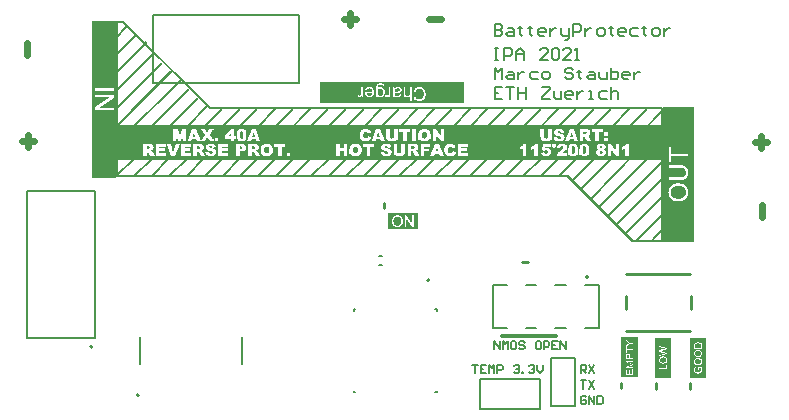
<source format=gbr>
%TF.GenerationSoftware,Altium Limited,Altium NEXUS,2.1.5 (53)*%
G04 Layer_Color=65535*
%FSLAX44Y44*%
%MOMM*%
%TF.FileFunction,Legend,Top*%
%TF.Part,Single*%
G01*
G75*
%TA.AperFunction,NonConductor*%
%ADD57C,0.2000*%
%ADD58C,0.2032*%
%ADD59C,0.1270*%
%ADD60C,0.3000*%
%ADD61C,0.2500*%
%ADD62C,0.6000*%
G36*
X87630Y241808D02*
X67310D01*
Y374650D01*
X87630D01*
Y241808D01*
D02*
G37*
G36*
X342900Y211861D02*
Y197866D01*
X317754D01*
Y211861D01*
X342900D01*
D02*
G37*
G36*
X529082Y72644D02*
X515366D01*
Y106426D01*
X529082D01*
Y72644D01*
D02*
G37*
G36*
X557530Y72390D02*
X543814D01*
Y106172D01*
X557530D01*
Y72390D01*
D02*
G37*
G36*
X401828Y272414D02*
X87884D01*
Y286004D01*
X257048D01*
D01*
X401828D01*
Y272414D01*
D02*
G37*
G36*
Y256794D02*
X87884D01*
Y272414D01*
X401828D01*
Y256794D01*
D02*
G37*
G36*
X381762Y305054D02*
X259842D01*
Y323088D01*
X381762D01*
Y305054D01*
D02*
G37*
G36*
X576834Y187452D02*
X550128D01*
Y301498D01*
X576834D01*
Y187452D01*
D02*
G37*
G36*
X586994Y72136D02*
X573278D01*
Y105918D01*
X586994D01*
Y72136D01*
D02*
G37*
G36*
X548894Y272414D02*
X401828D01*
Y286004D01*
X548894D01*
Y272414D01*
D02*
G37*
G36*
Y256794D02*
X401828D01*
Y272414D01*
X548894D01*
Y256794D01*
D02*
G37*
%LPC*%
G36*
X85478Y317456D02*
X69462D01*
Y315331D01*
X85478D01*
Y317456D01*
D02*
G37*
G36*
Y311624D02*
X69462D01*
Y299002D01*
X85478D01*
Y301043D01*
X72898D01*
X85478Y309458D01*
Y311624D01*
D02*
G37*
%LPD*%
G36*
X69462Y301189D02*
Y309583D01*
X82021D01*
X69462Y301189D01*
D02*
G37*
%LPC*%
G36*
X335477Y209747D02*
X333293D01*
D01*
X335477D01*
D02*
G37*
G36*
X339668D02*
X338423D01*
Y202076D01*
X333293Y209747D01*
X331972D01*
Y199981D01*
X333216D01*
Y207639D01*
X338334Y199981D01*
X334404D01*
X339668D01*
Y209747D01*
D02*
G37*
G36*
X330321Y209912D02*
X320986D01*
X325660D01*
X325279Y209899D01*
X324923Y209848D01*
X324580Y209785D01*
X324263Y209696D01*
X323958Y209594D01*
X323679Y209480D01*
X323425Y209353D01*
X323196Y209226D01*
X322993Y209086D01*
X322802Y208972D01*
X322650Y208845D01*
X322523Y208743D01*
X322421Y208655D01*
X322345Y208591D01*
X322294Y208540D01*
X322282Y208528D01*
X322053Y208261D01*
X321850Y207969D01*
X321685Y207664D01*
X321532Y207359D01*
X321405Y207042D01*
X321304Y206724D01*
X321215Y206419D01*
X321151Y206115D01*
X321100Y205835D01*
X321050Y205569D01*
X321024Y205340D01*
X321012Y205137D01*
X320999Y204959D01*
X320986Y204832D01*
Y204730D01*
X320999Y204489D01*
X321012Y204260D01*
X321075Y203803D01*
X321164Y203397D01*
X321215Y203206D01*
X321265Y203029D01*
X321316Y202876D01*
X321367Y202724D01*
X321418Y202597D01*
X321456Y202495D01*
X321494Y202406D01*
X321520Y202343D01*
X321545Y202305D01*
Y202292D01*
X321773Y201886D01*
X322040Y201517D01*
X322167Y201365D01*
X322307Y201212D01*
X322447Y201073D01*
X322574Y200946D01*
X322701Y200844D01*
X322815Y200742D01*
X322916Y200666D01*
X323005Y200603D01*
X323082Y200539D01*
X323133Y200501D01*
X323171Y200488D01*
X323183Y200476D01*
X323386Y200361D01*
X323602Y200260D01*
X323806Y200171D01*
X324021Y200095D01*
X324440Y199981D01*
X324822Y199904D01*
X324999Y199866D01*
X325152Y199853D01*
X325291Y199841D01*
X325419Y199828D01*
X325507Y199815D01*
X320986D01*
X325647D01*
X325888Y199828D01*
X326117Y199841D01*
X326549Y199904D01*
X326955Y200006D01*
X327133Y200057D01*
X327311Y200120D01*
X327463Y200171D01*
X327603Y200222D01*
X327717Y200273D01*
X327819Y200323D01*
X327895Y200361D01*
X327958Y200387D01*
X327997Y200412D01*
X328009D01*
X328213Y200527D01*
X328403Y200654D01*
X328746Y200946D01*
X329038Y201238D01*
X329165Y201378D01*
X329279Y201517D01*
X329381Y201657D01*
X329470Y201771D01*
X329533Y201886D01*
X329597Y201987D01*
X329647Y202063D01*
X329686Y202127D01*
X329698Y202165D01*
X329711Y202178D01*
X329813Y202406D01*
X329914Y202635D01*
X330067Y203092D01*
X330168Y203536D01*
X330206Y203752D01*
X330244Y203956D01*
X330270Y204146D01*
X330295Y204311D01*
X330308Y204464D01*
Y204591D01*
X330321Y204705D01*
Y205111D01*
X330295Y205378D01*
X330232Y205873D01*
X330194Y206102D01*
X330143Y206318D01*
X330092Y206521D01*
X330041Y206699D01*
X329978Y206864D01*
X329927Y207016D01*
X329876Y207143D01*
X329838Y207258D01*
X329800Y207347D01*
X329775Y207410D01*
X329762Y207448D01*
X329749Y207461D01*
X329508Y207867D01*
X329381Y208058D01*
X329254Y208235D01*
X329114Y208388D01*
X328974Y208540D01*
X328835Y208680D01*
X328708Y208794D01*
X328581Y208909D01*
X328466Y208997D01*
X328352Y209074D01*
X328263Y209150D01*
X328187Y209201D01*
X328136Y209239D01*
X328098Y209252D01*
X328086Y209264D01*
X327882Y209379D01*
X327666Y209480D01*
X327463Y209569D01*
X327247Y209645D01*
X326841Y209760D01*
X326473Y209836D01*
X326295Y209861D01*
X326142Y209874D01*
X326003Y209886D01*
X325888Y209899D01*
X325787Y209912D01*
X330321D01*
D02*
G37*
%LPD*%
G36*
X326015Y208769D02*
X326345Y208718D01*
X326638Y208642D01*
X326892Y208553D01*
X327006Y208502D01*
X327108Y208451D01*
X327196Y208413D01*
X327260Y208375D01*
X327323Y208350D01*
X327361Y208324D01*
X327387Y208299D01*
X327400D01*
X327679Y208096D01*
X327908Y207880D01*
X328111Y207651D01*
X328276Y207435D01*
X328416Y207232D01*
X328466Y207143D01*
X328504Y207080D01*
X328543Y207016D01*
X328568Y206966D01*
X328581Y206940D01*
Y206927D01*
X328720Y206585D01*
X328822Y206229D01*
X328885Y205873D01*
X328936Y205556D01*
X328949Y205403D01*
X328962Y205264D01*
X328974Y205149D01*
X328987Y205048D01*
Y204959D01*
Y204895D01*
Y204857D01*
Y204845D01*
X328974Y204502D01*
X328949Y204184D01*
X328898Y203879D01*
X328835Y203600D01*
X328771Y203333D01*
X328682Y203105D01*
X328606Y202876D01*
X328517Y202686D01*
X328428Y202508D01*
X328339Y202355D01*
X328251Y202228D01*
X328187Y202127D01*
X328124Y202038D01*
X328073Y201987D01*
X328047Y201949D01*
X328035Y201936D01*
X327857Y201758D01*
X327666Y201606D01*
X327463Y201466D01*
X327260Y201352D01*
X327057Y201250D01*
X326866Y201174D01*
X326663Y201098D01*
X326485Y201047D01*
X326307Y201009D01*
X326142Y200971D01*
X326003Y200946D01*
X325876Y200933D01*
X325774D01*
X325698Y200920D01*
X325634D01*
X325368Y200933D01*
X325126Y200958D01*
X324885Y201009D01*
X324669Y201073D01*
X324453Y201149D01*
X324263Y201238D01*
X324072Y201327D01*
X323920Y201428D01*
X323767Y201517D01*
X323641Y201606D01*
X323526Y201695D01*
X323437Y201771D01*
X323361Y201835D01*
X323298Y201886D01*
X323272Y201911D01*
X323260Y201924D01*
X323094Y202127D01*
X322955Y202330D01*
X322828Y202559D01*
X322713Y202787D01*
X322624Y203016D01*
X322548Y203244D01*
X322485Y203473D01*
X322434Y203702D01*
X322396Y203905D01*
X322370Y204095D01*
X322345Y204260D01*
X322332Y204413D01*
Y204540D01*
X322320Y204629D01*
Y204680D01*
Y204705D01*
X322332Y205099D01*
X322358Y205467D01*
X322408Y205810D01*
X322472Y206127D01*
X322548Y206407D01*
X322624Y206661D01*
X322713Y206889D01*
X322815Y207092D01*
X322904Y207270D01*
X322993Y207423D01*
X323069Y207562D01*
X323145Y207664D01*
X323209Y207740D01*
X323260Y207804D01*
X323285Y207829D01*
X323298Y207842D01*
X323488Y208007D01*
X323679Y208159D01*
X323882Y208286D01*
X324085Y208388D01*
X324288Y208490D01*
X324479Y208566D01*
X324669Y208629D01*
X324847Y208680D01*
X325025Y208718D01*
X325177Y208743D01*
X325317Y208769D01*
X325431Y208782D01*
X325533Y208794D01*
X325660D01*
X326015Y208769D01*
D02*
G37*
%LPC*%
G36*
X525427Y104556D02*
X519021D01*
Y98683D01*
X522720Y101149D01*
X525427D01*
Y101999D01*
X522720D01*
X519021Y104556D01*
X525427D01*
D01*
D02*
G37*
G36*
Y98466D02*
X519021D01*
Y93401D01*
X519779D01*
Y95508D01*
X525427D01*
Y98466D01*
D02*
G37*
G36*
Y92801D02*
X519021D01*
Y87919D01*
X525427D01*
Y88769D01*
X522828D01*
Y90401D01*
X522820Y90643D01*
X522803Y90868D01*
X522778Y91076D01*
X522736Y91268D01*
X522695Y91434D01*
X522645Y91593D01*
X522595Y91726D01*
X522545Y91851D01*
X522495Y91951D01*
X522436Y92043D01*
X522395Y92118D01*
X522353Y92176D01*
X522312Y92218D01*
X522286Y92251D01*
X522270Y92268D01*
X522262Y92276D01*
X522153Y92368D01*
X522037Y92451D01*
X521920Y92518D01*
X521803Y92576D01*
X521687Y92634D01*
X521578Y92676D01*
X521353Y92734D01*
X521262Y92759D01*
X521170Y92776D01*
X521087Y92784D01*
X521012Y92793D01*
X520953Y92801D01*
X525427D01*
D01*
D02*
G37*
G36*
Y86552D02*
X519021D01*
Y80437D01*
X525427D01*
Y81254D01*
X519970D01*
X525427Y83103D01*
Y83862D01*
X520062Y85736D01*
X525427D01*
Y86552D01*
D02*
G37*
G36*
Y79288D02*
X519021D01*
D01*
X524669D01*
Y75364D01*
X522486D01*
Y78896D01*
X521728D01*
Y75364D01*
X519779D01*
Y79138D01*
X519021D01*
Y74514D01*
X525427D01*
Y79288D01*
D02*
G37*
%LPD*%
G36*
X520912Y102323D02*
X521137Y102173D01*
X521353Y102040D01*
X521545Y101924D01*
X521712Y101815D01*
X521787Y101774D01*
X521853Y101732D01*
X521912Y101699D01*
X521953Y101665D01*
X521995Y101649D01*
X522020Y101632D01*
X522037Y101615D01*
X522045D01*
X521845Y101499D01*
X521645Y101390D01*
X521462Y101282D01*
X521303Y101182D01*
X521162Y101090D01*
X521104Y101057D01*
X521054Y101024D01*
X521012Y100999D01*
X520987Y100982D01*
X520970Y100974D01*
X520962Y100965D01*
X519021Y99699D01*
Y103565D01*
X520912Y102323D01*
D02*
G37*
G36*
X525427Y96358D02*
X519779D01*
Y98466D01*
X525427D01*
Y96358D01*
D02*
G37*
G36*
X520704Y92793D02*
X520545Y92767D01*
X520395Y92734D01*
X520262Y92701D01*
X520154Y92668D01*
X520070Y92634D01*
X520045Y92618D01*
X520020Y92609D01*
X520012Y92601D01*
X520004D01*
X519862Y92526D01*
X519737Y92443D01*
X519629Y92351D01*
X519546Y92268D01*
X519479Y92201D01*
X519429Y92134D01*
X519396Y92101D01*
X519387Y92084D01*
X519312Y91959D01*
X519246Y91826D01*
X519196Y91701D01*
X519154Y91576D01*
X519121Y91468D01*
X519104Y91376D01*
X519096Y91343D01*
X519087Y91326D01*
Y91301D01*
X519062Y91168D01*
X519046Y91010D01*
X519037Y90843D01*
X519029Y90693D01*
X519021Y90551D01*
Y92801D01*
X520878D01*
X520704Y92793D01*
D02*
G37*
G36*
X521104Y91909D02*
X521270Y91868D01*
X521420Y91818D01*
X521545Y91751D01*
X521645Y91684D01*
X521712Y91635D01*
X521753Y91593D01*
X521770Y91576D01*
X521820Y91510D01*
X521870Y91426D01*
X521945Y91251D01*
X521995Y91060D01*
X522028Y90868D01*
X522053Y90693D01*
X522062Y90618D01*
Y90551D01*
X522070Y90493D01*
Y88769D01*
X519779D01*
Y90601D01*
X519787Y90768D01*
X519795Y90901D01*
X519804Y91010D01*
X519820Y91085D01*
X519829Y91143D01*
X519837Y91176D01*
Y91185D01*
X519879Y91301D01*
X519937Y91410D01*
X519995Y91501D01*
X520062Y91576D01*
X520120Y91635D01*
X520170Y91684D01*
X520204Y91709D01*
X520220Y91718D01*
X520329Y91784D01*
X520445Y91834D01*
X520562Y91876D01*
X520670Y91901D01*
X520762Y91918D01*
X520837Y91926D01*
X520887D01*
X520895D01*
X520904D01*
X521104Y91909D01*
D02*
G37*
G36*
X523478Y83870D02*
X523719Y83786D01*
X523928Y83720D01*
X524103Y83661D01*
X524253Y83611D01*
X524361Y83578D01*
X524444Y83553D01*
X524494Y83537D01*
X524511Y83528D01*
X524378Y83486D01*
X524228Y83437D01*
X524069Y83387D01*
X523919Y83337D01*
X523778Y83295D01*
X523719Y83270D01*
X523661Y83253D01*
X523619Y83237D01*
X523586Y83228D01*
X523569Y83220D01*
X523561D01*
X519021Y81704D01*
Y85411D01*
X523478Y83870D01*
D02*
G37*
%LPC*%
G36*
X553875Y99091D02*
X547469D01*
Y98233D01*
X551593Y97225D01*
X551876Y97158D01*
X552142Y97092D01*
X552376Y97042D01*
X552484Y97016D01*
X552584Y96992D01*
X552667Y96975D01*
X552751Y96958D01*
X552817Y96941D01*
X552876Y96933D01*
X552926Y96925D01*
X552959Y96917D01*
X552976Y96908D01*
X552984D01*
X552584Y96842D01*
X552184Y96758D01*
X551992Y96717D01*
X551801Y96675D01*
X551626Y96633D01*
X551451Y96592D01*
X551301Y96558D01*
X551159Y96517D01*
X551026Y96483D01*
X550926Y96458D01*
X550835Y96433D01*
X550768Y96417D01*
X550734Y96408D01*
X550718Y96400D01*
X547469Y95492D01*
Y94467D01*
X551801Y93251D01*
X551842Y93243D01*
X551901Y93226D01*
X551968Y93209D01*
X552051Y93184D01*
X552142Y93167D01*
X552242Y93142D01*
X552451Y93092D01*
X552651Y93042D01*
X552742Y93018D01*
X552817Y93001D01*
X552884Y92984D01*
X552942Y92968D01*
X552976Y92959D01*
X552984D01*
X552742Y92918D01*
X552509Y92876D01*
X552284Y92826D01*
X552084Y92784D01*
X552001Y92768D01*
X551917Y92751D01*
X551851Y92734D01*
X551792Y92718D01*
X551743Y92709D01*
X551709Y92701D01*
X551684Y92693D01*
X551676D01*
X547469Y91726D01*
Y90851D01*
D01*
X553875Y92526D01*
Y91726D01*
Y99091D01*
D02*
G37*
G36*
X553984Y90343D02*
X547360D01*
D01*
X550509D01*
X550335Y90327D01*
X550010Y90285D01*
X549860Y90260D01*
X549718Y90227D01*
X549585Y90193D01*
X549468Y90160D01*
X549360Y90118D01*
X549260Y90085D01*
X549176Y90052D01*
X549102Y90027D01*
X549043Y90002D01*
X549002Y89985D01*
X548977Y89977D01*
X548968Y89968D01*
X548702Y89810D01*
X548577Y89727D01*
X548460Y89643D01*
X548360Y89552D01*
X548260Y89460D01*
X548168Y89368D01*
X548093Y89285D01*
X548018Y89202D01*
X547960Y89127D01*
X547910Y89052D01*
X547860Y88994D01*
X547827Y88944D01*
X547802Y88910D01*
X547794Y88885D01*
X547785Y88877D01*
X547710Y88744D01*
X547644Y88602D01*
X547585Y88469D01*
X547535Y88327D01*
X547460Y88061D01*
X547410Y87819D01*
X547394Y87702D01*
X547385Y87602D01*
X547377Y87511D01*
X547369Y87436D01*
X547360Y87369D01*
Y87286D01*
X547369Y87036D01*
X547402Y86803D01*
X547444Y86578D01*
X547502Y86369D01*
X547569Y86169D01*
X547644Y85986D01*
X547727Y85819D01*
X547810Y85669D01*
X547902Y85536D01*
X547977Y85411D01*
X548060Y85311D01*
X548127Y85228D01*
X548185Y85161D01*
X548227Y85111D01*
X548260Y85078D01*
X548268Y85070D01*
X548443Y84920D01*
X548635Y84786D01*
X548835Y84678D01*
X549035Y84578D01*
X549243Y84495D01*
X549451Y84428D01*
X549651Y84370D01*
X549851Y84328D01*
X550035Y84295D01*
X550210Y84262D01*
X550360Y84245D01*
X550493Y84236D01*
X550610Y84228D01*
X550693Y84220D01*
X550760D01*
X550918Y84228D01*
X551068Y84236D01*
X551368Y84278D01*
X551634Y84336D01*
X551759Y84370D01*
X551876Y84403D01*
X551976Y84436D01*
X552076Y84470D01*
X552159Y84503D01*
X552226Y84528D01*
X552284Y84553D01*
X552326Y84570D01*
X552351Y84586D01*
X552359D01*
X552626Y84736D01*
X552867Y84911D01*
X552967Y84995D01*
X553067Y85086D01*
X553159Y85178D01*
X553242Y85261D01*
X553309Y85344D01*
X553376Y85420D01*
X553425Y85486D01*
X553467Y85545D01*
X553509Y85594D01*
X553534Y85628D01*
X553542Y85653D01*
X553550Y85661D01*
X553625Y85794D01*
X553692Y85936D01*
X553750Y86069D01*
X553800Y86211D01*
X553875Y86486D01*
X553925Y86736D01*
X553950Y86853D01*
X553959Y86952D01*
X553967Y87044D01*
X553975Y87127D01*
X553984Y87186D01*
Y84220D01*
D01*
Y90343D01*
D02*
G37*
G36*
X553875Y83470D02*
X547469D01*
D01*
X553117D01*
Y80321D01*
X547469D01*
Y79471D01*
X553875D01*
Y83470D01*
D02*
G37*
%LPD*%
G36*
Y97333D02*
X547469Y99091D01*
X553875D01*
Y97333D01*
D02*
G37*
G36*
Y93417D02*
X549002Y94767D01*
X548877Y94800D01*
X548752Y94834D01*
X548618Y94867D01*
X548502Y94900D01*
X548402Y94925D01*
X548318Y94942D01*
X548285Y94950D01*
X548260D01*
X548252Y94959D01*
X548243D01*
X548277Y94967D01*
X548318Y94975D01*
X548418Y95009D01*
X548543Y95042D01*
X548677Y95075D01*
X548802Y95109D01*
X548902Y95142D01*
X548943Y95150D01*
X548977Y95159D01*
X548993Y95167D01*
X549002D01*
X553875Y96508D01*
Y93417D01*
D02*
G37*
G36*
X553984Y87277D02*
X553975Y87436D01*
X553967Y87586D01*
X553925Y87869D01*
X553859Y88135D01*
X553825Y88252D01*
X553784Y88369D01*
X553750Y88469D01*
X553717Y88560D01*
X553684Y88635D01*
X553650Y88702D01*
X553625Y88752D01*
X553609Y88794D01*
X553592Y88819D01*
Y88827D01*
X553517Y88960D01*
X553434Y89085D01*
X553242Y89310D01*
X553051Y89502D01*
X552959Y89585D01*
X552867Y89660D01*
X552776Y89727D01*
X552701Y89785D01*
X552626Y89827D01*
X552559Y89868D01*
X552509Y89902D01*
X552467Y89927D01*
X552442Y89935D01*
X552434Y89943D01*
X552284Y90010D01*
X552134Y90077D01*
X551834Y90177D01*
X551543Y90243D01*
X551401Y90268D01*
X551268Y90293D01*
X551143Y90310D01*
X551034Y90327D01*
X550934Y90335D01*
X550851D01*
X550776Y90343D01*
X553984D01*
Y87277D01*
D02*
G37*
G36*
X550909Y89460D02*
X551118Y89444D01*
X551318Y89410D01*
X551501Y89368D01*
X551676Y89327D01*
X551826Y89269D01*
X551976Y89219D01*
X552101Y89160D01*
X552217Y89102D01*
X552317Y89044D01*
X552401Y88985D01*
X552467Y88944D01*
X552526Y88902D01*
X552559Y88869D01*
X552584Y88852D01*
X552592Y88844D01*
X552709Y88727D01*
X552809Y88602D01*
X552901Y88469D01*
X552976Y88335D01*
X553042Y88202D01*
X553092Y88077D01*
X553142Y87944D01*
X553176Y87827D01*
X553200Y87711D01*
X553226Y87602D01*
X553242Y87511D01*
X553251Y87427D01*
Y87361D01*
X553259Y87311D01*
Y87269D01*
X553251Y87094D01*
X553234Y86936D01*
X553200Y86777D01*
X553159Y86636D01*
X553109Y86494D01*
X553051Y86369D01*
X552992Y86244D01*
X552926Y86144D01*
X552867Y86044D01*
X552809Y85961D01*
X552751Y85886D01*
X552701Y85828D01*
X552659Y85778D01*
X552626Y85736D01*
X552609Y85719D01*
X552601Y85711D01*
X552467Y85603D01*
X552334Y85511D01*
X552184Y85428D01*
X552034Y85353D01*
X551884Y85295D01*
X551734Y85245D01*
X551584Y85203D01*
X551434Y85170D01*
X551301Y85145D01*
X551176Y85128D01*
X551068Y85111D01*
X550968Y85103D01*
X550884D01*
X550826Y85095D01*
X550793D01*
X550776D01*
X550518Y85103D01*
X550276Y85120D01*
X550051Y85153D01*
X549843Y85195D01*
X549660Y85245D01*
X549493Y85295D01*
X549343Y85353D01*
X549210Y85420D01*
X549093Y85478D01*
X548993Y85536D01*
X548902Y85586D01*
X548835Y85636D01*
X548785Y85678D01*
X548743Y85711D01*
X548727Y85728D01*
X548718Y85736D01*
X548610Y85861D01*
X548510Y85986D01*
X548427Y86119D01*
X548360Y86253D01*
X548293Y86386D01*
X548243Y86511D01*
X548202Y86636D01*
X548168Y86753D01*
X548144Y86869D01*
X548127Y86969D01*
X548110Y87061D01*
X548102Y87136D01*
X548093Y87202D01*
Y87286D01*
X548110Y87519D01*
X548144Y87736D01*
X548194Y87927D01*
X548252Y88094D01*
X548285Y88169D01*
X548318Y88235D01*
X548343Y88294D01*
X548368Y88335D01*
X548385Y88377D01*
X548402Y88402D01*
X548418Y88419D01*
Y88427D01*
X548552Y88610D01*
X548693Y88760D01*
X548843Y88894D01*
X548985Y89002D01*
X549118Y89094D01*
X549176Y89127D01*
X549218Y89152D01*
X549260Y89177D01*
X549293Y89193D01*
X549310Y89202D01*
X549318D01*
X549543Y89293D01*
X549776Y89360D01*
X550010Y89402D01*
X550218Y89435D01*
X550318Y89444D01*
X550410Y89452D01*
X550485Y89460D01*
X550551Y89468D01*
X550610D01*
X550651D01*
X550676D01*
X550685D01*
X550909Y89460D01*
D02*
G37*
%LPC*%
G36*
X298979Y282894D02*
X298796D01*
X298346Y282878D01*
X297929Y282844D01*
X297530Y282761D01*
X297163Y282678D01*
X296830Y282578D01*
X296513Y282461D01*
X296230Y282344D01*
X295980Y282211D01*
X295747Y282078D01*
X295547Y281961D01*
X295380Y281845D01*
X295247Y281745D01*
X295130Y281661D01*
X295063Y281595D01*
X295014Y281545D01*
X294997Y281528D01*
X294764Y281262D01*
X294564Y280978D01*
X294380Y280678D01*
X294230Y280362D01*
X294097Y280028D01*
X293997Y279712D01*
X293897Y279395D01*
X293831Y279095D01*
X293780Y278796D01*
X293731Y278529D01*
X293697Y278296D01*
X293680Y278079D01*
Y277912D01*
X293664Y277779D01*
Y277662D01*
X293680Y277313D01*
X293697Y276996D01*
X293731Y276679D01*
X293780Y276379D01*
X293831Y276113D01*
X293897Y275863D01*
X293964Y275613D01*
X294047Y275413D01*
X294114Y275213D01*
X294180Y275046D01*
X294247Y274897D01*
X294297Y274780D01*
X294347Y274697D01*
X294380Y274613D01*
X294414Y274580D01*
Y274563D01*
X294564Y274347D01*
X294714Y274147D01*
X295014Y273797D01*
X295330Y273497D01*
X295613Y273280D01*
X295863Y273097D01*
X295963Y273030D01*
X296047Y272980D01*
X296130Y272930D01*
X296180Y272897D01*
X296213Y272880D01*
X296230D01*
X296646Y272730D01*
X297096Y272614D01*
X297546Y272530D01*
X297979Y272480D01*
X298163Y272447D01*
X298346D01*
X298513Y272430D01*
X298662Y272414D01*
X293664D01*
X303545D01*
Y275896D01*
X300795Y276746D01*
X300712Y276396D01*
X300595Y276096D01*
X300479Y275846D01*
X300379Y275630D01*
X300279Y275480D01*
X300196Y275363D01*
X300129Y275280D01*
X300112Y275263D01*
X299929Y275096D01*
X299712Y274980D01*
X299496Y274880D01*
X299262Y274830D01*
X299079Y274797D01*
X298913Y274780D01*
X298846Y274763D01*
X298762D01*
X298429Y274797D01*
X298146Y274863D01*
X297896Y274963D01*
X297696Y275080D01*
X297530Y275180D01*
X297413Y275280D01*
X297330Y275346D01*
X297313Y275380D01*
X297230Y275513D01*
X297146Y275663D01*
X297080Y275830D01*
X297030Y275996D01*
X296930Y276379D01*
X296880Y276763D01*
X296846Y277113D01*
X296830Y277262D01*
Y277412D01*
X296813Y277512D01*
Y277612D01*
Y277662D01*
Y277679D01*
Y277929D01*
X296830Y278162D01*
X296846Y278379D01*
X296880Y278562D01*
X296946Y278912D01*
X297030Y279195D01*
X297096Y279412D01*
X297163Y279562D01*
X297213Y279645D01*
X297230Y279679D01*
X297346Y279828D01*
X297463Y279962D01*
X297596Y280079D01*
X297729Y280178D01*
X297996Y280328D01*
X298263Y280445D01*
X298496Y280495D01*
X298696Y280528D01*
X298762Y280545D01*
X299046D01*
X299196Y280512D01*
X299346Y280478D01*
X299462Y280445D01*
X299579Y280412D01*
X299646Y280378D01*
X299696Y280362D01*
X299712Y280345D01*
X299979Y280178D01*
X300079Y280079D01*
X300179Y279995D01*
X300262Y279912D01*
X300312Y279862D01*
X300345Y279812D01*
X300362Y279795D01*
X300429Y279712D01*
X300479Y279595D01*
X300579Y279379D01*
X300629Y279279D01*
X300645Y279195D01*
X300679Y279145D01*
Y279129D01*
X303445Y279729D01*
X303328Y280028D01*
X303211Y280295D01*
X303095Y280545D01*
X302961Y280778D01*
X302812Y280995D01*
X302678Y281195D01*
X302545Y281362D01*
X302412Y281528D01*
X302295Y281661D01*
X302178Y281778D01*
X302062Y281878D01*
X301978Y281961D01*
X301895Y282028D01*
X301845Y282078D01*
X301812Y282095D01*
X301795Y282111D01*
X301579Y282245D01*
X301362Y282378D01*
X300862Y282561D01*
X300379Y282711D01*
X299896Y282794D01*
X299662Y282828D01*
X299462Y282861D01*
X299279Y282878D01*
X299112D01*
X298979Y282894D01*
D02*
G37*
G36*
X197887Y282894D02*
Y277729D01*
X197870Y278179D01*
X197836Y278612D01*
X197787Y279012D01*
X197737Y279362D01*
X197703Y279512D01*
X197687Y279662D01*
X197653Y279779D01*
X197637Y279879D01*
X197620Y279962D01*
X197603Y280028D01*
X197587Y280062D01*
Y280079D01*
X197537Y280295D01*
X197470Y280495D01*
X197403Y280678D01*
X197353Y280828D01*
X197287Y280962D01*
X197253Y281045D01*
X197220Y281112D01*
X197203Y281128D01*
X197103Y281295D01*
X197003Y281445D01*
X196903Y281595D01*
X196787Y281728D01*
X196703Y281828D01*
X196620Y281911D01*
X196570Y281961D01*
X196553Y281978D01*
X196387Y282128D01*
X196204Y282245D01*
X196020Y282361D01*
X195854Y282461D01*
X195704Y282528D01*
X195587Y282578D01*
X195504Y282611D01*
X195471Y282628D01*
X195221Y282711D01*
X194937Y282778D01*
X194654Y282828D01*
X194387Y282861D01*
X194154Y282878D01*
X193971Y282894D01*
X197887D01*
X189589D01*
X193804D01*
X193421Y282878D01*
X193054Y282844D01*
X192721Y282794D01*
X192405Y282711D01*
X192121Y282628D01*
X191855Y282528D01*
X191621Y282428D01*
X191422Y282311D01*
X191222Y282211D01*
X191072Y282095D01*
X190938Y281995D01*
X190822Y281911D01*
X190738Y281828D01*
X190672Y281778D01*
X190638Y281745D01*
X190622Y281728D01*
X190438Y281495D01*
X190289Y281228D01*
X190138Y280928D01*
X190022Y280612D01*
X189922Y280278D01*
X189839Y279945D01*
X189722Y279279D01*
X189672Y278962D01*
X189639Y278662D01*
X189622Y278379D01*
X189605Y278146D01*
X189589Y277962D01*
Y277679D01*
X189605Y277246D01*
X189622Y276846D01*
X189655Y276479D01*
X189689Y276163D01*
X189722Y275896D01*
X189739Y275796D01*
X189755Y275696D01*
X189772Y275630D01*
X189789Y275580D01*
Y275546D01*
Y275530D01*
X189872Y275180D01*
X189955Y274880D01*
X190055Y274630D01*
X190155Y274413D01*
X190222Y274247D01*
X190289Y274113D01*
X190338Y274047D01*
X190355Y274013D01*
X190555Y273730D01*
X190772Y273497D01*
X190988Y273280D01*
X191188Y273114D01*
X191371Y272980D01*
X191505Y272897D01*
X191605Y272830D01*
X191621Y272814D01*
X191638D01*
X191955Y272680D01*
X192305Y272580D01*
X192654Y272514D01*
X192988Y272464D01*
X193271Y272430D01*
X193404D01*
X193504Y272414D01*
X193721D01*
X194137Y272430D01*
X194521Y272464D01*
X194871Y272530D01*
X195187Y272614D01*
X195487Y272714D01*
X195737Y272814D01*
X195970Y272930D01*
X196187Y273047D01*
X196370Y273164D01*
X196520Y273280D01*
X196653Y273380D01*
X196754Y273480D01*
X196837Y273563D01*
X196887Y273630D01*
X196920Y273664D01*
X196937Y273680D01*
X197103Y273930D01*
X197253Y274230D01*
X197370Y274530D01*
X197487Y274846D01*
X197587Y275196D01*
X197653Y275530D01*
X197770Y276180D01*
X197803Y276496D01*
X197836Y276779D01*
X197853Y277046D01*
X197870Y277279D01*
X197887Y277463D01*
Y282894D01*
D02*
G37*
G36*
X353798D02*
X343284D01*
X348516D01*
X348067Y282878D01*
X347650Y282828D01*
X347250Y282761D01*
X346884Y282678D01*
X346534Y282578D01*
X346217Y282461D01*
X345934Y282328D01*
X345667Y282211D01*
X345434Y282078D01*
X345234Y281945D01*
X345067Y281828D01*
X344917Y281728D01*
X344817Y281645D01*
X344734Y281578D01*
X344684Y281528D01*
X344667Y281511D01*
X344417Y281245D01*
X344217Y280945D01*
X344034Y280645D01*
X343868Y280328D01*
X343734Y279995D01*
X343618Y279679D01*
X343534Y279362D01*
X343451Y279062D01*
X343401Y278779D01*
X343351Y278512D01*
X343334Y278262D01*
X343301Y278062D01*
Y277879D01*
X343284Y277762D01*
Y272414D01*
Y277646D01*
X343318Y277013D01*
X343351Y276713D01*
X343384Y276429D01*
X343451Y276163D01*
X343501Y275930D01*
X343568Y275696D01*
X343634Y275496D01*
X343684Y275313D01*
X343751Y275146D01*
X343818Y275013D01*
X343868Y274897D01*
X343901Y274797D01*
X343934Y274730D01*
X343968Y274697D01*
Y274680D01*
X344251Y274263D01*
X344551Y273913D01*
X344851Y273613D01*
X345134Y273363D01*
X345401Y273180D01*
X345501Y273114D01*
X345601Y273047D01*
X345684Y273014D01*
X345734Y272980D01*
X345767Y272947D01*
X345784D01*
X346234Y272764D01*
X346700Y272647D01*
X347183Y272547D01*
X347633Y272480D01*
X347833Y272464D01*
X348033Y272447D01*
X348200Y272430D01*
X348350D01*
X348466Y272414D01*
X348633D01*
X349250Y272447D01*
X349799Y272514D01*
X350049Y272564D01*
X350283Y272614D01*
X350499Y272664D01*
X350683Y272730D01*
X350866Y272780D01*
X351016Y272830D01*
X351149Y272880D01*
X351266Y272930D01*
X351349Y272980D01*
X351416Y272997D01*
X351449Y273030D01*
X351466D01*
X351866Y273280D01*
X352215Y273580D01*
X352515Y273863D01*
X352765Y274147D01*
X352949Y274413D01*
X353032Y274513D01*
X353082Y274613D01*
X353132Y274697D01*
X353165Y274746D01*
X353199Y274780D01*
Y274797D01*
X353399Y275246D01*
X353549Y275746D01*
X353648Y276229D01*
X353732Y276696D01*
X353748Y276913D01*
X353765Y277113D01*
X353782Y277279D01*
Y277429D01*
X353798Y277563D01*
Y273280D01*
Y277729D01*
X353782Y278179D01*
X353732Y278596D01*
X353665Y278979D01*
X353582Y279345D01*
X353482Y279695D01*
X353365Y279995D01*
X353232Y280278D01*
X353115Y280545D01*
X352982Y280762D01*
X352849Y280962D01*
X352732Y281145D01*
X352632Y281278D01*
X352549Y281395D01*
X352482Y281462D01*
X352432Y281511D01*
X352415Y281528D01*
X352149Y281761D01*
X351849Y281978D01*
X351549Y282161D01*
X351232Y282311D01*
X350899Y282444D01*
X350583Y282561D01*
X350266Y282645D01*
X349949Y282728D01*
X349666Y282778D01*
X349383Y282828D01*
X349150Y282861D01*
X348933Y282878D01*
X348766D01*
X348633Y282894D01*
X353798D01*
D02*
G37*
G36*
X325839Y282728D02*
X316108D01*
Y276679D01*
X316125Y276396D01*
X316158Y276096D01*
X316191Y275813D01*
X316258Y275546D01*
X316308Y275313D01*
X316341Y275130D01*
X316358Y275063D01*
X316375Y275013D01*
X316391Y274980D01*
Y274963D01*
X316475Y274746D01*
X316575Y274530D01*
X316691Y274330D01*
X316791Y274163D01*
X316891Y274013D01*
X316975Y273897D01*
X317041Y273830D01*
X317058Y273797D01*
X317241Y273597D01*
X317424Y273414D01*
X317608Y273263D01*
X317774Y273147D01*
X317908Y273047D01*
X318024Y272980D01*
X318091Y272930D01*
X318124Y272914D01*
X318358Y272814D01*
X318607Y272730D01*
X318857Y272664D01*
X319091Y272597D01*
X319291Y272564D01*
X319441Y272530D01*
X319507D01*
X319557Y272514D01*
X319590D01*
X319907Y272480D01*
X320224Y272464D01*
X320490Y272430D01*
X320740D01*
X320940Y272414D01*
X321223D01*
X321690Y272430D01*
X322107Y272464D01*
X322473Y272514D01*
X322790Y272580D01*
X323056Y272647D01*
X323156Y272664D01*
X323240Y272697D01*
X323323Y272714D01*
X323373Y272730D01*
X323390Y272747D01*
X323406D01*
X323656Y272847D01*
X323889Y272980D01*
X324106Y273114D01*
X324289Y273247D01*
X324456Y273380D01*
X324573Y273480D01*
X324639Y273547D01*
X324673Y273580D01*
X324889Y273813D01*
X325073Y274047D01*
X325222Y274280D01*
X325339Y274513D01*
X325439Y274697D01*
X325506Y274846D01*
X325539Y274946D01*
X325556Y274963D01*
Y274980D01*
X325656Y275280D01*
X325722Y275580D01*
X325772Y275863D01*
X325806Y276129D01*
X325822Y276346D01*
X325839Y276529D01*
Y272714D01*
Y282728D01*
D02*
G37*
G36*
X209534Y282728D02*
X198486D01*
D01*
X202285D01*
X198486Y272580D01*
X201686D01*
X202185Y274263D01*
X205735D01*
X206234Y272580D01*
X209534D01*
X205735Y282728D01*
X209534D01*
D02*
G37*
G36*
X365212D02*
X355515D01*
Y272580D01*
X358464D01*
Y278146D01*
X362263Y272580D01*
X365212D01*
Y282728D01*
D02*
G37*
G36*
X188689Y282894D02*
X179825D01*
X184956D01*
X179825Y276796D01*
Y274480D01*
X184956D01*
Y272580D01*
X187423D01*
Y274480D01*
X188689D01*
Y277246D01*
Y276663D01*
X187423D01*
Y282894D01*
X188689D01*
D01*
D02*
G37*
G36*
X173976Y275413D02*
X170960D01*
Y272580D01*
X173976D01*
Y275413D01*
D02*
G37*
G36*
X170127Y282728D02*
D01*
Y272580D01*
X166661Y277812D01*
X169827Y282728D01*
X170127D01*
X159096Y282728D01*
X159413D01*
X162596Y277862D01*
X159096Y272580D01*
X162596Y272580D01*
X164595Y275830D01*
X166595Y272580D01*
X170127D01*
Y282728D01*
D02*
G37*
G36*
X341435D02*
X338286D01*
Y272580D01*
X341435D01*
Y282728D01*
D02*
G37*
G36*
X336736D02*
X327205Y282728D01*
Y272580D01*
Y280228D01*
X330404Y280228D01*
Y272580D01*
X336736D01*
X333537D01*
Y280228D01*
X336736D01*
Y282728D01*
D02*
G37*
G36*
X155297Y282728D02*
X151848D01*
X148049Y272580D01*
X159096D01*
D01*
X155297Y282728D01*
D02*
G37*
G36*
X147066D02*
X135653D01*
Y272580D01*
X138218D01*
Y280312D01*
X140185Y272580D01*
X142517D01*
X144500Y280312D01*
Y272580D01*
X147066D01*
Y282728D01*
D02*
G37*
G36*
X311293D02*
X304044D01*
D01*
X307843D01*
X304044Y272580D01*
X307244D01*
X307744Y274263D01*
X311293D01*
X311793Y272580D01*
X315092D01*
X311293Y282728D01*
D02*
G37*
%LPD*%
G36*
X303545Y272414D02*
X298929D01*
X299412Y272430D01*
X299862Y272480D01*
X300245Y272530D01*
X300562Y272614D01*
X300712Y272647D01*
X300829Y272680D01*
X300929Y272714D01*
X301012Y272730D01*
X301095Y272764D01*
X301145Y272780D01*
X301162Y272797D01*
X301179D01*
X301495Y272964D01*
X301778Y273147D01*
X302028Y273347D01*
X302245Y273530D01*
X302428Y273697D01*
X302561Y273830D01*
X302628Y273930D01*
X302661Y273963D01*
X302878Y274280D01*
X303061Y274597D01*
X303211Y274913D01*
X303328Y275230D01*
X303428Y275496D01*
X303461Y275613D01*
X303495Y275713D01*
X303511Y275780D01*
X303528Y275846D01*
X303545Y275879D01*
Y272414D01*
D02*
G37*
G36*
X193937Y280978D02*
X194154Y280895D01*
X194337Y280795D01*
X194471Y280662D01*
X194587Y280528D01*
X194671Y280428D01*
X194721Y280345D01*
X194737Y280312D01*
X194804Y280162D01*
X194854Y279995D01*
X194904Y279795D01*
X194937Y279595D01*
X195004Y279145D01*
X195037Y278696D01*
X195054Y278479D01*
X195071Y278279D01*
Y278096D01*
X195087Y277929D01*
Y277796D01*
Y277696D01*
Y277629D01*
Y277612D01*
Y277362D01*
Y277129D01*
X195071Y276913D01*
Y276713D01*
X195054Y276529D01*
X195037Y276363D01*
X195021Y276080D01*
X194987Y275863D01*
X194954Y275696D01*
X194937Y275613D01*
Y275580D01*
X194871Y275346D01*
X194804Y275163D01*
X194721Y274996D01*
X194654Y274863D01*
X194587Y274763D01*
X194521Y274680D01*
X194487Y274646D01*
X194471Y274630D01*
X194354Y274530D01*
X194221Y274463D01*
X194088Y274413D01*
X193971Y274380D01*
X193871Y274363D01*
X193788Y274347D01*
X193721D01*
X193488Y274380D01*
X193288Y274463D01*
X193121Y274563D01*
X192971Y274697D01*
X192871Y274830D01*
X192788Y274930D01*
X192738Y275013D01*
X192721Y275046D01*
X192671Y275196D01*
X192605Y275363D01*
X192571Y275546D01*
X192521Y275746D01*
X192471Y276180D01*
X192438Y276629D01*
X192421Y276829D01*
X192405Y277029D01*
Y277213D01*
X192388Y277362D01*
Y277496D01*
Y277596D01*
Y277662D01*
Y277679D01*
Y278029D01*
X192405Y278346D01*
X192421Y278629D01*
X192438Y278895D01*
X192455Y279129D01*
X192488Y279345D01*
X192505Y279545D01*
X192538Y279712D01*
X192571Y279845D01*
X192588Y279979D01*
X192621Y280079D01*
X192638Y280162D01*
X192654Y280212D01*
X192671Y280262D01*
X192688Y280295D01*
X192754Y280428D01*
X192821Y280528D01*
X192988Y280712D01*
X193154Y280845D01*
X193321Y280928D01*
X193471Y280978D01*
X193588Y280995D01*
X193671Y281012D01*
X193704D01*
X193937Y280978D01*
D02*
G37*
G36*
X348866Y280478D02*
X349183Y280412D01*
X349450Y280295D01*
X349666Y280179D01*
X349849Y280062D01*
X349983Y279945D01*
X350049Y279879D01*
X350083Y279845D01*
X350183Y279712D01*
X350283Y279562D01*
X350416Y279245D01*
X350516Y278895D01*
X350599Y278562D01*
X350633Y278246D01*
X350649Y278112D01*
Y277996D01*
X350666Y277896D01*
Y277829D01*
Y277779D01*
Y277762D01*
Y277463D01*
X350649Y277179D01*
X350616Y276913D01*
X350583Y276679D01*
X350533Y276463D01*
X350483Y276280D01*
X350433Y276096D01*
X350383Y275946D01*
X350333Y275813D01*
X350283Y275713D01*
X350233Y275613D01*
X350183Y275546D01*
X350149Y275480D01*
X350116Y275446D01*
X350099Y275413D01*
X349883Y275196D01*
X349616Y275030D01*
X349366Y274930D01*
X349116Y274846D01*
X348883Y274797D01*
X348700Y274780D01*
X348633Y274763D01*
X348533D01*
X348183Y274797D01*
X347883Y274863D01*
X347617Y274980D01*
X347383Y275096D01*
X347217Y275213D01*
X347084Y275330D01*
X347017Y275396D01*
X346983Y275430D01*
X346884Y275563D01*
X346800Y275713D01*
X346650Y276063D01*
X346550Y276413D01*
X346484Y276779D01*
X346450Y277113D01*
X346434Y277246D01*
Y277379D01*
X346417Y277479D01*
Y277563D01*
Y277612D01*
Y277629D01*
Y277912D01*
X346434Y278162D01*
X346467Y278396D01*
X346500Y278612D01*
X346550Y278812D01*
X346600Y278995D01*
X346650Y279162D01*
X346700Y279312D01*
X346750Y279429D01*
X346800Y279545D01*
X346850Y279629D01*
X346900Y279695D01*
X346934Y279762D01*
X346967Y279795D01*
X346983Y279828D01*
X347217Y280062D01*
X347467Y280228D01*
X347733Y280345D01*
X347967Y280428D01*
X348183Y280478D01*
X348367Y280495D01*
X348433Y280512D01*
X348516D01*
X348866Y280478D01*
D02*
G37*
G36*
X322706Y276529D02*
X322690Y276229D01*
X322640Y275979D01*
X322556Y275746D01*
X322473Y275563D01*
X322390Y275430D01*
X322307Y275313D01*
X322257Y275246D01*
X322240Y275230D01*
X322057Y275080D01*
X321840Y274963D01*
X321640Y274897D01*
X321440Y274830D01*
X321257Y274797D01*
X321107Y274780D01*
X320974D01*
X320690Y274797D01*
X320424Y274846D01*
X320207Y274930D01*
X320024Y275013D01*
X319874Y275096D01*
X319774Y275180D01*
X319707Y275230D01*
X319690Y275246D01*
X319541Y275430D01*
X319424Y275646D01*
X319357Y275863D01*
X319291Y276063D01*
X319257Y276246D01*
X319241Y276396D01*
Y276496D01*
Y276513D01*
Y276529D01*
Y282728D01*
X322706D01*
Y276529D01*
D02*
G37*
G36*
X205068Y276463D02*
X202869D01*
X203968Y280095D01*
X205068Y276463D01*
D02*
G37*
G36*
X362263Y277113D02*
X358431Y282728D01*
X362263D01*
Y277113D01*
D02*
G37*
G36*
X184956Y276663D02*
X182241D01*
X184956Y279845D01*
Y276663D01*
D02*
G37*
G36*
X164662Y279595D02*
X162862Y282728D01*
X166411D01*
X164662Y279595D01*
D02*
G37*
G36*
X154631Y276463D02*
X152431D01*
X153531Y280095D01*
X154631Y276463D01*
D02*
G37*
G36*
X155797Y272580D02*
X151249D01*
X151748Y274263D01*
X155297D01*
X155797Y272580D01*
D02*
G37*
G36*
X141351Y276546D02*
X139785Y282728D01*
X142934D01*
X141351Y276546D01*
D02*
G37*
G36*
X310626Y276463D02*
X308427D01*
X309526Y280095D01*
X310626Y276463D01*
D02*
G37*
%LPC*%
G36*
X172335Y270384D02*
X167803D01*
X167236Y270368D01*
X166986Y270351D01*
X166753Y270318D01*
X166520Y270284D01*
X166320Y270251D01*
X166136Y270218D01*
X165953Y270184D01*
X165803Y270151D01*
X165670Y270118D01*
X165570Y270084D01*
X165470Y270051D01*
X165403Y270018D01*
X165353Y270001D01*
X165320Y269984D01*
X165303D01*
X164987Y269818D01*
X164703Y269651D01*
X164470Y269468D01*
X164270Y269285D01*
X164120Y269135D01*
X164020Y269001D01*
X163953Y268918D01*
X163937Y268885D01*
X163787Y268618D01*
X163670Y268368D01*
X163604Y268118D01*
X163537Y267902D01*
X163504Y267702D01*
X163487Y267552D01*
Y267452D01*
Y267435D01*
Y267418D01*
X163504Y267202D01*
X163520Y266985D01*
X163620Y266602D01*
X163770Y266269D01*
X163937Y265985D01*
X164087Y265752D01*
X164237Y265585D01*
X164287Y265536D01*
X164337Y265485D01*
X164353Y265469D01*
X164370Y265452D01*
X164553Y265319D01*
X164753Y265186D01*
X164970Y265052D01*
X165203Y264936D01*
X165686Y264736D01*
X166170Y264552D01*
X166403Y264486D01*
X166619Y264419D01*
X166819Y264369D01*
X166986Y264319D01*
X167119Y264286D01*
X167236Y264252D01*
X167303Y264236D01*
X167319D01*
X167553Y264186D01*
X167753Y264136D01*
X167936Y264069D01*
X168102Y264019D01*
X168252Y263969D01*
X168386Y263919D01*
X168602Y263836D01*
X168752Y263753D01*
X168869Y263686D01*
X168919Y263653D01*
X168936Y263636D01*
X169052Y263519D01*
X169136Y263403D01*
X169202Y263286D01*
X169235Y263169D01*
X169269Y263086D01*
X169286Y263003D01*
Y262953D01*
Y262936D01*
X169269Y262786D01*
X169235Y262653D01*
X169169Y262520D01*
X169102Y262420D01*
X169036Y262320D01*
X168969Y262253D01*
X168936Y262220D01*
X168919Y262203D01*
X168769Y262103D01*
X168602Y262036D01*
X168419Y261970D01*
X168252Y261936D01*
X168102Y261920D01*
X167986Y261903D01*
X167869D01*
X167553Y261936D01*
X167269Y262003D01*
X167036Y262086D01*
X166836Y262203D01*
X166670Y262320D01*
X166569Y262403D01*
X166486Y262470D01*
X166470Y262503D01*
X166370Y262670D01*
X166286Y262836D01*
X166220Y263020D01*
X166170Y263203D01*
X166136Y263369D01*
X166103Y263503D01*
X166086Y263586D01*
Y263619D01*
X163104Y263419D01*
X163137Y263136D01*
X163187Y262870D01*
X163320Y262370D01*
X163504Y261953D01*
X163604Y261753D01*
X163704Y261586D01*
X163804Y261420D01*
X163904Y261287D01*
X163987Y261170D01*
X164070Y261070D01*
X164120Y260987D01*
X164170Y260937D01*
X164203Y260903D01*
X164220Y260887D01*
X164420Y260720D01*
X164670Y260570D01*
X164920Y260437D01*
X165203Y260320D01*
X165503Y260220D01*
X165803Y260137D01*
X166403Y260020D01*
X166686Y259987D01*
X166953Y259954D01*
X167186Y259937D01*
X167403Y259920D01*
X167569Y259904D01*
X163104D01*
X172335D01*
X167819D01*
X168352Y259920D01*
X168836Y259970D01*
X169252Y260037D01*
X169436Y260070D01*
X169602Y260120D01*
X169752Y260154D01*
X169885Y260187D01*
X170002Y260220D01*
X170102Y260254D01*
X170169Y260287D01*
X170219Y260303D01*
X170252Y260320D01*
X170269D01*
X170618Y260504D01*
X170918Y260703D01*
X171185Y260903D01*
X171402Y261103D01*
X171568Y261287D01*
X171685Y261437D01*
X171768Y261537D01*
X171785Y261553D01*
Y261570D01*
X171968Y261887D01*
X172101Y262203D01*
X172201Y262503D01*
X172268Y262770D01*
X172301Y263020D01*
X172335Y263203D01*
Y263369D01*
X172318Y263669D01*
X172268Y263953D01*
X172201Y264202D01*
X172135Y264436D01*
X172052Y264619D01*
X171985Y264752D01*
X171935Y264836D01*
X171918Y264869D01*
X171751Y265102D01*
X171552Y265319D01*
X171335Y265519D01*
X171118Y265686D01*
X170918Y265802D01*
X170769Y265902D01*
X170702Y265935D01*
X170652Y265969D01*
X170635Y265985D01*
X170618D01*
X170435Y266069D01*
X170235Y266152D01*
X170019Y266235D01*
X169785Y266319D01*
X169302Y266469D01*
X168819Y266619D01*
X168586Y266669D01*
X168369Y266719D01*
X168169Y266769D01*
X168002Y266819D01*
X167869Y266835D01*
X167753Y266868D01*
X167686Y266885D01*
X167669D01*
X167386Y266952D01*
X167153Y267019D01*
X166969Y267085D01*
X166836Y267152D01*
X166736Y267202D01*
X166670Y267235D01*
X166636Y267252D01*
X166619Y267268D01*
X166536Y267335D01*
X166486Y267418D01*
X166420Y267552D01*
X166386Y267668D01*
Y267685D01*
Y267702D01*
X166403Y267818D01*
X166436Y267935D01*
X166520Y268118D01*
X166569Y268185D01*
X166619Y268235D01*
X166636Y268251D01*
X166653Y268268D01*
X166770Y268351D01*
X166903Y268402D01*
X167169Y268468D01*
X167303Y268485D01*
X167403Y268501D01*
X167486D01*
X167736Y268485D01*
X167936Y268451D01*
X168119Y268402D01*
X168269Y268351D01*
X168386Y268285D01*
X168469Y268235D01*
X168519Y268202D01*
X168536Y268185D01*
X168669Y268052D01*
X168786Y267902D01*
X168869Y267735D01*
X168936Y267568D01*
X168986Y267418D01*
X169019Y267302D01*
X169052Y267218D01*
Y267185D01*
X172001Y267352D01*
X171952Y267635D01*
X171885Y267902D01*
X171818Y268151D01*
X171718Y268385D01*
X171635Y268585D01*
X171518Y268768D01*
X171418Y268951D01*
X171318Y269101D01*
X171202Y269235D01*
X171102Y269335D01*
X171018Y269435D01*
X170935Y269518D01*
X170868Y269568D01*
X170819Y269618D01*
X170785Y269651D01*
X170769D01*
X170569Y269784D01*
X170352Y269901D01*
X169869Y270068D01*
X169386Y270201D01*
X168902Y270301D01*
X168686Y270318D01*
X168469Y270351D01*
X168286Y270368D01*
X168119D01*
X167986Y270384D01*
X172335D01*
D02*
G37*
G36*
X320824Y270384D02*
X316291D01*
X315725Y270368D01*
X315475Y270351D01*
X315242Y270318D01*
X315008Y270284D01*
X314808Y270251D01*
X314625Y270218D01*
X314442Y270184D01*
X314292Y270151D01*
X314159Y270118D01*
X314059Y270084D01*
X313959Y270051D01*
X313892Y270018D01*
X313842Y270001D01*
X313809Y269984D01*
X313792D01*
X313475Y269818D01*
X313192Y269651D01*
X312959Y269468D01*
X312759Y269285D01*
X312609Y269135D01*
X312509Y269001D01*
X312442Y268918D01*
X312426Y268885D01*
X312276Y268618D01*
X312159Y268368D01*
X312092Y268118D01*
X312026Y267902D01*
X311992Y267702D01*
X311976Y267552D01*
Y267452D01*
Y267435D01*
Y267418D01*
X311992Y267202D01*
X312009Y266985D01*
X312109Y266602D01*
X312259Y266269D01*
X312426Y265985D01*
X312576Y265752D01*
X312726Y265585D01*
X312776Y265536D01*
X312826Y265485D01*
X312842Y265469D01*
X312859Y265452D01*
X313042Y265319D01*
X313242Y265186D01*
X313459Y265052D01*
X313692Y264936D01*
X314175Y264736D01*
X314659Y264552D01*
X314892Y264486D01*
X315108Y264419D01*
X315308Y264369D01*
X315475Y264319D01*
X315608Y264286D01*
X315725Y264252D01*
X315791Y264236D01*
X315808D01*
X316041Y264186D01*
X316241Y264136D01*
X316425Y264069D01*
X316591Y264019D01*
X316741Y263969D01*
X316875Y263919D01*
X317091Y263836D01*
X317241Y263753D01*
X317358Y263686D01*
X317408Y263653D01*
X317424Y263636D01*
X317541Y263519D01*
X317624Y263403D01*
X317691Y263286D01*
X317724Y263169D01*
X317758Y263086D01*
X317774Y263003D01*
Y262953D01*
Y262936D01*
X317758Y262786D01*
X317724Y262653D01*
X317658Y262520D01*
X317591Y262420D01*
X317524Y262320D01*
X317458Y262253D01*
X317424Y262220D01*
X317408Y262203D01*
X317258Y262103D01*
X317091Y262036D01*
X316908Y261970D01*
X316741Y261936D01*
X316591Y261920D01*
X316475Y261903D01*
X316358D01*
X316041Y261936D01*
X315758Y262003D01*
X315525Y262086D01*
X315325Y262203D01*
X315158Y262320D01*
X315058Y262403D01*
X314975Y262470D01*
X314958Y262503D01*
X314858Y262670D01*
X314775Y262836D01*
X314708Y263020D01*
X314659Y263203D01*
X314625Y263369D01*
X314592Y263503D01*
X314575Y263586D01*
Y263619D01*
X311593Y263419D01*
X311626Y263136D01*
X311676Y262869D01*
X311809Y262370D01*
X311992Y261953D01*
X312092Y261753D01*
X312192Y261586D01*
X312292Y261420D01*
X312392Y261287D01*
X312476Y261170D01*
X312559Y261070D01*
X312609Y260987D01*
X312659Y260937D01*
X312692Y260903D01*
X312709Y260887D01*
X312909Y260720D01*
X313159Y260570D01*
X313409Y260437D01*
X313692Y260320D01*
X313992Y260220D01*
X314292Y260137D01*
X314892Y260020D01*
X315175Y259987D01*
X315442Y259954D01*
X315675Y259937D01*
X315891Y259920D01*
X316058Y259904D01*
X311593D01*
X320824D01*
X316308D01*
X316841Y259920D01*
X317324Y259970D01*
X317741Y260037D01*
X317924Y260070D01*
X318091Y260120D01*
X318241Y260154D01*
X318374Y260187D01*
X318491Y260220D01*
X318591Y260254D01*
X318657Y260287D01*
X318707Y260303D01*
X318741Y260320D01*
X318757D01*
X319107Y260504D01*
X319407Y260703D01*
X319674Y260903D01*
X319890Y261103D01*
X320057Y261287D01*
X320174Y261437D01*
X320257Y261537D01*
X320274Y261553D01*
Y261570D01*
X320457Y261886D01*
X320590Y262203D01*
X320690Y262503D01*
X320757Y262770D01*
X320790Y263020D01*
X320824Y263203D01*
Y263369D01*
X320807Y263669D01*
X320757Y263953D01*
X320690Y264202D01*
X320624Y264436D01*
X320540Y264619D01*
X320474Y264752D01*
X320424Y264836D01*
X320407Y264869D01*
X320240Y265102D01*
X320040Y265319D01*
X319824Y265519D01*
X319607Y265686D01*
X319407Y265802D01*
X319257Y265902D01*
X319191Y265935D01*
X319141Y265969D01*
X319124Y265985D01*
X319107D01*
X318924Y266069D01*
X318724Y266152D01*
X318507Y266235D01*
X318274Y266319D01*
X317791Y266469D01*
X317308Y266619D01*
X317075Y266669D01*
X316858Y266719D01*
X316658Y266768D01*
X316491Y266819D01*
X316358Y266835D01*
X316241Y266868D01*
X316175Y266885D01*
X316158D01*
X315875Y266952D01*
X315641Y267019D01*
X315458Y267085D01*
X315325Y267152D01*
X315225Y267202D01*
X315158Y267235D01*
X315125Y267252D01*
X315108Y267268D01*
X315025Y267335D01*
X314975Y267418D01*
X314908Y267552D01*
X314875Y267668D01*
Y267685D01*
Y267702D01*
X314892Y267818D01*
X314925Y267935D01*
X315008Y268118D01*
X315058Y268185D01*
X315108Y268235D01*
X315125Y268251D01*
X315142Y268268D01*
X315258Y268351D01*
X315392Y268401D01*
X315658Y268468D01*
X315791Y268485D01*
X315891Y268501D01*
X315975D01*
X316225Y268485D01*
X316425Y268451D01*
X316608Y268401D01*
X316758Y268351D01*
X316875Y268285D01*
X316958Y268235D01*
X317008Y268202D01*
X317024Y268185D01*
X317158Y268051D01*
X317274Y267902D01*
X317358Y267735D01*
X317424Y267568D01*
X317474Y267418D01*
X317508Y267302D01*
X317541Y267218D01*
Y267185D01*
X320490Y267352D01*
X320440Y267635D01*
X320374Y267902D01*
X320307Y268151D01*
X320207Y268385D01*
X320124Y268585D01*
X320007Y268768D01*
X319907Y268951D01*
X319807Y269101D01*
X319690Y269235D01*
X319590Y269335D01*
X319507Y269435D01*
X319424Y269518D01*
X319357Y269568D01*
X319307Y269618D01*
X319274Y269651D01*
X319257D01*
X319057Y269784D01*
X318841Y269901D01*
X318358Y270068D01*
X317874Y270201D01*
X317391Y270301D01*
X317174Y270318D01*
X316958Y270351D01*
X316775Y270368D01*
X316608D01*
X316475Y270384D01*
X320824D01*
D02*
G37*
G36*
X370677Y270384D02*
X370494D01*
X370044Y270368D01*
X369628Y270334D01*
X369228Y270251D01*
X368861Y270168D01*
X368528Y270068D01*
X368211Y269951D01*
X367928Y269834D01*
X367678Y269701D01*
X367445Y269568D01*
X367245Y269451D01*
X367078Y269335D01*
X366945Y269235D01*
X366828Y269151D01*
X366762Y269085D01*
X366712Y269035D01*
X366695Y269018D01*
X366462Y268751D01*
X366262Y268468D01*
X366079Y268168D01*
X365929Y267852D01*
X365795Y267518D01*
X365695Y267202D01*
X365595Y266885D01*
X365529Y266585D01*
X365479Y266285D01*
X365429Y266019D01*
X365396Y265786D01*
X365379Y265569D01*
Y265402D01*
X365362Y265269D01*
D01*
Y265152D01*
X365379Y264802D01*
X365396Y264486D01*
X365429Y264169D01*
X365479Y263869D01*
X365529Y263603D01*
X365595Y263353D01*
X365662Y263103D01*
X365745Y262903D01*
X365812Y262703D01*
X365879Y262536D01*
X365945Y262386D01*
X365995Y262270D01*
X366045Y262186D01*
X366079Y262103D01*
X366112Y262070D01*
Y262053D01*
X366262Y261836D01*
X366412Y261637D01*
X366712Y261287D01*
X367028Y260987D01*
X367312Y260770D01*
X367562Y260587D01*
X367662Y260520D01*
X367745Y260470D01*
X367828Y260420D01*
X367878Y260387D01*
X367911Y260370D01*
X367928D01*
X368345Y260220D01*
X368795Y260104D01*
X369244Y260020D01*
X369678Y259970D01*
X369861Y259937D01*
X370044D01*
X370211Y259920D01*
X370361Y259904D01*
X365362D01*
X375243D01*
Y263386D01*
X372494Y264236D01*
X372410Y263886D01*
X372294Y263586D01*
X372177Y263336D01*
X372077Y263120D01*
X371977Y262969D01*
X371894Y262853D01*
X371827Y262770D01*
X371810Y262753D01*
X371627Y262586D01*
X371411Y262470D01*
X371194Y262370D01*
X370961Y262320D01*
X370777Y262286D01*
X370611Y262270D01*
X370544Y262253D01*
X370461D01*
X370128Y262286D01*
X369844Y262353D01*
X369594Y262453D01*
X369394Y262570D01*
X369228Y262670D01*
X369111Y262770D01*
X369028Y262836D01*
X369011Y262870D01*
X368928Y263003D01*
X368845Y263153D01*
X368778Y263319D01*
X368728Y263486D01*
X368628Y263869D01*
X368578Y264252D01*
X368545Y264602D01*
X368528Y264752D01*
Y264902D01*
X368511Y265002D01*
Y265102D01*
Y265152D01*
Y265169D01*
Y265419D01*
X368528Y265652D01*
X368545Y265869D01*
X368578Y266052D01*
X368645Y266402D01*
X368728Y266685D01*
X368795Y266902D01*
X368861Y267052D01*
X368911Y267135D01*
X368928Y267169D01*
X369044Y267318D01*
X369161Y267452D01*
X369295Y267568D01*
X369428Y267668D01*
X369694Y267818D01*
X369961Y267935D01*
X370194Y267985D01*
X370394Y268018D01*
X370461Y268035D01*
X370744D01*
X370894Y268002D01*
X371044Y267968D01*
X371161Y267935D01*
X371277Y267902D01*
X371344Y267868D01*
X371394Y267852D01*
X371411Y267835D01*
X371677Y267668D01*
X371777Y267568D01*
X371877Y267485D01*
X371960Y267402D01*
X372010Y267352D01*
X372044Y267302D01*
X372060Y267285D01*
X372127Y267202D01*
X372177Y267085D01*
X372277Y266868D01*
X372327Y266769D01*
X372344Y266685D01*
X372377Y266635D01*
Y266619D01*
X375143Y267218D01*
X375026Y267518D01*
X374910Y267785D01*
X374793Y268035D01*
X374660Y268268D01*
X374510Y268485D01*
X374376Y268685D01*
X374243Y268851D01*
X374110Y269018D01*
X373993Y269151D01*
X373877Y269268D01*
X373760Y269368D01*
X373677Y269451D01*
X373593Y269518D01*
X373543Y269568D01*
X373510Y269585D01*
X373493Y269601D01*
X373277Y269734D01*
X373060Y269868D01*
X372560Y270051D01*
X372077Y270201D01*
X371594Y270284D01*
X371361Y270318D01*
X371161Y270351D01*
X370977Y270368D01*
X370811D01*
X370677Y270384D01*
D02*
G37*
G36*
X365362D02*
D01*
Y266052D01*
Y270384D01*
D01*
D02*
G37*
G36*
X141359Y270218D02*
X138160D01*
X135911Y262903D01*
X133611Y270218D01*
X130345D01*
X134178Y260070D01*
X130345D01*
X141359D01*
X137577D01*
X141359Y270218D01*
D02*
G37*
G36*
X182465Y270218D02*
Y262370D01*
X177050D01*
Y264369D01*
X181932D01*
Y266435D01*
X177050D01*
Y268052D01*
X182316D01*
Y270218D01*
X173901D01*
Y260070D01*
X182465D01*
Y270218D01*
D02*
G37*
G36*
X150940Y270218D02*
Y262370D01*
X145525D01*
Y264369D01*
X150407D01*
Y266435D01*
X145525D01*
Y268051D01*
X150790D01*
Y270218D01*
X150940D01*
X142376D01*
Y260070D01*
X150940D01*
Y270218D01*
D02*
G37*
G36*
X129662D02*
Y262370D01*
X124247D01*
Y264369D01*
X129129D01*
Y266435D01*
X124247D01*
Y268051D01*
X129512D01*
Y270218D01*
X129662D01*
X121098D01*
Y260070D01*
X129662D01*
Y270218D01*
D02*
G37*
G36*
X235069Y262903D02*
X232053D01*
Y260070D01*
X235069D01*
Y262903D01*
D02*
G37*
G36*
X230803Y270218D02*
X221272D01*
Y260070D01*
X230803D01*
X227604D01*
Y267718D01*
X230803D01*
Y270218D01*
D02*
G37*
G36*
X385324D02*
X376759D01*
Y260070D01*
X385324D01*
Y262386D01*
Y262370D01*
X379908D01*
Y264369D01*
X384790D01*
Y266435D01*
X379908D01*
Y268052D01*
X385174D01*
Y270218D01*
X385324D01*
D02*
G37*
G36*
X204760D02*
X199178D01*
Y260070D01*
X202327D01*
Y264186D01*
X202594D01*
X202744Y264169D01*
X202894Y264153D01*
X203027Y264103D01*
X203144Y264069D01*
X203227Y264019D01*
X203310Y263969D01*
X203344Y263953D01*
X203360Y263936D01*
X203460Y263853D01*
X203560Y263736D01*
X203643Y263619D01*
X203743Y263486D01*
X203810Y263353D01*
X203877Y263253D01*
X203910Y263186D01*
X203927Y263153D01*
X205609Y260070D01*
X209159D01*
X207626Y263003D01*
X207576Y263086D01*
X207509Y263186D01*
X207359Y263386D01*
X207292Y263486D01*
X207226Y263553D01*
X207192Y263603D01*
X207176Y263619D01*
X207059Y263769D01*
X206959Y263886D01*
X206876Y263969D01*
X206809Y264053D01*
X206759Y264103D01*
X206709Y264136D01*
X206693Y264169D01*
X206676D01*
X206576Y264236D01*
X206443Y264303D01*
X206176Y264419D01*
X206059Y264469D01*
X205959Y264503D01*
X205893Y264536D01*
X205876D01*
X206126Y264602D01*
X206343Y264669D01*
X206526Y264736D01*
X206693Y264802D01*
X206809Y264852D01*
X206909Y264902D01*
X206959Y264919D01*
X206976Y264936D01*
X207209Y265086D01*
X207392Y265252D01*
X207576Y265419D01*
X207709Y265585D01*
X207826Y265719D01*
X207909Y265835D01*
X207959Y265902D01*
X207976Y265935D01*
X208092Y266169D01*
X208192Y266419D01*
X208259Y266669D01*
X208292Y266885D01*
X208326Y267085D01*
X208342Y267252D01*
Y267352D01*
Y267368D01*
Y267385D01*
X208326Y267735D01*
X208276Y268052D01*
X208192Y268335D01*
X208109Y268585D01*
X208009Y268768D01*
X207942Y268918D01*
X207876Y269001D01*
X207859Y269035D01*
X207676Y269268D01*
X207476Y269468D01*
X207259Y269634D01*
X207076Y269751D01*
X206893Y269851D01*
X206759Y269918D01*
X206659Y269951D01*
X206643Y269968D01*
X206626D01*
X206309Y270051D01*
X205959Y270118D01*
X205576Y270151D01*
X205226Y270184D01*
X204893Y270201D01*
X204760Y270218D01*
D02*
G37*
G36*
X360930D02*
X357481D01*
X353682Y260070D01*
X360055D01*
X356881D01*
X357381Y261753D01*
X360930D01*
X361430Y260070D01*
X364729D01*
X360930Y270218D01*
D02*
G37*
G36*
X197495D02*
X188881D01*
Y260070D01*
X192030D01*
Y263836D01*
X193746D01*
X194096Y263853D01*
X194412Y263869D01*
X194712Y263919D01*
X194996Y263969D01*
X195245Y264036D01*
X195479Y264103D01*
X195679Y264186D01*
X195862Y264269D01*
X196029Y264336D01*
X196179Y264419D01*
X196295Y264486D01*
X196395Y264552D01*
X196462Y264602D01*
X196512Y264652D01*
X196545Y264669D01*
X196562Y264686D01*
X196728Y264852D01*
X196878Y265036D01*
X196995Y265236D01*
X197095Y265436D01*
X197262Y265835D01*
X197378Y266219D01*
X197412Y266402D01*
X197445Y266569D01*
X197462Y266719D01*
X197478Y266852D01*
X197495Y266952D01*
Y267102D01*
X197478Y267368D01*
X197462Y267635D01*
X197362Y268085D01*
X197295Y268285D01*
X197228Y268485D01*
X197145Y268651D01*
X197078Y268801D01*
X196995Y268951D01*
X196912Y269068D01*
X196845Y269168D01*
X196779Y269251D01*
X196728Y269318D01*
X196679Y269368D01*
X196662Y269385D01*
X196645Y269401D01*
X196479Y269551D01*
X196295Y269668D01*
X196095Y269784D01*
X195879Y269868D01*
X195462Y270018D01*
X195046Y270118D01*
X194846Y270151D01*
X194662Y270168D01*
X194496Y270201D01*
X194362D01*
X194246Y270218D01*
X197495D01*
D02*
G37*
G36*
X353682D02*
D01*
Y260070D01*
Y270218D01*
D01*
D02*
G37*
G36*
X353015D02*
X345251D01*
Y260070D01*
X348400D01*
Y264219D01*
X352349D01*
Y266269D01*
X348400D01*
Y268035D01*
X353015D01*
Y270218D01*
D02*
G37*
G36*
X344234D02*
X334253D01*
Y260070D01*
X337403D01*
Y264186D01*
X337669D01*
X337819Y264169D01*
X337969Y264153D01*
X338102Y264103D01*
X338219Y264069D01*
X338302Y264019D01*
X338386Y263969D01*
X338419Y263953D01*
X338436Y263936D01*
X338536Y263853D01*
X338636Y263736D01*
X338719Y263619D01*
X338819Y263486D01*
X338886Y263353D01*
X338952Y263253D01*
X338986Y263186D01*
X339002Y263153D01*
X340685Y260070D01*
X344234D01*
X342701Y263003D01*
X342651Y263086D01*
X342585Y263186D01*
X342435Y263386D01*
X342368Y263486D01*
X342301Y263553D01*
X342268Y263603D01*
X342251Y263619D01*
X342135Y263769D01*
X342035Y263886D01*
X341951Y263969D01*
X341885Y264053D01*
X341835Y264103D01*
X341785Y264136D01*
X341768Y264169D01*
X341752D01*
X341651Y264236D01*
X341518Y264303D01*
X341252Y264419D01*
X341135Y264469D01*
X341035Y264503D01*
X340968Y264536D01*
X340952D01*
X341202Y264602D01*
X341418Y264669D01*
X341602Y264736D01*
X341768Y264802D01*
X341885Y264852D01*
X341985Y264902D01*
X342035Y264919D01*
X342051Y264936D01*
X342285Y265086D01*
X342468Y265252D01*
X342651Y265419D01*
X342785Y265585D01*
X342901Y265719D01*
X342985Y265835D01*
X343035Y265902D01*
X343051Y265935D01*
X343168Y266169D01*
X343268Y266419D01*
X343334Y266669D01*
X343368Y266885D01*
X343401Y267085D01*
X343418Y267252D01*
Y267352D01*
Y267368D01*
Y267385D01*
X343401Y267735D01*
X343351Y268052D01*
X343268Y268335D01*
X343185Y268585D01*
X343084Y268768D01*
X343018Y268918D01*
X342951Y269001D01*
X342934Y269035D01*
X342751Y269268D01*
X342551Y269468D01*
X342335Y269634D01*
X342151Y269751D01*
X341968Y269851D01*
X341835Y269918D01*
X341735Y269951D01*
X341718Y269968D01*
X341702D01*
X341385Y270051D01*
X341035Y270118D01*
X340652Y270151D01*
X340302Y270184D01*
X339969Y270201D01*
X339835Y270218D01*
X344234D01*
D02*
G37*
G36*
X158255Y270218D02*
X152673D01*
Y260070D01*
X155822D01*
Y264186D01*
X156089D01*
X156239Y264169D01*
X156389Y264153D01*
X156522Y264102D01*
X156639Y264069D01*
X156722Y264019D01*
X156805Y263969D01*
X156839Y263953D01*
X156855Y263936D01*
X156955Y263853D01*
X157055Y263736D01*
X157139Y263619D01*
X157239Y263486D01*
X157305Y263353D01*
X157372Y263253D01*
X157405Y263186D01*
X157422Y263153D01*
X159105Y260070D01*
X162654Y260070D01*
X161121Y263003D01*
X161071Y263086D01*
X161004Y263186D01*
X160854Y263386D01*
X160788Y263486D01*
X160721Y263553D01*
X160688Y263603D01*
X160671Y263619D01*
X160554Y263769D01*
X160454Y263886D01*
X160371Y263969D01*
X160305Y264053D01*
X160254Y264102D01*
X160205Y264136D01*
X160188Y264169D01*
X160171D01*
X160071Y264236D01*
X159938Y264303D01*
X159671Y264419D01*
X159555Y264469D01*
X159455Y264502D01*
X159388Y264536D01*
X159371D01*
X159621Y264602D01*
X159838Y264669D01*
X160021Y264736D01*
X160188Y264802D01*
X160305Y264852D01*
X160404Y264902D01*
X160454Y264919D01*
X160471Y264936D01*
X160704Y265086D01*
X160888Y265252D01*
X161071Y265419D01*
X161204Y265585D01*
X161321Y265719D01*
X161404Y265835D01*
X161454Y265902D01*
X161471Y265935D01*
X161588Y266169D01*
X161688Y266419D01*
X161754Y266669D01*
X161787Y266885D01*
X161821Y267085D01*
X161837Y267252D01*
Y267352D01*
Y267368D01*
Y267385D01*
X161821Y267735D01*
X161771Y268052D01*
X161688Y268335D01*
X161604Y268585D01*
X161504Y268768D01*
X161437Y268918D01*
X161371Y269001D01*
X161354Y269035D01*
X161171Y269268D01*
X160971Y269468D01*
X160754Y269634D01*
X160571Y269751D01*
X160388Y269851D01*
X160254Y269918D01*
X160154Y269951D01*
X160138Y269968D01*
X160121D01*
X159805Y270051D01*
X159455Y270118D01*
X159072Y270151D01*
X158722Y270184D01*
X158388Y270201D01*
X158255Y270218D01*
D02*
G37*
G36*
X305994D02*
X296463D01*
Y260070D01*
Y267718D01*
X299662D01*
Y260070D01*
X305994D01*
X302795D01*
Y267718D01*
X305994D01*
Y270218D01*
D02*
G37*
G36*
X115699D02*
X110117D01*
Y260070D01*
X113266D01*
Y264186D01*
X113533D01*
X113683Y264169D01*
X113833Y264153D01*
X113966Y264102D01*
X114083Y264069D01*
X114166Y264019D01*
X114250Y263969D01*
X114283Y263953D01*
X114300Y263936D01*
X114400Y263853D01*
X114500Y263736D01*
X114583Y263619D01*
X114683Y263486D01*
X114749Y263353D01*
X114816Y263253D01*
X114850Y263186D01*
X114866Y263153D01*
X116549Y260070D01*
X120098D01*
X118565Y263003D01*
X118515Y263086D01*
X118448Y263186D01*
X118299Y263386D01*
X118232Y263486D01*
X118165Y263553D01*
X118132Y263603D01*
X118115Y263619D01*
X117999Y263769D01*
X117899Y263886D01*
X117815Y263969D01*
X117749Y264053D01*
X117699Y264102D01*
X117649Y264136D01*
X117632Y264169D01*
X117615D01*
X117515Y264236D01*
X117382Y264303D01*
X117115Y264419D01*
X116999Y264469D01*
X116899Y264502D01*
X116832Y264536D01*
X116816D01*
X117066Y264602D01*
X117282Y264669D01*
X117465Y264736D01*
X117632Y264802D01*
X117749Y264852D01*
X117849Y264902D01*
X117899Y264919D01*
X117915Y264936D01*
X118149Y265086D01*
X118332Y265252D01*
X118515Y265419D01*
X118649Y265585D01*
X118765Y265719D01*
X118848Y265835D01*
X118898Y265902D01*
X118915Y265935D01*
X119032Y266169D01*
X119132Y266419D01*
X119198Y266669D01*
X119232Y266885D01*
X119265Y267085D01*
X119282Y267252D01*
Y267352D01*
Y267368D01*
Y267385D01*
X119265Y267735D01*
X119215Y268051D01*
X119132Y268335D01*
X119048Y268585D01*
X118948Y268768D01*
X118882Y268918D01*
X118815Y269001D01*
X118798Y269035D01*
X118615Y269268D01*
X118415Y269468D01*
X118199Y269634D01*
X118015Y269751D01*
X117832Y269851D01*
X117699Y269918D01*
X117599Y269951D01*
X117582Y269968D01*
X117565D01*
X117249Y270051D01*
X116899Y270118D01*
X116516Y270151D01*
X116166Y270184D01*
X115833Y270201D01*
X115699Y270218D01*
D02*
G37*
G36*
X283267D02*
X273552D01*
Y260070D01*
X276685D01*
Y264169D01*
X280117D01*
Y260070D01*
X283267D01*
Y270218D01*
D02*
G37*
G36*
X220289Y264969D02*
Y259904D01*
D01*
D01*
Y264969D01*
D02*
G37*
G36*
Y270384D02*
X209775D01*
X215007D01*
X214557Y270368D01*
X214141Y270318D01*
X213741Y270251D01*
X213374Y270168D01*
X213024Y270068D01*
X212708Y269951D01*
X212425Y269818D01*
X212158Y269701D01*
X211925Y269568D01*
X211725Y269435D01*
X211558Y269318D01*
X211408Y269218D01*
X211308Y269135D01*
X211225Y269068D01*
X211175Y269018D01*
X211158Y269001D01*
X210908Y268735D01*
X210708Y268435D01*
X210525Y268135D01*
X210358Y267818D01*
X210225Y267485D01*
X210108Y267169D01*
X210025Y266852D01*
X209942Y266552D01*
X209892Y266269D01*
X209842Y266002D01*
X209825Y265752D01*
X209792Y265552D01*
Y265369D01*
X209775Y265252D01*
Y265136D01*
X209809Y264503D01*
X209842Y264202D01*
X209875Y263919D01*
X209942Y263653D01*
X209992Y263419D01*
X210058Y263186D01*
X210125Y262986D01*
X210175Y262803D01*
X210242Y262636D01*
X210308Y262503D01*
X210358Y262386D01*
X210392Y262286D01*
X210425Y262220D01*
X210458Y262186D01*
Y262170D01*
X210742Y261753D01*
X211042Y261403D01*
X211341Y261103D01*
X211625Y260853D01*
X211891Y260670D01*
X211991Y260604D01*
X212091Y260537D01*
X212174Y260504D01*
X212225Y260470D01*
X212258Y260437D01*
X212274D01*
X212724Y260254D01*
X213191Y260137D01*
X213674Y260037D01*
X214124Y259970D01*
X214324Y259954D01*
X214524Y259937D01*
X214691Y259920D01*
X214841D01*
X214957Y259904D01*
X215124D01*
X215740Y259937D01*
X216290Y260004D01*
X216540Y260054D01*
X216773Y260104D01*
X216990Y260154D01*
X217173Y260220D01*
X217356Y260270D01*
X217507Y260320D01*
X217640Y260370D01*
X217756Y260420D01*
X217840Y260470D01*
X217906Y260487D01*
X217940Y260520D01*
X217956D01*
X218356Y260770D01*
X218706Y261070D01*
X219006Y261353D01*
X219256Y261637D01*
X219439Y261903D01*
X219523Y262003D01*
X219573Y262103D01*
X219623Y262186D01*
X219656Y262236D01*
X219689Y262270D01*
Y262286D01*
X219889Y262736D01*
X220039Y263236D01*
X220139Y263719D01*
X220222Y264186D01*
X220239Y264403D01*
X220256Y264602D01*
X220273Y264769D01*
Y264919D01*
X220289Y265052D01*
Y265219D01*
X220273Y265669D01*
X220222Y266085D01*
X220156Y266469D01*
X220072Y266835D01*
X219972Y267185D01*
X219856Y267485D01*
X219723Y267768D01*
X219606Y268035D01*
X219473Y268251D01*
X219339Y268451D01*
X219223Y268635D01*
X219123Y268768D01*
X219039Y268885D01*
X218973Y268951D01*
X218923Y269001D01*
X218906Y269018D01*
X218640Y269251D01*
X218340Y269468D01*
X218040Y269651D01*
X217723Y269801D01*
X217390Y269934D01*
X217073Y270051D01*
X216757Y270134D01*
X216440Y270218D01*
X216157Y270268D01*
X215874Y270318D01*
X215640Y270351D01*
X215424Y270368D01*
X215257D01*
X215124Y270384D01*
X220289D01*
D02*
G37*
G36*
X163104D02*
D01*
Y259904D01*
D01*
Y270384D01*
D01*
D02*
G37*
G36*
X332137Y270218D02*
X322407Y270218D01*
Y259904D01*
D01*
Y264169D01*
X322423Y263886D01*
X322457Y263586D01*
X322490Y263303D01*
X322556Y263036D01*
X322606Y262803D01*
X322640Y262620D01*
X322656Y262553D01*
X322673Y262503D01*
X322690Y262470D01*
Y262453D01*
X322773Y262236D01*
X322873Y262020D01*
X322990Y261820D01*
X323090Y261653D01*
X323190Y261503D01*
X323273Y261387D01*
X323340Y261320D01*
X323356Y261287D01*
X323540Y261087D01*
X323723Y260903D01*
X323906Y260753D01*
X324073Y260637D01*
X324206Y260537D01*
X324323Y260470D01*
X324389Y260420D01*
X324423Y260403D01*
X324656Y260303D01*
X324906Y260220D01*
X325156Y260154D01*
X325389Y260087D01*
X325589Y260054D01*
X325739Y260020D01*
X325806D01*
X325856Y260004D01*
X325889D01*
X326205Y259970D01*
X326522Y259954D01*
X326789Y259920D01*
X327039D01*
X327239Y259904D01*
X327522D01*
X327988Y259920D01*
X328405Y259954D01*
X328772Y260004D01*
X329088Y260070D01*
X329355Y260137D01*
X329455Y260154D01*
X329538Y260187D01*
X329621Y260203D01*
X329671Y260220D01*
X329688Y260237D01*
X329705D01*
X329954Y260337D01*
X330188Y260470D01*
X330404Y260604D01*
X330588Y260737D01*
X330754Y260870D01*
X330871Y260970D01*
X330938Y261037D01*
X330971Y261070D01*
X331188Y261303D01*
X331371Y261537D01*
X331521Y261770D01*
X331637Y262003D01*
X331737Y262186D01*
X331804Y262336D01*
X331837Y262436D01*
X331854Y262453D01*
Y262470D01*
X331954Y262770D01*
X332021Y263069D01*
X332071Y263353D01*
X332104Y263619D01*
X332121Y263836D01*
X332137Y264019D01*
Y270218D01*
D02*
G37*
G36*
X311593Y270384D02*
D01*
Y259904D01*
D01*
Y270384D01*
D01*
D02*
G37*
G36*
X295480D02*
X284966D01*
Y259904D01*
D01*
Y265136D01*
X284999Y264502D01*
X285033Y264202D01*
X285066Y263919D01*
X285133Y263653D01*
X285183Y263419D01*
X285249Y263186D01*
X285316Y262986D01*
X285366Y262803D01*
X285433Y262636D01*
X285499Y262503D01*
X285549Y262386D01*
X285583Y262286D01*
X285616Y262220D01*
X285649Y262186D01*
Y262170D01*
X285933Y261753D01*
X286232Y261403D01*
X286532Y261103D01*
X286816Y260853D01*
X287082Y260670D01*
X287182Y260603D01*
X287282Y260537D01*
X287365Y260504D01*
X287415Y260470D01*
X287449Y260437D01*
X287465D01*
X287915Y260254D01*
X288382Y260137D01*
X288865Y260037D01*
X289315Y259970D01*
X289515Y259954D01*
X289715Y259937D01*
X289881Y259920D01*
X290031D01*
X290148Y259904D01*
X290315D01*
X290931Y259937D01*
X291481Y260004D01*
X291731Y260054D01*
X291964Y260104D01*
X292181Y260154D01*
X292364Y260220D01*
X292547Y260270D01*
X292697Y260320D01*
X292831Y260370D01*
X292947Y260420D01*
X293031Y260470D01*
X293097Y260487D01*
X293131Y260520D01*
X293147D01*
X293547Y260770D01*
X293897Y261070D01*
X294197Y261353D01*
X294447Y261637D01*
X294630Y261903D01*
X294714Y262003D01*
X294764Y262103D01*
X294813Y262186D01*
X294847Y262236D01*
X294880Y262270D01*
Y262286D01*
X295080Y262736D01*
X295230Y263236D01*
X295330Y263719D01*
X295413Y264186D01*
X295430Y264403D01*
X295447Y264602D01*
X295463Y264769D01*
Y264919D01*
X295480Y265052D01*
Y265219D01*
X295463Y265669D01*
X295413Y266085D01*
X295347Y266469D01*
X295263Y266835D01*
X295163Y267185D01*
X295047Y267485D01*
X294914Y267768D01*
X294797Y268035D01*
X294664Y268251D01*
X294530Y268451D01*
X294414Y268635D01*
X294314Y268768D01*
X294230Y268885D01*
X294164Y268951D01*
X294114Y269001D01*
X294097Y269018D01*
X293831Y269251D01*
X293531Y269468D01*
X293231Y269651D01*
X292914Y269801D01*
X292581Y269934D01*
X292264Y270051D01*
X291948Y270134D01*
X291631Y270218D01*
X291348Y270268D01*
X291064Y270318D01*
X290831Y270351D01*
X290615Y270368D01*
X290448D01*
X290315Y270384D01*
X295480D01*
D02*
G37*
%LPD*%
G36*
X375243Y259904D02*
X370628D01*
X371111Y259920D01*
X371561Y259970D01*
X371944Y260020D01*
X372260Y260104D01*
X372410Y260137D01*
X372527Y260170D01*
X372627Y260204D01*
X372710Y260220D01*
X372794Y260254D01*
X372844Y260270D01*
X372860Y260287D01*
X372877D01*
X373194Y260453D01*
X373477Y260637D01*
X373727Y260837D01*
X373943Y261020D01*
X374127Y261187D01*
X374260Y261320D01*
X374327Y261420D01*
X374360Y261453D01*
X374576Y261770D01*
X374760Y262086D01*
X374910Y262403D01*
X375026Y262720D01*
X375126Y262986D01*
X375160Y263103D01*
X375193Y263203D01*
X375210Y263270D01*
X375226Y263336D01*
X375243Y263369D01*
Y259904D01*
D02*
G37*
G36*
X224471Y260070D02*
X221272D01*
Y267718D01*
X224471D01*
Y260070D01*
D02*
G37*
G36*
X203993Y268151D02*
X204243Y268135D01*
X204443Y268085D01*
X204610Y268035D01*
X204726Y267985D01*
X204810Y267952D01*
X204860Y267918D01*
X204876Y267902D01*
X204976Y267785D01*
X205060Y267668D01*
X205110Y267535D01*
X205160Y267418D01*
X205176Y267302D01*
X205193Y267218D01*
Y267152D01*
Y267135D01*
Y267019D01*
X205160Y266902D01*
X205093Y266719D01*
X205060Y266652D01*
X205026Y266602D01*
X205010Y266569D01*
X204993Y266552D01*
X204910Y266469D01*
X204826Y266402D01*
X204660Y266302D01*
X204593Y266269D01*
X204527Y266252D01*
X204493Y266235D01*
X204477D01*
X204260Y266185D01*
X204093Y266152D01*
X203943Y266135D01*
X203827Y266119D01*
X203743Y266102D01*
X202327D01*
Y268168D01*
X203693D01*
X203993Y268151D01*
D02*
G37*
G36*
X360263Y263953D02*
X358064D01*
X359164Y267585D01*
X360263Y263953D01*
D02*
G37*
G36*
X193213Y268135D02*
X193479Y268102D01*
X193679Y268052D01*
X193846Y267985D01*
X193962Y267918D01*
X194046Y267868D01*
X194096Y267835D01*
X194112Y267818D01*
X194229Y267685D01*
X194312Y267552D01*
X194362Y267418D01*
X194412Y267285D01*
X194429Y267169D01*
X194446Y267085D01*
Y267019D01*
Y267002D01*
X194429Y266819D01*
X194379Y266669D01*
X194329Y266519D01*
X194263Y266402D01*
X194179Y266319D01*
X194129Y266235D01*
X194079Y266202D01*
X194062Y266185D01*
X193896Y266085D01*
X193713Y266019D01*
X193496Y265952D01*
X193296Y265919D01*
X193096Y265902D01*
X192946Y265885D01*
X192030D01*
Y268151D01*
X192913D01*
X193213Y268135D01*
D02*
G37*
G36*
X339069Y268151D02*
X339319Y268135D01*
X339519Y268085D01*
X339685Y268035D01*
X339802Y267985D01*
X339885Y267952D01*
X339935Y267918D01*
X339952Y267902D01*
X340052Y267785D01*
X340135Y267668D01*
X340185Y267535D01*
X340235Y267418D01*
X340252Y267302D01*
X340269Y267218D01*
Y267152D01*
Y267135D01*
Y267019D01*
X340235Y266902D01*
X340169Y266719D01*
X340135Y266652D01*
X340102Y266602D01*
X340085Y266569D01*
X340069Y266552D01*
X339985Y266469D01*
X339902Y266402D01*
X339735Y266302D01*
X339669Y266269D01*
X339602Y266252D01*
X339569Y266235D01*
X339552D01*
X339336Y266185D01*
X339169Y266152D01*
X339019Y266135D01*
X338902Y266119D01*
X338819Y266102D01*
X337403D01*
Y268168D01*
X338769D01*
X339069Y268151D01*
D02*
G37*
G36*
X157488Y268151D02*
X157739Y268135D01*
X157938Y268085D01*
X158105Y268035D01*
X158222Y267985D01*
X158305Y267952D01*
X158355Y267918D01*
X158372Y267902D01*
X158472Y267785D01*
X158555Y267668D01*
X158605Y267535D01*
X158655Y267418D01*
X158672Y267302D01*
X158688Y267218D01*
Y267152D01*
Y267135D01*
Y267019D01*
X158655Y266902D01*
X158588Y266719D01*
X158555Y266652D01*
X158522Y266602D01*
X158505Y266569D01*
X158488Y266552D01*
X158405Y266469D01*
X158322Y266402D01*
X158155Y266302D01*
X158088Y266269D01*
X158022Y266252D01*
X157988Y266235D01*
X157972D01*
X157755Y266185D01*
X157589Y266152D01*
X157438Y266135D01*
X157322Y266119D01*
X157239Y266102D01*
X155822D01*
Y268168D01*
X157189D01*
X157488Y268151D01*
D02*
G37*
G36*
X114933D02*
X115183Y268135D01*
X115383Y268085D01*
X115549Y268035D01*
X115666Y267985D01*
X115749Y267952D01*
X115799Y267918D01*
X115816Y267902D01*
X115916Y267785D01*
X115999Y267668D01*
X116049Y267535D01*
X116099Y267418D01*
X116116Y267302D01*
X116132Y267218D01*
Y267152D01*
Y267135D01*
Y267019D01*
X116099Y266902D01*
X116032Y266719D01*
X115999Y266652D01*
X115966Y266602D01*
X115949Y266569D01*
X115933Y266552D01*
X115849Y266469D01*
X115766Y266402D01*
X115599Y266302D01*
X115533Y266269D01*
X115466Y266252D01*
X115433Y266235D01*
X115416D01*
X115199Y266185D01*
X115033Y266152D01*
X114883Y266135D01*
X114766Y266119D01*
X114683Y266102D01*
X113266D01*
Y268168D01*
X114633D01*
X114933Y268151D01*
D02*
G37*
G36*
X280117Y266669D02*
X276685D01*
Y270218D01*
X280117D01*
Y266669D01*
D02*
G37*
G36*
X215357Y267968D02*
X215674Y267902D01*
X215940Y267785D01*
X216157Y267668D01*
X216340Y267552D01*
X216473Y267435D01*
X216540Y267368D01*
X216573Y267335D01*
X216673Y267202D01*
X216773Y267052D01*
X216907Y266735D01*
X217007Y266385D01*
X217090Y266052D01*
X217123Y265735D01*
X217140Y265602D01*
Y265485D01*
X217157Y265386D01*
Y265319D01*
Y265269D01*
Y265252D01*
Y264952D01*
X217140Y264669D01*
X217107Y264403D01*
X217073Y264169D01*
X217023Y263953D01*
X216973Y263769D01*
X216923Y263586D01*
X216873Y263436D01*
X216823Y263303D01*
X216773Y263203D01*
X216723Y263103D01*
X216673Y263036D01*
X216640Y262969D01*
X216607Y262936D01*
X216590Y262903D01*
X216374Y262686D01*
X216107Y262520D01*
X215857Y262420D01*
X215607Y262336D01*
X215374Y262286D01*
X215190Y262270D01*
X215124Y262253D01*
X215024D01*
X214674Y262286D01*
X214374Y262353D01*
X214107Y262470D01*
X213874Y262586D01*
X213708Y262703D01*
X213574Y262820D01*
X213507Y262886D01*
X213474Y262920D01*
X213374Y263053D01*
X213291Y263203D01*
X213141Y263553D01*
X213041Y263903D01*
X212974Y264269D01*
X212941Y264602D01*
X212924Y264736D01*
Y264869D01*
X212908Y264969D01*
Y265052D01*
Y265102D01*
Y265119D01*
Y265402D01*
X212924Y265652D01*
X212958Y265885D01*
X212991Y266102D01*
X213041Y266302D01*
X213091Y266485D01*
X213141Y266652D01*
X213191Y266802D01*
X213241Y266919D01*
X213291Y267035D01*
X213341Y267118D01*
X213391Y267185D01*
X213424Y267252D01*
X213458Y267285D01*
X213474Y267318D01*
X213708Y267552D01*
X213957Y267718D01*
X214224Y267835D01*
X214457Y267918D01*
X214674Y267968D01*
X214857Y267985D01*
X214924Y268002D01*
X215007D01*
X215357Y267968D01*
D02*
G37*
G36*
X329005Y264019D02*
X328988Y263719D01*
X328938Y263469D01*
X328855Y263236D01*
X328772Y263053D01*
X328688Y262920D01*
X328605Y262803D01*
X328555Y262736D01*
X328538Y262720D01*
X328355Y262570D01*
X328138Y262453D01*
X327938Y262386D01*
X327738Y262320D01*
X327555Y262286D01*
X327405Y262270D01*
X327272D01*
X326989Y262286D01*
X326722Y262336D01*
X326505Y262420D01*
X326322Y262503D01*
X326172Y262586D01*
X326072Y262670D01*
X326006Y262720D01*
X325989Y262736D01*
X325839Y262920D01*
X325722Y263136D01*
X325656Y263353D01*
X325589Y263553D01*
X325556Y263736D01*
X325539Y263886D01*
Y263986D01*
Y264003D01*
Y264019D01*
Y270218D01*
X329005D01*
Y264019D01*
D02*
G37*
G36*
X289748Y270368D02*
X289332Y270318D01*
X288932Y270251D01*
X288565Y270168D01*
X288215Y270068D01*
X287899Y269951D01*
X287615Y269818D01*
X287349Y269701D01*
X287115Y269568D01*
X286916Y269435D01*
X286749Y269318D01*
X286599Y269218D01*
X286499Y269135D01*
X286416Y269068D01*
X286366Y269018D01*
X286349Y269001D01*
X286099Y268735D01*
X285899Y268435D01*
X285716Y268135D01*
X285549Y267818D01*
X285416Y267485D01*
X285299Y267168D01*
X285216Y266852D01*
X285133Y266552D01*
X285083Y266269D01*
X285033Y266002D01*
X285016Y265752D01*
X284983Y265552D01*
Y265369D01*
X284966Y265252D01*
Y270384D01*
X290198D01*
X289748Y270368D01*
D02*
G37*
G36*
X290548Y267968D02*
X290865Y267902D01*
X291131Y267785D01*
X291348Y267668D01*
X291531Y267552D01*
X291664Y267435D01*
X291731Y267368D01*
X291764Y267335D01*
X291864Y267202D01*
X291964Y267052D01*
X292098Y266735D01*
X292197Y266385D01*
X292281Y266052D01*
X292314Y265735D01*
X292331Y265602D01*
Y265485D01*
X292348Y265385D01*
Y265319D01*
Y265269D01*
Y265252D01*
Y264952D01*
X292331Y264669D01*
X292297Y264403D01*
X292264Y264169D01*
X292214Y263953D01*
X292164Y263769D01*
X292114Y263586D01*
X292064Y263436D01*
X292014Y263303D01*
X291964Y263203D01*
X291914Y263103D01*
X291864Y263036D01*
X291831Y262969D01*
X291798Y262936D01*
X291781Y262903D01*
X291564Y262686D01*
X291298Y262520D01*
X291048Y262420D01*
X290798Y262336D01*
X290565Y262286D01*
X290381Y262270D01*
X290315Y262253D01*
X290215D01*
X289865Y262286D01*
X289565Y262353D01*
X289298Y262470D01*
X289065Y262586D01*
X288898Y262703D01*
X288765Y262819D01*
X288698Y262886D01*
X288665Y262920D01*
X288565Y263053D01*
X288482Y263203D01*
X288332Y263553D01*
X288232Y263903D01*
X288165Y264269D01*
X288132Y264602D01*
X288115Y264736D01*
Y264869D01*
X288099Y264969D01*
Y265052D01*
Y265102D01*
Y265119D01*
Y265402D01*
X288115Y265652D01*
X288149Y265885D01*
X288182Y266102D01*
X288232Y266302D01*
X288282Y266485D01*
X288332Y266652D01*
X288382Y266802D01*
X288432Y266919D01*
X288482Y267035D01*
X288532Y267118D01*
X288582Y267185D01*
X288615Y267252D01*
X288648Y267285D01*
X288665Y267318D01*
X288898Y267552D01*
X289148Y267718D01*
X289415Y267835D01*
X289648Y267918D01*
X289865Y267968D01*
X290048Y267985D01*
X290115Y268001D01*
X290198D01*
X290548Y267968D01*
D02*
G37*
%LPC*%
G36*
X311556Y321617D02*
X307629D01*
D01*
X311406D01*
X310956Y321601D01*
X310537Y321541D01*
X310177Y321467D01*
X309877Y321377D01*
X309742Y321332D01*
X309622Y321287D01*
X309533Y321242D01*
X309443Y321212D01*
X309383Y321182D01*
X309338Y321152D01*
X309308Y321137D01*
X309293D01*
X308993Y320942D01*
X308723Y320732D01*
X308514Y320522D01*
X308334Y320313D01*
X308199Y320133D01*
X308109Y319983D01*
X308079Y319923D01*
X308049Y319878D01*
X308034Y319863D01*
Y319848D01*
X307959Y319683D01*
X307899Y319503D01*
X307839Y319294D01*
X307794Y319084D01*
X307734Y318619D01*
X307674Y318170D01*
X307659Y317960D01*
X307644Y317765D01*
Y317585D01*
X307629Y317420D01*
Y309718D01*
D01*
Y309897D01*
X308933D01*
Y310931D01*
X309113Y310722D01*
X309308Y310527D01*
X309517Y310362D01*
X309712Y310227D01*
X309922Y310107D01*
X310132Y310017D01*
X310327Y309927D01*
X310507Y309867D01*
X310686Y309823D01*
X310851Y309778D01*
X311001Y309748D01*
X311121Y309733D01*
X311226D01*
X311316Y309718D01*
X311376D01*
D01*
X314987D01*
X311376D01*
X311780Y309748D01*
X312140Y309807D01*
X312470Y309897D01*
X312754Y309987D01*
X312994Y310092D01*
X313084Y310137D01*
X313159Y310182D01*
X313219Y310227D01*
X313264Y310242D01*
X313294Y310272D01*
X313309D01*
X313594Y310497D01*
X313848Y310752D01*
X314058Y311006D01*
X314238Y311261D01*
X314373Y311486D01*
X314433Y311576D01*
X314478Y311666D01*
X314508Y311741D01*
X314538Y311786D01*
X314553Y311816D01*
Y311831D01*
X314703Y312220D01*
X314808Y312595D01*
X314883Y312969D01*
X314928Y313314D01*
X314958Y313464D01*
Y313599D01*
X314972Y313719D01*
X314987Y313824D01*
Y314034D01*
X314972Y314348D01*
X314942Y314663D01*
X314897Y314948D01*
X314838Y315232D01*
X314763Y315502D01*
X314688Y315742D01*
X314598Y315967D01*
X314508Y316176D01*
X314433Y316356D01*
X314343Y316536D01*
X314268Y316671D01*
X314193Y316791D01*
X314133Y316896D01*
X314088Y316956D01*
X314058Y317001D01*
X314043Y317016D01*
X313864Y317226D01*
X313654Y317420D01*
X313444Y317585D01*
X313234Y317720D01*
X313009Y317840D01*
X312785Y317945D01*
X312560Y318020D01*
X312350Y318095D01*
X312155Y318140D01*
X311975Y318185D01*
X311810Y318200D01*
X311660Y318230D01*
X311541D01*
X311451Y318245D01*
X311376D01*
X311121Y318230D01*
X310881Y318200D01*
X310657Y318140D01*
X310432Y318080D01*
X310042Y317900D01*
X309862Y317795D01*
X309697Y317690D01*
X309562Y317600D01*
X309428Y317495D01*
X309323Y317405D01*
X309233Y317316D01*
X309158Y317255D01*
X309113Y317196D01*
X309083Y317166D01*
X309068Y317151D01*
Y317390D01*
Y317615D01*
Y317825D01*
X309083Y318005D01*
Y318170D01*
X309098Y318319D01*
Y318454D01*
X309113Y318559D01*
X309128Y318664D01*
Y318739D01*
X309158Y318859D01*
X309173Y318934D01*
Y318949D01*
X309248Y319204D01*
X309368Y319414D01*
X309473Y319608D01*
X309592Y319758D01*
X309712Y319878D01*
X309802Y319968D01*
X309862Y320028D01*
X309892Y320043D01*
X310117Y320178D01*
X310357Y320283D01*
X310611Y320343D01*
X310851Y320403D01*
X311076Y320433D01*
X311241Y320448D01*
X311406D01*
X311735Y320433D01*
X312020Y320388D01*
X312260Y320313D01*
X312470Y320238D01*
X312635Y320178D01*
X312754Y320103D01*
X312815Y320058D01*
X312844Y320043D01*
X312979Y319923D01*
X313084Y319773D01*
X313174Y319623D01*
X313234Y319459D01*
X313279Y319324D01*
X313309Y319219D01*
X313324Y319144D01*
Y319114D01*
X314703Y318919D01*
Y319159D01*
X314673Y319398D01*
X314628Y319608D01*
X314583Y319803D01*
X314508Y319983D01*
X314433Y320148D01*
X314358Y320298D01*
X314268Y320433D01*
X314193Y320552D01*
X314103Y320657D01*
X314028Y320747D01*
X313953Y320822D01*
X313908Y320867D01*
X313864Y320912D01*
X313834Y320927D01*
X313818Y320942D01*
X313639Y321062D01*
X313444Y321167D01*
X313054Y321332D01*
X312650Y321452D01*
X312260Y321526D01*
X312080Y321557D01*
X311930Y321586D01*
X311780Y321601D01*
X311646D01*
X311556Y321617D01*
D02*
G37*
G36*
X329224Y318424D02*
X321551D01*
Y309718D01*
D01*
Y318424D01*
X326377D01*
X326077Y318409D01*
X325792Y318379D01*
X325523Y318335D01*
X325298Y318290D01*
X325103Y318245D01*
X324953Y318200D01*
X324908Y318185D01*
X324863Y318170D01*
X324848Y318155D01*
X324833D01*
X324563Y318035D01*
X324279Y317885D01*
X324024Y317720D01*
X323799Y317570D01*
X323589Y317420D01*
X323439Y317300D01*
X323380Y317255D01*
X323335Y317226D01*
X323320Y317196D01*
X323305D01*
X323275Y317420D01*
X323230Y317615D01*
X323200Y317795D01*
X323140Y317945D01*
X323110Y318080D01*
X323065Y318170D01*
X323050Y318230D01*
X323035Y318245D01*
X321551D01*
X321641Y318065D01*
X321716Y317885D01*
X321776Y317720D01*
X321836Y317555D01*
X321866Y317435D01*
X321896Y317330D01*
X321911Y317271D01*
Y317241D01*
X321926Y317121D01*
X321941Y316986D01*
Y316821D01*
X321956Y316626D01*
X321971Y316222D01*
Y315802D01*
X321986Y315592D01*
Y315397D01*
Y315217D01*
Y315068D01*
Y314933D01*
Y314843D01*
Y314768D01*
Y314753D01*
Y312865D01*
Y312535D01*
X322001Y312265D01*
X322016Y312040D01*
Y311861D01*
X322031Y311726D01*
X322046Y311636D01*
X322061Y311576D01*
Y311561D01*
X322121Y311351D01*
X322181Y311171D01*
X322256Y311006D01*
X322331Y310872D01*
X322406Y310767D01*
X322465Y310677D01*
X322495Y310632D01*
X322510Y310617D01*
X322645Y310482D01*
X322795Y310347D01*
X322960Y310242D01*
X323125Y310152D01*
X323275Y310077D01*
X323395Y310017D01*
X323470Y309987D01*
X323484Y309972D01*
X323499D01*
X323769Y309882D01*
X324039Y309823D01*
X324339Y309778D01*
X324608Y309748D01*
X324848Y309733D01*
X324953Y309718D01*
X325223D01*
X325612Y309733D01*
X325972Y309762D01*
X326302Y309807D01*
X326572Y309867D01*
X326811Y309927D01*
X326901Y309942D01*
X326976Y309972D01*
X327036Y309987D01*
X327081Y310002D01*
X327111Y310017D01*
X327126D01*
X327411Y310137D01*
X327666Y310272D01*
X327875Y310407D01*
X328055Y310542D01*
X328190Y310677D01*
X328295Y310767D01*
X328355Y310826D01*
X328370Y310856D01*
X328520Y311066D01*
X328655Y311306D01*
X328760Y311546D01*
X328834Y311771D01*
X328909Y311966D01*
X328954Y312130D01*
X328969Y312190D01*
Y312235D01*
X328984Y312265D01*
Y312280D01*
X327606Y312475D01*
X327516Y312175D01*
X327396Y311905D01*
X327291Y311696D01*
X327171Y311531D01*
X327081Y311396D01*
X326991Y311306D01*
X326931Y311261D01*
X326916Y311246D01*
X326721Y311126D01*
X326482Y311036D01*
X326242Y310976D01*
X325987Y310931D01*
X325777Y310902D01*
X325597Y310886D01*
X325433D01*
X325058Y310902D01*
X324728Y310961D01*
X324459Y311036D01*
X324219Y311126D01*
X324039Y311216D01*
X323919Y311291D01*
X323844Y311351D01*
X323814Y311366D01*
X323679Y311516D01*
X323574Y311711D01*
X323515Y311905D01*
X323455Y312115D01*
X323425Y312295D01*
X323410Y312460D01*
Y312505D01*
Y312550D01*
Y312580D01*
Y312595D01*
Y312625D01*
Y312685D01*
Y312805D01*
X323425Y312865D01*
Y312910D01*
Y312940D01*
Y312955D01*
X323589Y312999D01*
X323769Y313059D01*
X324159Y313149D01*
X324579Y313239D01*
X324983Y313314D01*
X325178Y313344D01*
X325358Y313374D01*
X325523Y313389D01*
X325658Y313404D01*
X325777Y313434D01*
X325867D01*
X325927Y313449D01*
X325942D01*
X326242Y313494D01*
X326497Y313524D01*
X326707Y313554D01*
X326886Y313599D01*
X327021Y313614D01*
X327126Y313644D01*
X327186Y313659D01*
X327201D01*
X327411Y313719D01*
X327606Y313794D01*
X327771Y313869D01*
X327920Y313944D01*
X328040Y314018D01*
X328145Y314079D01*
X328205Y314109D01*
X328220Y314123D01*
X328385Y314243D01*
X328520Y314378D01*
X328655Y314513D01*
X328760Y314633D01*
X328834Y314753D01*
X328909Y314843D01*
X328939Y314903D01*
X328954Y314933D01*
X329044Y315128D01*
X329104Y315322D01*
X329164Y315517D01*
X329194Y315682D01*
X329209Y315832D01*
X329224Y315952D01*
Y316087D01*
Y316057D01*
X329209Y316252D01*
X329194Y316431D01*
X329104Y316761D01*
X328984Y317046D01*
X328849Y317300D01*
X328715Y317495D01*
X328610Y317645D01*
X328520Y317735D01*
X328505Y317750D01*
X328490Y317765D01*
X328340Y317885D01*
X328190Y317975D01*
X327845Y318140D01*
X327501Y318260D01*
X327156Y318335D01*
X326856Y318395D01*
X326721Y318409D01*
X326602D01*
X326512Y318424D01*
X329224D01*
D01*
D02*
G37*
G36*
X349590Y311876D02*
Y311861D01*
D01*
Y311876D01*
D02*
G37*
G36*
Y311471D02*
Y311456D01*
D01*
Y311471D01*
D02*
G37*
G36*
X319813Y318245D02*
X315272D01*
Y309718D01*
D01*
Y318245D01*
X318404D01*
Y313899D01*
X318389Y313569D01*
X318374Y313254D01*
X318329Y312985D01*
X318284Y312730D01*
X318254Y312535D01*
X318209Y312385D01*
X318194Y312325D01*
Y312280D01*
X318179Y312265D01*
Y312250D01*
X318104Y312070D01*
X318030Y311921D01*
X317940Y311786D01*
X317850Y311681D01*
X317775Y311591D01*
X317715Y311516D01*
X317670Y311486D01*
X317655Y311471D01*
X317505Y311381D01*
X317370Y311306D01*
X317220Y311261D01*
X317101Y311216D01*
X316981Y311201D01*
X316891Y311186D01*
X316816D01*
X316621Y311201D01*
X316426Y311231D01*
X316246Y311276D01*
X316096Y311336D01*
X315961Y311396D01*
X315857Y311441D01*
X315797Y311471D01*
X315767Y311486D01*
X315272Y310182D01*
X315557Y310032D01*
X315812Y309912D01*
X316066Y309837D01*
X316291Y309778D01*
X316471Y309748D01*
X316621Y309718D01*
X316741D01*
X316921Y309733D01*
X317085Y309762D01*
X317250Y309807D01*
X317385Y309852D01*
X317490Y309912D01*
X317580Y309957D01*
X317640Y309987D01*
X317655Y310002D01*
X317805Y310137D01*
X317970Y310302D01*
X318120Y310497D01*
X318254Y310707D01*
X318359Y310886D01*
X318464Y311036D01*
X318494Y311096D01*
X318524Y311141D01*
X318539Y311171D01*
Y309897D01*
X319813D01*
Y318245D01*
D02*
G37*
G36*
X296555D02*
X292014D01*
Y309718D01*
D01*
Y318245D01*
X295146D01*
Y313899D01*
X295131Y313569D01*
X295116Y313254D01*
X295071Y312985D01*
X295026Y312730D01*
X294996Y312535D01*
X294951Y312385D01*
X294936Y312325D01*
Y312280D01*
X294921Y312265D01*
Y312250D01*
X294846Y312070D01*
X294771Y311921D01*
X294681Y311786D01*
X294592Y311681D01*
X294517Y311591D01*
X294457Y311516D01*
X294412Y311486D01*
X294397Y311471D01*
X294247Y311381D01*
X294112Y311306D01*
X293962Y311261D01*
X293842Y311216D01*
X293722Y311201D01*
X293632Y311186D01*
X293557D01*
X293363Y311201D01*
X293168Y311231D01*
X292988Y311276D01*
X292838Y311336D01*
X292703Y311396D01*
X292598Y311441D01*
X292538Y311471D01*
X292508Y311486D01*
X292014Y310182D01*
X292299Y310032D01*
X292553Y309912D01*
X292808Y309837D01*
X293033Y309778D01*
X293213Y309748D01*
X293363Y309718D01*
X293482D01*
X293662Y309733D01*
X293827Y309762D01*
X293992Y309807D01*
X294127Y309852D01*
X294232Y309912D01*
X294322Y309957D01*
X294382Y309987D01*
X294397Y310002D01*
X294547Y310137D01*
X294711Y310302D01*
X294861Y310497D01*
X294996Y310707D01*
X295101Y310886D01*
X295206Y311036D01*
X295236Y311096D01*
X295266Y311141D01*
X295281Y311171D01*
Y309897D01*
X296555D01*
Y318245D01*
D02*
G37*
G36*
X349590Y310242D02*
D01*
D01*
D01*
D02*
G37*
G36*
Y310182D02*
D01*
D01*
D01*
D02*
G37*
G36*
Y309897D02*
D01*
D01*
D01*
D02*
G37*
G36*
D02*
D01*
D01*
D01*
D02*
G37*
G36*
Y309807D02*
D01*
D01*
D01*
D02*
G37*
G36*
X311316Y309718D02*
X310577D01*
X311316D01*
D01*
D02*
G37*
G36*
X305966Y318424D02*
X298278D01*
Y314063D01*
X298293Y313689D01*
X298323Y313329D01*
X298383Y312999D01*
X298443Y312685D01*
X298518Y312400D01*
X298608Y312145D01*
X298713Y311905D01*
X298803Y311681D01*
X298908Y311486D01*
X299012Y311321D01*
X299102Y311186D01*
X299177Y311066D01*
X299237Y310976D01*
X299297Y310916D01*
X299327Y310872D01*
X299342Y310856D01*
X299552Y310662D01*
X299762Y310482D01*
X299986Y310332D01*
X300226Y310197D01*
X300451Y310092D01*
X300676Y310002D01*
X300901Y309912D01*
X301110Y309852D01*
X301305Y309807D01*
X301500Y309778D01*
X301665Y309748D01*
X301800Y309733D01*
X301920Y309718D01*
X302085D01*
X302399Y309733D01*
X302699Y309762D01*
X302984Y309823D01*
X303253Y309897D01*
X303493Y309987D01*
X303733Y310092D01*
X303943Y310197D01*
X304138Y310302D01*
X304302Y310407D01*
X304452Y310512D01*
X304587Y310617D01*
X304692Y310707D01*
X304782Y310782D01*
X304842Y310842D01*
X304872Y310872D01*
X304887Y310886D01*
X305082Y311111D01*
X305247Y311351D01*
X305381Y311621D01*
X305516Y311891D01*
X305621Y312160D01*
X305696Y312430D01*
X305771Y312700D01*
X305831Y312955D01*
X305876Y313194D01*
X305906Y313419D01*
X305936Y313629D01*
X305951Y313809D01*
Y313944D01*
X305966Y314063D01*
Y314153D01*
X305951Y314528D01*
X305921Y314873D01*
X305861Y315187D01*
X305801Y315502D01*
X305726Y315772D01*
X305636Y316042D01*
X305531Y316266D01*
X305426Y316491D01*
X305336Y316671D01*
X305231Y316836D01*
X305142Y316971D01*
X305067Y317091D01*
X305007Y317181D01*
X304947Y317241D01*
X304917Y317285D01*
X304902Y317300D01*
X304692Y317495D01*
X304467Y317675D01*
X304228Y317825D01*
X303988Y317945D01*
X303748Y318065D01*
X303508Y318155D01*
X303268Y318230D01*
X303044Y318290D01*
X302834Y318335D01*
X302624Y318365D01*
X302444Y318395D01*
X302294Y318409D01*
X302174D01*
X302069Y318424D01*
X305966D01*
D01*
D02*
G37*
G36*
X298278Y313284D02*
Y309718D01*
D01*
Y313284D01*
D02*
G37*
G36*
X349590Y318439D02*
X339385D01*
X344165D01*
X343835Y318424D01*
X343521Y318395D01*
X343221Y318349D01*
X342936Y318290D01*
X342667Y318215D01*
X342412Y318125D01*
X342187Y318050D01*
X341962Y317945D01*
X341782Y317855D01*
X341618Y317780D01*
X341468Y317690D01*
X341348Y317615D01*
X341243Y317555D01*
X341183Y317510D01*
X341138Y317480D01*
X341123Y317465D01*
X340898Y317271D01*
X340688Y317061D01*
X340494Y316836D01*
X340329Y316596D01*
X340164Y316356D01*
X340029Y316132D01*
X339894Y315892D01*
X339789Y315667D01*
X339684Y315442D01*
X339609Y315247D01*
X339534Y315068D01*
X339475Y314918D01*
X339445Y314783D01*
X339415Y314678D01*
X339385Y314618D01*
Y306525D01*
Y314603D01*
X340913Y314213D01*
X340988Y314483D01*
X341063Y314723D01*
X341153Y314948D01*
X341243Y315173D01*
X341348Y315367D01*
X341438Y315547D01*
X341543Y315712D01*
X341647Y315847D01*
X341737Y315982D01*
X341827Y316087D01*
X341917Y316192D01*
X341977Y316266D01*
X342037Y316326D01*
X342082Y316371D01*
X342112Y316386D01*
X342127Y316401D01*
X342292Y316536D01*
X342472Y316641D01*
X342652Y316746D01*
X342846Y316821D01*
X343206Y316956D01*
X343551Y317046D01*
X343701Y317076D01*
X343851Y317091D01*
X343970Y317106D01*
X344090Y317121D01*
X344180Y317136D01*
X344300D01*
X344690Y317106D01*
X345049Y317046D01*
X345379Y316971D01*
X345679Y316866D01*
X345919Y316761D01*
X346023Y316716D01*
X346098Y316686D01*
X346173Y316641D01*
X346218Y316626D01*
X346248Y316596D01*
X346263D01*
X346578Y316371D01*
X346848Y316117D01*
X347072Y315847D01*
X347267Y315577D01*
X347417Y315337D01*
X347462Y315232D01*
X347507Y315142D01*
X347552Y315068D01*
X347582Y315008D01*
X347597Y314978D01*
Y314963D01*
X347732Y314543D01*
X347837Y314093D01*
X347912Y313674D01*
X347957Y313269D01*
X347987Y313089D01*
Y312925D01*
X348002Y312775D01*
X348017Y312640D01*
Y312535D01*
Y312460D01*
Y312415D01*
Y312400D01*
X348002Y311980D01*
X347957Y311576D01*
X347897Y311201D01*
X347837Y310856D01*
X347807Y310722D01*
X347777Y310587D01*
X347747Y310467D01*
X347717Y310362D01*
X347687Y310287D01*
X347672Y310227D01*
X347657Y310197D01*
Y310182D01*
X347507Y309792D01*
X347312Y309463D01*
X347102Y309163D01*
X346893Y308923D01*
X346713Y308729D01*
X346563Y308594D01*
X346503Y308534D01*
X346458Y308504D01*
X346428Y308474D01*
X346413D01*
X346233Y308354D01*
X346053Y308264D01*
X345679Y308099D01*
X345304Y307979D01*
X344959Y307904D01*
X344795Y307889D01*
X344645Y307859D01*
X344510Y307844D01*
X344405D01*
X344315Y307829D01*
X344180D01*
X343761Y307859D01*
X343386Y307919D01*
X343056Y308009D01*
X342771Y308114D01*
X342547Y308234D01*
X342457Y308279D01*
X342382Y308324D01*
X342322Y308354D01*
X342277Y308384D01*
X342262Y308414D01*
X342247D01*
X342112Y308534D01*
X341977Y308654D01*
X341737Y308938D01*
X341543Y309238D01*
X341378Y309538D01*
X341243Y309807D01*
X341198Y309927D01*
X341153Y310032D01*
X341123Y310122D01*
X341093Y310182D01*
X341078Y310227D01*
Y310242D01*
X339580Y309882D01*
X339669Y309598D01*
X339789Y309313D01*
X339909Y309058D01*
X340044Y308818D01*
X340179Y308609D01*
X340314Y308399D01*
X340449Y308219D01*
X340583Y308054D01*
X340718Y307904D01*
X340838Y307769D01*
X340958Y307665D01*
X341048Y307575D01*
X341123Y307500D01*
X341198Y307455D01*
X341228Y307425D01*
X341243Y307410D01*
X341468Y307260D01*
X341707Y307110D01*
X341947Y307005D01*
X342187Y306900D01*
X342442Y306810D01*
X342682Y306735D01*
X343131Y306630D01*
X343341Y306600D01*
X343536Y306570D01*
X343716Y306556D01*
X343866Y306541D01*
X343985Y306525D01*
X339385D01*
X344435D01*
X344705Y306556D01*
X345229Y306630D01*
X345709Y306750D01*
X345919Y306810D01*
X346128Y306870D01*
X346308Y306945D01*
X346473Y307005D01*
X346608Y307065D01*
X346728Y307125D01*
X346818Y307170D01*
X346893Y307200D01*
X346938Y307215D01*
X346953Y307230D01*
X347177Y307365D01*
X347402Y307515D01*
X347792Y307844D01*
X348136Y308174D01*
X348406Y308504D01*
X348526Y308668D01*
X348631Y308803D01*
X348721Y308938D01*
X348781Y309043D01*
X348841Y309133D01*
X348886Y309208D01*
X348901Y309253D01*
X348916Y309268D01*
X349036Y309523D01*
X349141Y309792D01*
X349305Y310317D01*
X349425Y310842D01*
X349470Y311096D01*
X349500Y311336D01*
X349530Y311561D01*
X349560Y311756D01*
X349575Y311936D01*
Y312100D01*
X349590Y312220D01*
Y312400D01*
X349560Y312999D01*
X349500Y313584D01*
X349455Y313839D01*
X349395Y314093D01*
X349350Y314333D01*
X349290Y314558D01*
X349230Y314768D01*
X349185Y314948D01*
X349126Y315098D01*
X349081Y315232D01*
X349051Y315337D01*
X349021Y315427D01*
X348991Y315472D01*
Y315487D01*
X348871Y315742D01*
X348736Y315997D01*
X348601Y316222D01*
X348451Y316431D01*
X348301Y316641D01*
X348152Y316821D01*
X348017Y316986D01*
X347867Y317121D01*
X347732Y317255D01*
X347612Y317375D01*
X347492Y317465D01*
X347402Y317540D01*
X347312Y317615D01*
X347252Y317660D01*
X347222Y317675D01*
X347207Y317690D01*
X346982Y317825D01*
X346743Y317930D01*
X346488Y318035D01*
X346233Y318125D01*
X345724Y318260D01*
X345244Y318349D01*
X345019Y318379D01*
X344825Y318395D01*
X344630Y318409D01*
X344480Y318424D01*
X344345Y318439D01*
X349590D01*
D01*
D02*
G37*
G36*
X337691Y318245D02*
X330918D01*
Y312969D01*
X330933Y312535D01*
X330962Y312160D01*
X331007Y311831D01*
X331067Y311576D01*
X331127Y311366D01*
X331172Y311216D01*
X331202Y311126D01*
X331217Y311096D01*
X331352Y310872D01*
X331502Y310662D01*
X331667Y310497D01*
X331817Y310347D01*
X331967Y310242D01*
X332086Y310152D01*
X332176Y310107D01*
X332191Y310092D01*
X332206D01*
X332461Y309972D01*
X332746Y309882D01*
X333001Y309807D01*
X333255Y309762D01*
X333465Y309733D01*
X333645Y309718D01*
X333795D01*
X334065Y309733D01*
X334334Y309762D01*
X334589Y309823D01*
X334829Y309897D01*
X335039Y309987D01*
X335248Y310077D01*
X335428Y310182D01*
X335608Y310287D01*
X335758Y310407D01*
X335893Y310512D01*
X336013Y310602D01*
X336103Y310692D01*
X336178Y310767D01*
X336238Y310826D01*
X336268Y310856D01*
X336283Y310872D01*
Y306720D01*
X337691D01*
Y318245D01*
D02*
G37*
%LPD*%
G36*
X311421Y317061D02*
X311601Y317046D01*
X311915Y316956D01*
X312200Y316836D01*
X312440Y316701D01*
X312635Y316566D01*
X312770Y316446D01*
X312859Y316356D01*
X312874Y316341D01*
X312889Y316326D01*
X313009Y316176D01*
X313099Y316012D01*
X313264Y315637D01*
X313369Y315232D01*
X313459Y314843D01*
X313474Y314663D01*
X313504Y314483D01*
X313519Y314333D01*
Y314198D01*
X313534Y314079D01*
Y314004D01*
Y313944D01*
Y313929D01*
X313519Y313659D01*
X313504Y313404D01*
X313474Y313164D01*
X313429Y312940D01*
X313384Y312745D01*
X313324Y312550D01*
X313264Y312385D01*
X313204Y312235D01*
X313144Y312100D01*
X313084Y311980D01*
X313024Y311891D01*
X312979Y311801D01*
X312934Y311741D01*
X312904Y311696D01*
X312874Y311681D01*
Y311666D01*
X312754Y311531D01*
X312620Y311411D01*
X312485Y311306D01*
X312350Y311216D01*
X312080Y311081D01*
X311825Y310976D01*
X311601Y310931D01*
X311421Y310902D01*
X311361Y310886D01*
X311271D01*
X311091Y310902D01*
X310926Y310916D01*
X310611Y311006D01*
X310327Y311126D01*
X310087Y311276D01*
X309907Y311426D01*
X309757Y311546D01*
X309667Y311636D01*
X309637Y311651D01*
Y311666D01*
X309517Y311816D01*
X309413Y311995D01*
X309233Y312355D01*
X309113Y312745D01*
X309038Y313104D01*
X309008Y313284D01*
X308978Y313449D01*
X308963Y313599D01*
Y313719D01*
X308948Y313824D01*
Y313899D01*
Y313959D01*
Y313974D01*
Y314258D01*
X308978Y314528D01*
X309008Y314783D01*
X309053Y315023D01*
X309098Y315232D01*
X309158Y315427D01*
X309218Y315592D01*
X309278Y315757D01*
X309338Y315892D01*
X309398Y316012D01*
X309458Y316102D01*
X309503Y316176D01*
X309548Y316252D01*
X309578Y316296D01*
X309592Y316311D01*
X309608Y316326D01*
X309727Y316461D01*
X309862Y316566D01*
X309997Y316671D01*
X310147Y316761D01*
X310417Y316896D01*
X310672Y316986D01*
X310896Y317031D01*
X311001Y317046D01*
X311076Y317061D01*
X311151Y317076D01*
X311241D01*
X311421Y317061D01*
D02*
G37*
G36*
X326317Y317300D02*
X326572Y317255D01*
X326796Y317196D01*
X326976Y317121D01*
X327111Y317061D01*
X327216Y317001D01*
X327276Y316956D01*
X327291Y316941D01*
X327426Y316791D01*
X327531Y316641D01*
X327606Y316476D01*
X327651Y316341D01*
X327681Y316206D01*
X327710Y316102D01*
Y316042D01*
Y316012D01*
X327696Y315877D01*
X327681Y315742D01*
X327651Y315637D01*
X327606Y315532D01*
X327576Y315457D01*
X327546Y315382D01*
X327531Y315352D01*
X327516Y315337D01*
X327441Y315232D01*
X327351Y315142D01*
X327171Y314993D01*
X327081Y314948D01*
X327021Y314918D01*
X326976Y314888D01*
X326961D01*
X326811Y314828D01*
X326617Y314768D01*
X326407Y314723D01*
X326212Y314678D01*
X326032Y314648D01*
X325867Y314618D01*
X325807D01*
X325777Y314603D01*
X325732D01*
X325448Y314558D01*
X325193Y314513D01*
X324953Y314468D01*
X324728Y314423D01*
X324519Y314378D01*
X324324Y314333D01*
X324159Y314288D01*
X324009Y314243D01*
X323874Y314213D01*
X323754Y314168D01*
X323649Y314138D01*
X323574Y314109D01*
X323499Y314093D01*
X323455Y314079D01*
X323439Y314063D01*
X323425D01*
Y314588D01*
X323439Y314918D01*
X323455Y315202D01*
X323499Y315442D01*
X323530Y315637D01*
X323574Y315802D01*
X323619Y315907D01*
X323634Y315967D01*
X323649Y315997D01*
X323769Y316222D01*
X323919Y316401D01*
X324084Y316581D01*
X324234Y316716D01*
X324369Y316821D01*
X324489Y316911D01*
X324563Y316956D01*
X324579Y316971D01*
X324594D01*
X324833Y317091D01*
X325088Y317166D01*
X325328Y317226D01*
X325553Y317271D01*
X325747Y317300D01*
X325897Y317316D01*
X326032D01*
X326317Y317300D01*
D02*
G37*
G36*
X301725Y318409D02*
X301470Y318395D01*
X301005Y318319D01*
X300796Y318260D01*
X300601Y318200D01*
X300421Y318140D01*
X300256Y318065D01*
X300106Y318005D01*
X299986Y317945D01*
X299867Y317885D01*
X299777Y317825D01*
X299702Y317780D01*
X299657Y317750D01*
X299627Y317720D01*
X299612D01*
X299297Y317435D01*
X299027Y317106D01*
X298803Y316776D01*
X298623Y316461D01*
X298503Y316176D01*
X298443Y316042D01*
X298413Y315937D01*
X298368Y315847D01*
X298353Y315787D01*
X298338Y315742D01*
Y315727D01*
X299807Y315532D01*
X299926Y315847D01*
X300076Y316117D01*
X300226Y316356D01*
X300361Y316536D01*
X300481Y316671D01*
X300586Y316776D01*
X300646Y316836D01*
X300676Y316851D01*
X300886Y316986D01*
X301110Y317091D01*
X301335Y317151D01*
X301530Y317211D01*
X301725Y317241D01*
X301860Y317255D01*
X301995D01*
X302189Y317241D01*
X302369Y317226D01*
X302714Y317136D01*
X303014Y317031D01*
X303268Y316896D01*
X303463Y316761D01*
X303628Y316641D01*
X303673Y316596D01*
X303718Y316566D01*
X303733Y316551D01*
X303748Y316536D01*
X303868Y316386D01*
X303973Y316236D01*
X304153Y315907D01*
X304287Y315562D01*
X304392Y315217D01*
X304452Y314918D01*
X304467Y314783D01*
X304482Y314663D01*
X304497Y314573D01*
X304512Y314498D01*
Y314453D01*
Y314438D01*
X298293D01*
X298278Y314273D01*
Y318424D01*
X301995D01*
X301725Y318409D01*
D02*
G37*
G36*
X304392Y312880D02*
X304302Y312550D01*
X304182Y312250D01*
X304048Y311995D01*
X303928Y311801D01*
X303823Y311666D01*
X303748Y311576D01*
X303718Y311546D01*
X303583Y311426D01*
X303448Y311321D01*
X303179Y311171D01*
X302894Y311051D01*
X302639Y310961D01*
X302414Y310916D01*
X302309Y310902D01*
X302234D01*
X302159Y310886D01*
X302069D01*
X301875Y310902D01*
X301680Y310916D01*
X301335Y311021D01*
X301035Y311141D01*
X300781Y311291D01*
X300586Y311456D01*
X300436Y311576D01*
X300391Y311636D01*
X300346Y311681D01*
X300316Y311696D01*
Y311711D01*
X300166Y311921D01*
X300046Y312175D01*
X299956Y312430D01*
X299881Y312685D01*
X299837Y312910D01*
X299807Y313015D01*
Y313104D01*
X299792Y313164D01*
X299777Y313224D01*
Y313254D01*
Y313269D01*
X304437D01*
X304392Y312880D01*
D02*
G37*
G36*
X336283Y313689D02*
X336268Y313344D01*
X336253Y313029D01*
X336208Y312760D01*
X336163Y312550D01*
X336133Y312370D01*
X336088Y312250D01*
X336073Y312175D01*
X336058Y312145D01*
X335953Y311950D01*
X335833Y311771D01*
X335698Y311621D01*
X335563Y311501D01*
X335458Y311396D01*
X335353Y311321D01*
X335294Y311276D01*
X335263Y311261D01*
X335054Y311156D01*
X334844Y311066D01*
X334649Y311006D01*
X334469Y310976D01*
X334319Y310946D01*
X334199Y310931D01*
X334095D01*
X333795Y310946D01*
X333540Y311006D01*
X333315Y311081D01*
X333120Y311171D01*
X332986Y311276D01*
X332881Y311351D01*
X332806Y311411D01*
X332791Y311426D01*
X332641Y311636D01*
X332521Y311876D01*
X332446Y312130D01*
X332386Y312370D01*
X332356Y312610D01*
X332341Y312715D01*
X332326Y312790D01*
Y312865D01*
Y312925D01*
Y312955D01*
Y312969D01*
Y318245D01*
X336283D01*
Y313689D01*
D02*
G37*
%LPC*%
G36*
X571489Y267302D02*
Y262033D01*
X557368D01*
Y267302D01*
X571489D01*
X555473D01*
Y254639D01*
X557368D01*
Y259909D01*
X571489D01*
Y254639D01*
D01*
D01*
Y267302D01*
D02*
G37*
G36*
X571760Y252306D02*
X555473D01*
Y250182D01*
X564720D01*
X565262Y250161D01*
X565762Y250140D01*
X566220Y250099D01*
X566637Y250036D01*
X567011Y249953D01*
X567345Y249869D01*
X567636Y249786D01*
X567886Y249682D01*
X568115Y249599D01*
X568303Y249494D01*
X568469Y249411D01*
X568594Y249349D01*
X568678Y249265D01*
X568740Y249224D01*
X568782Y249203D01*
X568803Y249182D01*
X568990Y248974D01*
X569136Y248745D01*
X569282Y248495D01*
X569407Y248245D01*
X569594Y247682D01*
X569719Y247141D01*
X569761Y246891D01*
X569781Y246641D01*
X569802Y246412D01*
X569823Y246225D01*
X569844Y246079D01*
Y245850D01*
X569823Y245350D01*
X569761Y244912D01*
X569677Y244517D01*
X569573Y244183D01*
X569490Y243913D01*
X569407Y243704D01*
X569344Y243579D01*
X569323Y243559D01*
Y243538D01*
X569094Y243204D01*
X568865Y242934D01*
X568594Y242705D01*
X568365Y242517D01*
X568136Y242371D01*
X567970Y242288D01*
X567845Y242226D01*
X567824Y242205D01*
X567803D01*
X567594Y242142D01*
X567386Y242080D01*
X566907Y241996D01*
X566386Y241913D01*
X565887Y241871D01*
X565658D01*
X565428Y241851D01*
X565241D01*
X565053Y241830D01*
X564929D01*
X564804D01*
X564741D01*
X564720D01*
X555473D01*
Y239705D01*
X565199D01*
X565637Y239726D01*
X566053Y239768D01*
X566449Y239809D01*
X566803Y239851D01*
X567136Y239893D01*
X567428Y239955D01*
X567699Y240018D01*
X567949Y240060D01*
X568157Y240122D01*
X568344Y240164D01*
X568490Y240226D01*
X568615Y240247D01*
X568698Y240289D01*
X568740Y240309D01*
X568761D01*
X569282Y240580D01*
X569719Y240893D01*
X570115Y241226D01*
X570427Y241559D01*
X570677Y241871D01*
X570844Y242121D01*
X570906Y242205D01*
X570948Y242288D01*
X570989Y242330D01*
Y242351D01*
X571239Y242913D01*
X571427Y243538D01*
X571573Y244142D01*
X571656Y244725D01*
X571698Y244996D01*
X571718Y245246D01*
X571739Y245475D01*
Y245662D01*
X571760Y245829D01*
Y252306D01*
D02*
G37*
G36*
Y236956D02*
X555202D01*
X563075D01*
X562637Y236914D01*
X561825Y236810D01*
X561450Y236748D01*
X561096Y236665D01*
X560763Y236581D01*
X560471Y236498D01*
X560201Y236394D01*
X559951Y236310D01*
X559742Y236227D01*
X559555Y236165D01*
X559409Y236102D01*
X559305Y236061D01*
X559243Y236040D01*
X559222Y236019D01*
X558555Y235623D01*
X558243Y235415D01*
X557951Y235207D01*
X557701Y234977D01*
X557451Y234748D01*
X557222Y234519D01*
X557035Y234311D01*
X556847Y234103D01*
X556702Y233915D01*
X556576Y233728D01*
X556452Y233582D01*
X556368Y233457D01*
X556306Y233374D01*
X556285Y233311D01*
X556264Y233290D01*
X556077Y232957D01*
X555910Y232603D01*
X555764Y232270D01*
X555639Y231916D01*
X555452Y231249D01*
X555327Y230645D01*
X555285Y230354D01*
X555264Y230104D01*
X555243Y229875D01*
X555223Y229687D01*
X555202Y229520D01*
Y229312D01*
X555223Y228687D01*
X555306Y228104D01*
X555410Y227542D01*
X555556Y227021D01*
X555723Y226521D01*
X555910Y226063D01*
X556118Y225646D01*
X556327Y225272D01*
X556556Y224938D01*
X556743Y224626D01*
X556951Y224376D01*
X557118Y224168D01*
X557264Y224001D01*
X557368Y223876D01*
X557451Y223793D01*
X557472Y223772D01*
X557910Y223397D01*
X558389Y223064D01*
X558888Y222793D01*
X559388Y222543D01*
X559909Y222335D01*
X560430Y222168D01*
X560930Y222022D01*
X561429Y221918D01*
X561888Y221835D01*
X562325Y221752D01*
X562700Y221710D01*
X563033Y221689D01*
X563325Y221668D01*
X563533Y221647D01*
X563700D01*
X564095Y221668D01*
X564470Y221689D01*
X565220Y221793D01*
X565887Y221939D01*
X566199Y222022D01*
X566491Y222106D01*
X566741Y222189D01*
X566991Y222272D01*
X567199Y222356D01*
X567365Y222418D01*
X567511Y222481D01*
X567615Y222522D01*
X567678Y222564D01*
X567699D01*
X568365Y222939D01*
X568969Y223376D01*
X569219Y223584D01*
X569469Y223814D01*
X569698Y224043D01*
X569907Y224251D01*
X570073Y224459D01*
X570240Y224647D01*
X570365Y224813D01*
X570469Y224959D01*
X570573Y225084D01*
X570635Y225167D01*
X570656Y225230D01*
X570677Y225251D01*
X570864Y225584D01*
X571031Y225938D01*
X571177Y226271D01*
X571302Y226625D01*
X571489Y227313D01*
X571614Y227938D01*
X571677Y228229D01*
X571698Y228479D01*
X571718Y228708D01*
X571739Y228916D01*
X571760Y229062D01*
Y229291D01*
X571739Y229687D01*
X571718Y230062D01*
X571614Y230770D01*
X571448Y231437D01*
X571364Y231728D01*
X571260Y232020D01*
X571177Y232270D01*
X571094Y232499D01*
X571010Y232686D01*
X570927Y232853D01*
X570864Y232978D01*
X570823Y233082D01*
X570781Y233145D01*
Y233165D01*
X570594Y233499D01*
X570386Y233811D01*
X569907Y234373D01*
X569427Y234853D01*
X569198Y235061D01*
X568969Y235248D01*
X568740Y235415D01*
X568553Y235561D01*
X568365Y235665D01*
X568199Y235769D01*
X568074Y235852D01*
X567970Y235915D01*
X567907Y235935D01*
X567886Y235956D01*
X567511Y236123D01*
X567136Y236290D01*
X566386Y236539D01*
X565658Y236706D01*
X565303Y236769D01*
X564970Y236831D01*
X564658Y236873D01*
X564387Y236914D01*
X564137Y236935D01*
X563929D01*
X563741Y236956D01*
X571760D01*
D01*
D02*
G37*
%LPD*%
G36*
Y246037D02*
X571739Y246454D01*
X571718Y246870D01*
X571677Y247245D01*
X571614Y247599D01*
X571552Y247932D01*
X571489Y248224D01*
X571406Y248516D01*
X571323Y248766D01*
X571239Y248995D01*
X571156Y249203D01*
X571094Y249370D01*
X571031Y249515D01*
X570969Y249620D01*
X570927Y249703D01*
X570885Y249744D01*
Y249765D01*
X570719Y250015D01*
X570531Y250265D01*
X570136Y250682D01*
X569761Y251015D01*
X569386Y251286D01*
X569073Y251494D01*
X568927Y251577D01*
X568803Y251640D01*
X568719Y251681D01*
X568636Y251723D01*
X568594Y251744D01*
X568573D01*
X568303Y251848D01*
X568011Y251931D01*
X567386Y252077D01*
X566741Y252160D01*
X566116Y252244D01*
X565845Y252265D01*
X565574Y252285D01*
X565345D01*
X565137Y252306D01*
X571760D01*
Y246037D01*
D02*
G37*
G36*
X564075Y234748D02*
X564595Y234707D01*
X565095Y234623D01*
X565553Y234519D01*
X565991Y234415D01*
X566366Y234269D01*
X566741Y234144D01*
X567053Y233999D01*
X567345Y233853D01*
X567594Y233707D01*
X567803Y233561D01*
X567970Y233457D01*
X568115Y233353D01*
X568199Y233270D01*
X568261Y233228D01*
X568282Y233207D01*
X568573Y232915D01*
X568823Y232603D01*
X569053Y232270D01*
X569240Y231936D01*
X569407Y231603D01*
X569532Y231291D01*
X569656Y230958D01*
X569740Y230666D01*
X569802Y230374D01*
X569865Y230104D01*
X569907Y229875D01*
X569927Y229666D01*
Y229500D01*
X569948Y229375D01*
Y229271D01*
X569927Y228833D01*
X569886Y228437D01*
X569802Y228042D01*
X569698Y227688D01*
X569573Y227334D01*
X569427Y227021D01*
X569282Y226709D01*
X569115Y226459D01*
X568969Y226209D01*
X568823Y226001D01*
X568678Y225813D01*
X568553Y225667D01*
X568448Y225542D01*
X568365Y225438D01*
X568324Y225397D01*
X568303Y225376D01*
X567970Y225105D01*
X567636Y224876D01*
X567261Y224668D01*
X566886Y224480D01*
X566511Y224334D01*
X566137Y224209D01*
X565762Y224105D01*
X565387Y224022D01*
X565053Y223959D01*
X564741Y223918D01*
X564470Y223876D01*
X564220Y223855D01*
X564012D01*
X563866Y223834D01*
X563783D01*
X563741D01*
X563096Y223855D01*
X562492Y223897D01*
X561929Y223980D01*
X561409Y224084D01*
X560950Y224209D01*
X560534Y224334D01*
X560159Y224480D01*
X559826Y224647D01*
X559534Y224792D01*
X559284Y224938D01*
X559055Y225063D01*
X558888Y225188D01*
X558764Y225292D01*
X558659Y225376D01*
X558618Y225417D01*
X558597Y225438D01*
X558326Y225751D01*
X558076Y226063D01*
X557868Y226396D01*
X557701Y226730D01*
X557535Y227063D01*
X557410Y227375D01*
X557305Y227688D01*
X557222Y227979D01*
X557160Y228271D01*
X557118Y228521D01*
X557076Y228750D01*
X557056Y228937D01*
X557035Y229104D01*
Y229312D01*
X557076Y229895D01*
X557160Y230437D01*
X557285Y230916D01*
X557430Y231332D01*
X557514Y231520D01*
X557597Y231687D01*
X557660Y231832D01*
X557722Y231936D01*
X557764Y232041D01*
X557805Y232103D01*
X557847Y232145D01*
Y232166D01*
X558180Y232624D01*
X558534Y232999D01*
X558909Y233332D01*
X559263Y233603D01*
X559597Y233832D01*
X559742Y233915D01*
X559846Y233978D01*
X559951Y234040D01*
X560034Y234082D01*
X560076Y234103D01*
X560097D01*
X560659Y234332D01*
X561242Y234498D01*
X561825Y234603D01*
X562346Y234686D01*
X562596Y234707D01*
X562825Y234727D01*
X563012Y234748D01*
X563179Y234769D01*
X563325D01*
X563429D01*
X563491D01*
X563512D01*
X564075Y234748D01*
D02*
G37*
%LPC*%
G36*
X583339Y102219D02*
D01*
Y99229D01*
X583331Y99437D01*
X583323Y99637D01*
X583306Y99812D01*
X583281Y99962D01*
X583264Y100087D01*
X583256Y100137D01*
X583248Y100178D01*
X583239Y100212D01*
Y100237D01*
X583231Y100245D01*
Y100253D01*
X583189Y100412D01*
X583139Y100562D01*
X583081Y100695D01*
X583031Y100803D01*
X582989Y100895D01*
X582948Y100961D01*
X582923Y101003D01*
X582915Y101020D01*
X582823Y101136D01*
X582731Y101253D01*
X582631Y101353D01*
X582540Y101436D01*
X582456Y101511D01*
X582390Y101561D01*
X582348Y101603D01*
X582331Y101611D01*
X582190Y101703D01*
X582031Y101795D01*
X581873Y101869D01*
X581723Y101928D01*
X581598Y101978D01*
X581540Y101994D01*
X581490Y102011D01*
X581456Y102028D01*
X581423Y102036D01*
X581407Y102044D01*
X581398D01*
X581182Y102103D01*
X580957Y102144D01*
X580740Y102178D01*
X580540Y102194D01*
X580448Y102203D01*
X580365Y102211D01*
X580290D01*
X580232Y102219D01*
X580107D01*
X579799Y102211D01*
X579507Y102178D01*
X579374Y102161D01*
X579249Y102136D01*
X579132Y102111D01*
X579024Y102094D01*
X578924Y102070D01*
X578840Y102044D01*
X578765Y102020D01*
X578699Y102003D01*
X578649Y101986D01*
X578616Y101969D01*
X578591Y101961D01*
X578582D01*
X578341Y101861D01*
X578132Y101736D01*
X577941Y101611D01*
X577782Y101486D01*
X577716Y101428D01*
X577658Y101378D01*
X577607Y101328D01*
X577566Y101286D01*
X577533Y101253D01*
X577508Y101228D01*
X577499Y101211D01*
X577491Y101203D01*
X577374Y101053D01*
X577274Y100895D01*
X577199Y100737D01*
X577133Y100587D01*
X577091Y100462D01*
X577074Y100403D01*
X577058Y100353D01*
X577049Y100320D01*
X577041Y100287D01*
X577033Y100270D01*
Y100262D01*
X576999Y100103D01*
X576974Y99920D01*
X576958Y99728D01*
X576941Y99545D01*
Y99387D01*
X576933Y99312D01*
Y96921D01*
X583339D01*
Y102219D01*
D02*
G37*
G36*
X580240Y95829D02*
X579973D01*
X579799Y95813D01*
X579474Y95771D01*
X579324Y95746D01*
X579182Y95713D01*
X579049Y95680D01*
X578932Y95646D01*
X578824Y95604D01*
X578724Y95571D01*
X578641Y95538D01*
X578566Y95513D01*
X578507Y95488D01*
X578466Y95471D01*
X578441Y95463D01*
X578432Y95455D01*
X578166Y95296D01*
X578041Y95213D01*
X577924Y95130D01*
X577824Y95038D01*
X577724Y94946D01*
X577632Y94855D01*
X577557Y94771D01*
X577482Y94688D01*
X577424Y94613D01*
X577374Y94538D01*
X577324Y94480D01*
X577291Y94430D01*
X577266Y94396D01*
X577258Y94372D01*
X577249Y94363D01*
X577174Y94230D01*
X577108Y94088D01*
X577049Y93955D01*
X576999Y93813D01*
X576924Y93547D01*
X576874Y93305D01*
X576858Y93188D01*
X576849Y93089D01*
X576841Y92997D01*
X576833Y92922D01*
X576824Y92855D01*
Y92772D01*
X576833Y92522D01*
X576866Y92289D01*
X576908Y92064D01*
X576966Y91855D01*
X577033Y91656D01*
X577108Y91472D01*
X577191Y91306D01*
X577274Y91156D01*
X577366Y91022D01*
X577441Y90897D01*
X577524Y90797D01*
X577591Y90714D01*
X577649Y90647D01*
X577691Y90597D01*
X577724Y90564D01*
X577732Y90556D01*
X577907Y90406D01*
X578099Y90273D01*
X578299Y90164D01*
X578499Y90064D01*
X578707Y89981D01*
X578915Y89914D01*
X579115Y89856D01*
X579315Y89814D01*
X579499Y89781D01*
X579674Y89748D01*
X579824Y89731D01*
X579957Y89723D01*
X580074Y89714D01*
X580157Y89706D01*
X576824D01*
D01*
X583448D01*
Y92764D01*
X583439Y92922D01*
X583431Y93072D01*
X583389Y93355D01*
X583323Y93622D01*
X583289Y93738D01*
X583248Y93855D01*
X583214Y93955D01*
X583181Y94046D01*
X583148Y94122D01*
X583114Y94188D01*
X583089Y94238D01*
X583073Y94280D01*
X583056Y94305D01*
Y94313D01*
X582981Y94446D01*
X582898Y94571D01*
X582706Y94796D01*
X582515Y94988D01*
X582423Y95071D01*
X582331Y95146D01*
X582240Y95213D01*
X582165Y95271D01*
X582090Y95313D01*
X582023Y95354D01*
X581973Y95388D01*
X581931Y95413D01*
X581906Y95421D01*
X581898Y95429D01*
X581748Y95496D01*
X581598Y95563D01*
X581298Y95663D01*
X581007Y95730D01*
X580865Y95754D01*
X580732Y95779D01*
X580607Y95796D01*
X580498Y95813D01*
X580398Y95821D01*
X580315D01*
X580240Y95829D01*
D02*
G37*
G36*
X583448Y88873D02*
D01*
Y85807D01*
X583439Y85965D01*
X583431Y86115D01*
X583389Y86398D01*
X583323Y86665D01*
X583289Y86782D01*
X583248Y86898D01*
X583214Y86998D01*
X583181Y87090D01*
X583148Y87165D01*
X583114Y87232D01*
X583089Y87282D01*
X583073Y87323D01*
X583056Y87348D01*
Y87357D01*
X582981Y87490D01*
X582898Y87615D01*
X582706Y87840D01*
X582515Y88031D01*
X582423Y88115D01*
X582331Y88190D01*
X582240Y88256D01*
X582165Y88315D01*
X582090Y88356D01*
X582023Y88398D01*
X581973Y88431D01*
X581931Y88456D01*
X581906Y88465D01*
X581898Y88473D01*
X581748Y88540D01*
X581598Y88606D01*
X581298Y88706D01*
X581007Y88773D01*
X580865Y88798D01*
X580732Y88823D01*
X580607Y88840D01*
X580498Y88856D01*
X580398Y88864D01*
X580315D01*
X580240Y88873D01*
X579973D01*
X579799Y88856D01*
X579474Y88815D01*
X579324Y88790D01*
X579182Y88756D01*
X579049Y88723D01*
X578932Y88690D01*
X578824Y88648D01*
X578724Y88615D01*
X578641Y88581D01*
X578566Y88556D01*
X578507Y88531D01*
X578466Y88515D01*
X578441Y88506D01*
X578432Y88498D01*
X578166Y88340D01*
X578041Y88256D01*
X577924Y88173D01*
X577824Y88081D01*
X577724Y87990D01*
X577632Y87898D01*
X577557Y87815D01*
X577482Y87732D01*
X577424Y87656D01*
X577374Y87582D01*
X577324Y87523D01*
X577291Y87473D01*
X577266Y87440D01*
X577258Y87415D01*
X577249Y87407D01*
X577174Y87273D01*
X577108Y87132D01*
X577049Y86998D01*
X576999Y86857D01*
X576924Y86590D01*
X576874Y86348D01*
X576858Y86232D01*
X576849Y86132D01*
X576841Y86040D01*
X576833Y85965D01*
X576824Y85899D01*
Y85815D01*
X576833Y85565D01*
X576866Y85332D01*
X576908Y85107D01*
X576966Y84899D01*
X577033Y84699D01*
X577108Y84516D01*
X577191Y84349D01*
X577274Y84199D01*
X577366Y84066D01*
X577441Y83941D01*
X577524Y83841D01*
X577591Y83757D01*
X577649Y83691D01*
X577691Y83641D01*
X577724Y83608D01*
X577732Y83599D01*
X577907Y83449D01*
X578099Y83316D01*
X578299Y83208D01*
X578499Y83108D01*
X578707Y83024D01*
X578915Y82958D01*
X579115Y82899D01*
X579315Y82858D01*
X579499Y82824D01*
X579674Y82791D01*
X579824Y82774D01*
X579957Y82766D01*
X580074Y82758D01*
X580157Y82749D01*
X576824D01*
D01*
X583448D01*
Y88873D01*
D02*
G37*
G36*
Y81758D02*
D01*
Y79100D01*
X583439Y79359D01*
X583406Y79609D01*
X583364Y79842D01*
X583323Y80050D01*
X583298Y80133D01*
X583273Y80217D01*
X583256Y80292D01*
X583239Y80350D01*
X583223Y80400D01*
X583206Y80433D01*
X583198Y80458D01*
Y80467D01*
X583098Y80717D01*
X582973Y80950D01*
X582856Y81166D01*
X582731Y81367D01*
X582673Y81450D01*
X582623Y81525D01*
X582581Y81591D01*
X582540Y81650D01*
X582506Y81700D01*
X582481Y81733D01*
X582465Y81750D01*
X582456Y81758D01*
X580074D01*
Y79042D01*
X580832D01*
Y80925D01*
X582031D01*
X582123Y80808D01*
X582206Y80683D01*
X582281Y80550D01*
X582348Y80425D01*
X582406Y80308D01*
X582448Y80208D01*
X582456Y80175D01*
X582473Y80150D01*
X582481Y80133D01*
Y80125D01*
X582548Y79925D01*
X582598Y79734D01*
X582640Y79559D01*
X582664Y79392D01*
X582681Y79250D01*
Y79192D01*
X582690Y79142D01*
Y79050D01*
X582681Y78817D01*
X582648Y78592D01*
X582606Y78392D01*
X582548Y78217D01*
X582523Y78134D01*
X582498Y78067D01*
X582481Y78001D01*
X582456Y77951D01*
X582440Y77909D01*
X582423Y77876D01*
X582415Y77859D01*
Y77851D01*
X582298Y77651D01*
X582165Y77484D01*
X582015Y77334D01*
X581881Y77217D01*
X581756Y77126D01*
X581698Y77084D01*
X581648Y77059D01*
X581615Y77034D01*
X581581Y77018D01*
X581565Y77001D01*
X581557D01*
X581331Y76901D01*
X581090Y76834D01*
X580848Y76784D01*
X580623Y76743D01*
X580523Y76734D01*
X580423Y76726D01*
X580340Y76718D01*
X580265D01*
X580207Y76709D01*
X580165D01*
X580132D01*
X580123D01*
X579865Y76718D01*
X579624Y76751D01*
X579407Y76784D01*
X579215Y76834D01*
X579132Y76851D01*
X579057Y76876D01*
X578991Y76893D01*
X578932Y76918D01*
X578890Y76926D01*
X578857Y76943D01*
X578840Y76951D01*
X578832D01*
X578707Y77009D01*
X578582Y77076D01*
X578474Y77143D01*
X578382Y77201D01*
X578307Y77259D01*
X578249Y77309D01*
X578216Y77343D01*
X578199Y77351D01*
X578099Y77451D01*
X577999Y77567D01*
X577924Y77684D01*
X577857Y77792D01*
X577799Y77884D01*
X577766Y77967D01*
X577741Y78017D01*
X577732Y78026D01*
Y78034D01*
X577674Y78201D01*
X577624Y78367D01*
X577591Y78542D01*
X577574Y78700D01*
X577557Y78834D01*
Y78892D01*
X577549Y78942D01*
Y79042D01*
X577557Y79217D01*
X577574Y79384D01*
X577607Y79534D01*
X577632Y79659D01*
X577666Y79767D01*
X577699Y79850D01*
X577716Y79900D01*
X577724Y79908D01*
Y79917D01*
X577791Y80058D01*
X577866Y80183D01*
X577941Y80292D01*
X578007Y80375D01*
X578074Y80442D01*
X578124Y80492D01*
X578157Y80525D01*
X578174Y80533D01*
X578282Y80608D01*
X578407Y80683D01*
X578541Y80742D01*
X578657Y80792D01*
X578774Y80833D01*
X578857Y80867D01*
X578890Y80875D01*
X578915Y80883D01*
X578932Y80892D01*
X578941D01*
X578732Y81658D01*
X578499Y81591D01*
X578291Y81508D01*
X578116Y81433D01*
X577966Y81350D01*
X577841Y81275D01*
X577791Y81250D01*
X577757Y81216D01*
X577724Y81200D01*
X577699Y81183D01*
X577691Y81166D01*
X577682D01*
X577541Y81041D01*
X577416Y80900D01*
X577308Y80750D01*
X577216Y80608D01*
X577149Y80483D01*
X577124Y80433D01*
X577099Y80383D01*
X577083Y80342D01*
X577066Y80317D01*
X577058Y80300D01*
Y80292D01*
X576983Y80075D01*
X576924Y79858D01*
X576883Y79650D01*
X576849Y79450D01*
X576841Y79367D01*
X576833Y79284D01*
Y79217D01*
X576824Y79150D01*
Y79034D01*
X576833Y78859D01*
X576841Y78692D01*
X576883Y78367D01*
X576916Y78217D01*
X576949Y78084D01*
X576983Y77951D01*
X577024Y77834D01*
X577058Y77726D01*
X577099Y77626D01*
X577133Y77542D01*
X577158Y77476D01*
X577191Y77417D01*
X577208Y77376D01*
X577216Y77351D01*
X577224Y77343D01*
X577299Y77209D01*
X577391Y77084D01*
X577574Y76859D01*
X577674Y76759D01*
X577774Y76668D01*
X577874Y76584D01*
X577974Y76509D01*
X578066Y76443D01*
X578149Y76384D01*
X578224Y76334D01*
X578291Y76293D01*
X578349Y76259D01*
X578391Y76234D01*
X578416Y76226D01*
X578424Y76218D01*
X578574Y76151D01*
X578732Y76093D01*
X579040Y75993D01*
X579332Y75926D01*
X579474Y75901D01*
X579599Y75884D01*
X579724Y75868D01*
X579832Y75851D01*
X579932Y75843D01*
X580015D01*
X580082Y75834D01*
X576824D01*
D01*
X583448D01*
D01*
X580173D01*
X580348Y75843D01*
X580515Y75851D01*
X580840Y75893D01*
X580990Y75926D01*
X581123Y75960D01*
X581256Y75993D01*
X581381Y76034D01*
X581490Y76068D01*
X581590Y76101D01*
X581673Y76135D01*
X581748Y76168D01*
X581806Y76193D01*
X581848Y76209D01*
X581873Y76226D01*
X581881D01*
X582023Y76301D01*
X582148Y76384D01*
X582273Y76476D01*
X582381Y76576D01*
X582490Y76668D01*
X582581Y76768D01*
X582673Y76859D01*
X582748Y76951D01*
X582814Y77043D01*
X582881Y77118D01*
X582931Y77193D01*
X582973Y77259D01*
X583006Y77309D01*
X583031Y77351D01*
X583039Y77376D01*
X583048Y77384D01*
X583114Y77534D01*
X583181Y77684D01*
X583281Y77976D01*
X583348Y78267D01*
X583373Y78401D01*
X583398Y78534D01*
X583414Y78650D01*
X583423Y78759D01*
X583439Y78859D01*
Y78942D01*
X583448Y79009D01*
Y81758D01*
D02*
G37*
%LPD*%
G36*
X580348Y101336D02*
X580590Y101320D01*
X580798Y101286D01*
X580890Y101270D01*
X580982Y101261D01*
X581057Y101245D01*
X581123Y101228D01*
X581182Y101211D01*
X581232Y101195D01*
X581273Y101186D01*
X581298Y101178D01*
X581315Y101170D01*
X581323D01*
X581507Y101103D01*
X581665Y101028D01*
X581806Y100953D01*
X581923Y100878D01*
X582015Y100803D01*
X582081Y100753D01*
X582123Y100720D01*
X582140Y100703D01*
X582215Y100620D01*
X582281Y100520D01*
X582331Y100428D01*
X582381Y100337D01*
X582415Y100253D01*
X582440Y100187D01*
X582456Y100145D01*
X582465Y100137D01*
Y100128D01*
X582506Y99987D01*
X582531Y99820D01*
X582556Y99653D01*
X582565Y99495D01*
X582573Y99354D01*
X582581Y99295D01*
Y97771D01*
X577691D01*
Y99254D01*
X577699Y99378D01*
Y99495D01*
X577707Y99604D01*
X577724Y99703D01*
X577732Y99795D01*
X577741Y99878D01*
X577757Y99945D01*
X577766Y100012D01*
X577782Y100062D01*
X577791Y100112D01*
X577799Y100145D01*
X577807Y100178D01*
X577816Y100195D01*
X577824Y100212D01*
X577866Y100295D01*
X577907Y100378D01*
X578016Y100537D01*
X578132Y100670D01*
X578257Y100787D01*
X578366Y100878D01*
X578457Y100953D01*
X578499Y100978D01*
X578524Y100995D01*
X578541Y101011D01*
X578549D01*
X578657Y101070D01*
X578774Y101120D01*
X579016Y101203D01*
X579274Y101261D01*
X579524Y101303D01*
X579640Y101320D01*
X579749Y101328D01*
X579840Y101336D01*
X579924D01*
X579990Y101345D01*
X580048D01*
X580082D01*
X580090D01*
X580348Y101336D01*
D02*
G37*
G36*
X580373Y94946D02*
X580582Y94930D01*
X580782Y94896D01*
X580965Y94855D01*
X581140Y94813D01*
X581290Y94755D01*
X581440Y94705D01*
X581565Y94646D01*
X581681Y94588D01*
X581781Y94530D01*
X581865Y94471D01*
X581931Y94430D01*
X581990Y94388D01*
X582023Y94355D01*
X582048Y94338D01*
X582056Y94330D01*
X582173Y94213D01*
X582273Y94088D01*
X582365Y93955D01*
X582440Y93822D01*
X582506Y93688D01*
X582556Y93563D01*
X582606Y93430D01*
X582640Y93313D01*
X582664Y93197D01*
X582690Y93089D01*
X582706Y92997D01*
X582715Y92914D01*
Y92847D01*
X582723Y92797D01*
Y92755D01*
X582715Y92580D01*
X582698Y92422D01*
X582664Y92264D01*
X582623Y92122D01*
X582573Y91980D01*
X582515Y91855D01*
X582456Y91730D01*
X582390Y91630D01*
X582331Y91531D01*
X582273Y91447D01*
X582215Y91372D01*
X582165Y91314D01*
X582123Y91264D01*
X582090Y91222D01*
X582073Y91206D01*
X582065Y91197D01*
X581931Y91089D01*
X581798Y90997D01*
X581648Y90914D01*
X581498Y90839D01*
X581348Y90781D01*
X581198Y90731D01*
X581048Y90689D01*
X580898Y90656D01*
X580765Y90631D01*
X580640Y90614D01*
X580532Y90597D01*
X580432Y90589D01*
X580348D01*
X580290Y90581D01*
X580257D01*
X580240D01*
X579982Y90589D01*
X579740Y90606D01*
X579515Y90639D01*
X579307Y90681D01*
X579124Y90731D01*
X578957Y90781D01*
X578807Y90839D01*
X578674Y90906D01*
X578557Y90964D01*
X578457Y91022D01*
X578366Y91072D01*
X578299Y91122D01*
X578249Y91164D01*
X578207Y91197D01*
X578191Y91214D01*
X578182Y91222D01*
X578074Y91347D01*
X577974Y91472D01*
X577891Y91606D01*
X577824Y91739D01*
X577757Y91872D01*
X577707Y91997D01*
X577666Y92122D01*
X577632Y92239D01*
X577607Y92355D01*
X577591Y92455D01*
X577574Y92547D01*
X577566Y92622D01*
X577557Y92689D01*
Y92772D01*
X577574Y93005D01*
X577607Y93222D01*
X577658Y93413D01*
X577716Y93580D01*
X577749Y93655D01*
X577782Y93722D01*
X577807Y93780D01*
X577832Y93822D01*
X577849Y93863D01*
X577866Y93888D01*
X577882Y93905D01*
Y93913D01*
X578016Y94096D01*
X578157Y94247D01*
X578307Y94380D01*
X578449Y94488D01*
X578582Y94580D01*
X578641Y94613D01*
X578682Y94638D01*
X578724Y94663D01*
X578757Y94680D01*
X578774Y94688D01*
X578782D01*
X579007Y94780D01*
X579240Y94846D01*
X579474Y94888D01*
X579682Y94921D01*
X579782Y94930D01*
X579874Y94938D01*
X579949Y94946D01*
X580015Y94955D01*
X580074D01*
X580115D01*
X580140D01*
X580149D01*
X580373Y94946D01*
D02*
G37*
G36*
X583448Y89706D02*
X580224D01*
X580382Y89714D01*
X580532Y89723D01*
X580832Y89764D01*
X581098Y89823D01*
X581223Y89856D01*
X581340Y89889D01*
X581440Y89923D01*
X581540Y89956D01*
X581623Y89989D01*
X581690Y90014D01*
X581748Y90039D01*
X581790Y90056D01*
X581815Y90073D01*
X581823D01*
X582090Y90223D01*
X582331Y90398D01*
X582431Y90481D01*
X582531Y90572D01*
X582623Y90664D01*
X582706Y90747D01*
X582773Y90831D01*
X582840Y90906D01*
X582890Y90972D01*
X582931Y91031D01*
X582973Y91081D01*
X582998Y91114D01*
X583006Y91139D01*
X583014Y91147D01*
X583089Y91281D01*
X583156Y91422D01*
X583214Y91556D01*
X583264Y91697D01*
X583339Y91972D01*
X583389Y92222D01*
X583414Y92339D01*
X583423Y92439D01*
X583431Y92530D01*
X583439Y92614D01*
X583448Y92672D01*
Y89706D01*
D02*
G37*
G36*
X580373Y87990D02*
X580582Y87973D01*
X580782Y87940D01*
X580965Y87898D01*
X581140Y87857D01*
X581290Y87798D01*
X581440Y87748D01*
X581565Y87690D01*
X581681Y87632D01*
X581781Y87573D01*
X581865Y87515D01*
X581931Y87473D01*
X581990Y87432D01*
X582023Y87398D01*
X582048Y87382D01*
X582056Y87373D01*
X582173Y87257D01*
X582273Y87132D01*
X582365Y86998D01*
X582440Y86865D01*
X582506Y86732D01*
X582556Y86607D01*
X582606Y86474D01*
X582640Y86357D01*
X582664Y86240D01*
X582690Y86132D01*
X582706Y86040D01*
X582715Y85957D01*
Y85890D01*
X582723Y85840D01*
Y85799D01*
X582715Y85624D01*
X582698Y85465D01*
X582664Y85307D01*
X582623Y85166D01*
X582573Y85024D01*
X582515Y84899D01*
X582456Y84774D01*
X582390Y84674D01*
X582331Y84574D01*
X582273Y84491D01*
X582215Y84416D01*
X582165Y84357D01*
X582123Y84307D01*
X582090Y84266D01*
X582073Y84249D01*
X582065Y84241D01*
X581931Y84132D01*
X581798Y84041D01*
X581648Y83958D01*
X581498Y83883D01*
X581348Y83824D01*
X581198Y83774D01*
X581048Y83733D01*
X580898Y83699D01*
X580765Y83674D01*
X580640Y83658D01*
X580532Y83641D01*
X580432Y83632D01*
X580348D01*
X580290Y83624D01*
X580257D01*
X580240D01*
X579982Y83632D01*
X579740Y83649D01*
X579515Y83682D01*
X579307Y83724D01*
X579124Y83774D01*
X578957Y83824D01*
X578807Y83883D01*
X578674Y83949D01*
X578557Y84008D01*
X578457Y84066D01*
X578366Y84116D01*
X578299Y84166D01*
X578249Y84207D01*
X578207Y84241D01*
X578191Y84257D01*
X578182Y84266D01*
X578074Y84391D01*
X577974Y84516D01*
X577891Y84649D01*
X577824Y84782D01*
X577757Y84916D01*
X577707Y85041D01*
X577666Y85166D01*
X577632Y85282D01*
X577607Y85399D01*
X577591Y85499D01*
X577574Y85590D01*
X577566Y85665D01*
X577557Y85732D01*
Y85815D01*
X577574Y86049D01*
X577607Y86265D01*
X577658Y86457D01*
X577716Y86623D01*
X577749Y86698D01*
X577782Y86765D01*
X577807Y86823D01*
X577832Y86865D01*
X577849Y86907D01*
X577866Y86932D01*
X577882Y86948D01*
Y86957D01*
X578016Y87140D01*
X578157Y87290D01*
X578307Y87423D01*
X578449Y87531D01*
X578582Y87623D01*
X578641Y87656D01*
X578682Y87682D01*
X578724Y87706D01*
X578757Y87723D01*
X578774Y87732D01*
X578782D01*
X579007Y87823D01*
X579240Y87890D01*
X579474Y87931D01*
X579682Y87965D01*
X579782Y87973D01*
X579874Y87981D01*
X579949Y87990D01*
X580015Y87998D01*
X580074D01*
X580115D01*
X580140D01*
X580149D01*
X580373Y87990D01*
D02*
G37*
G36*
X583448Y82749D02*
X580224D01*
X580382Y82758D01*
X580532Y82766D01*
X580832Y82808D01*
X581098Y82866D01*
X581223Y82899D01*
X581340Y82933D01*
X581440Y82966D01*
X581540Y82999D01*
X581623Y83033D01*
X581690Y83058D01*
X581748Y83083D01*
X581790Y83099D01*
X581815Y83116D01*
X581823D01*
X582090Y83266D01*
X582331Y83441D01*
X582431Y83524D01*
X582531Y83616D01*
X582623Y83708D01*
X582706Y83791D01*
X582773Y83874D01*
X582840Y83949D01*
X582890Y84016D01*
X582931Y84074D01*
X582973Y84124D01*
X582998Y84157D01*
X583006Y84182D01*
X583014Y84191D01*
X583089Y84324D01*
X583156Y84466D01*
X583214Y84599D01*
X583264Y84741D01*
X583339Y85015D01*
X583389Y85266D01*
X583414Y85382D01*
X583423Y85482D01*
X583431Y85574D01*
X583439Y85657D01*
X583448Y85715D01*
Y82749D01*
D02*
G37*
%LPC*%
G36*
X467238Y282894D02*
X458007D01*
D01*
X462706D01*
X462139Y282878D01*
X461889Y282861D01*
X461656Y282828D01*
X461423Y282794D01*
X461223Y282761D01*
X461040Y282728D01*
X460856Y282694D01*
X460706Y282661D01*
X460573Y282628D01*
X460473Y282595D01*
X460373Y282561D01*
X460307Y282528D01*
X460257Y282511D01*
X460223Y282495D01*
X460206D01*
X459890Y282328D01*
X459607Y282161D01*
X459373Y281978D01*
X459174Y281795D01*
X459024Y281645D01*
X458923Y281511D01*
X458857Y281428D01*
X458840Y281395D01*
X458690Y281128D01*
X458574Y280878D01*
X458507Y280628D01*
X458440Y280412D01*
X458407Y280212D01*
X458390Y280062D01*
Y279962D01*
Y279945D01*
Y279928D01*
X458407Y279712D01*
X458424Y279495D01*
X458524Y279112D01*
X458674Y278779D01*
X458840Y278496D01*
X458990Y278262D01*
X459140Y278096D01*
X459190Y278046D01*
X459240Y277996D01*
X459257Y277979D01*
X459273Y277962D01*
X459457Y277829D01*
X459657Y277696D01*
X459873Y277562D01*
X460107Y277446D01*
X460590Y277246D01*
X461073Y277063D01*
X461306Y276996D01*
X461523Y276929D01*
X461723Y276879D01*
X461889Y276829D01*
X462023Y276796D01*
X462139Y276763D01*
X462206Y276746D01*
X462223D01*
X462456Y276696D01*
X462656Y276646D01*
X462839Y276579D01*
X463006Y276529D01*
X463156Y276479D01*
X463289Y276429D01*
X463506Y276346D01*
X463656Y276263D01*
X463772Y276196D01*
X463822Y276163D01*
X463839Y276146D01*
X463956Y276029D01*
X464039Y275913D01*
X464105Y275796D01*
X464139Y275680D01*
X464172Y275596D01*
X464189Y275513D01*
Y275463D01*
Y275446D01*
X464172Y275296D01*
X464139Y275163D01*
X464072Y275030D01*
X464006Y274930D01*
X463939Y274830D01*
X463872Y274763D01*
X463839Y274730D01*
X463822Y274713D01*
X463672Y274613D01*
X463506Y274547D01*
X463322Y274480D01*
X463156Y274447D01*
X463006Y274430D01*
X462889Y274413D01*
X462773D01*
X462456Y274447D01*
X462173Y274513D01*
X461939Y274597D01*
X461740Y274713D01*
X461573Y274830D01*
X461473Y274913D01*
X461390Y274980D01*
X461373Y275013D01*
X461273Y275180D01*
X461190Y275346D01*
X461123Y275530D01*
X461073Y275713D01*
X461040Y275879D01*
X461006Y276013D01*
X460990Y276096D01*
Y276129D01*
X458007Y275930D01*
X458040Y275646D01*
X458090Y275380D01*
X458224Y274880D01*
X458407Y274463D01*
X458507Y274263D01*
X458607Y274097D01*
X458707Y273930D01*
X458807Y273797D01*
X458890Y273680D01*
X458974Y273580D01*
X459024Y273497D01*
X459073Y273447D01*
X459107Y273414D01*
X459123Y273397D01*
X459323Y273230D01*
X459573Y273080D01*
X459823Y272947D01*
X460107Y272830D01*
X460406Y272730D01*
X460706Y272647D01*
X461306Y272530D01*
X461590Y272497D01*
X461856Y272464D01*
X462089Y272447D01*
X462306Y272430D01*
X462473Y272414D01*
X462723D01*
X463256Y272430D01*
X463739Y272480D01*
X464156Y272547D01*
X464339Y272580D01*
X464505Y272630D01*
X464655Y272664D01*
X464789Y272697D01*
X464905Y272730D01*
X465005Y272764D01*
X465072Y272797D01*
X465122Y272814D01*
X465155Y272830D01*
X465172D01*
X465522Y273014D01*
X465822Y273214D01*
X466088Y273414D01*
X466305Y273613D01*
X466472Y273797D01*
X466588Y273947D01*
X466672Y274047D01*
X466688Y274063D01*
Y274080D01*
X466871Y274397D01*
X467005Y274713D01*
X467105Y275013D01*
X467171Y275280D01*
X467205Y275530D01*
X467238Y275713D01*
Y275896D01*
Y275879D01*
X467221Y276180D01*
X467171Y276463D01*
X467105Y276713D01*
X467038Y276946D01*
X466955Y277129D01*
X466888Y277262D01*
X466838Y277346D01*
X466822Y277379D01*
X466655Y277612D01*
X466455Y277829D01*
X466238Y278029D01*
X466022Y278196D01*
X465822Y278312D01*
X465672Y278412D01*
X465605Y278445D01*
X465555Y278479D01*
X465538Y278496D01*
X465522D01*
X465339Y278579D01*
X465139Y278662D01*
X464922Y278745D01*
X464689Y278829D01*
X464206Y278979D01*
X463722Y279129D01*
X463489Y279179D01*
X463272Y279229D01*
X463073Y279279D01*
X462906Y279329D01*
X462773Y279345D01*
X462656Y279379D01*
X462589Y279395D01*
X462573D01*
X462289Y279462D01*
X462056Y279529D01*
X461873Y279595D01*
X461740Y279662D01*
X461640Y279712D01*
X461573Y279745D01*
X461539Y279762D01*
X461523Y279778D01*
X461440Y279845D01*
X461390Y279928D01*
X461323Y280062D01*
X461290Y280178D01*
Y280195D01*
Y280212D01*
X461306Y280328D01*
X461340Y280445D01*
X461423Y280628D01*
X461473Y280695D01*
X461523Y280745D01*
X461539Y280762D01*
X461556Y280778D01*
X461673Y280862D01*
X461806Y280912D01*
X462073Y280978D01*
X462206Y280995D01*
X462306Y281012D01*
X462389D01*
X462639Y280995D01*
X462839Y280962D01*
X463022Y280912D01*
X463172Y280862D01*
X463289Y280795D01*
X463372Y280745D01*
X463422Y280712D01*
X463439Y280695D01*
X463572Y280562D01*
X463689Y280412D01*
X463772Y280245D01*
X463839Y280079D01*
X463889Y279928D01*
X463922Y279812D01*
X463956Y279729D01*
Y279695D01*
X466905Y279862D01*
X466855Y280145D01*
X466788Y280412D01*
X466721Y280662D01*
X466622Y280895D01*
X466538Y281095D01*
X466422Y281278D01*
X466322Y281461D01*
X466222Y281611D01*
X466105Y281745D01*
X466005Y281845D01*
X465922Y281945D01*
X465838Y282028D01*
X465772Y282078D01*
X465722Y282128D01*
X465689Y282161D01*
X465672D01*
X465472Y282295D01*
X465255Y282411D01*
X464772Y282578D01*
X464289Y282711D01*
X463806Y282811D01*
X463589Y282828D01*
X463372Y282861D01*
X463189Y282878D01*
X463022D01*
X462889Y282894D01*
X467238D01*
D01*
D02*
G37*
G36*
X503962Y279928D02*
X500946D01*
Y277096D01*
X503962D01*
Y279928D01*
D02*
G37*
G36*
Y276746D02*
Y275413D01*
X500946D01*
Y275430D01*
Y275413D01*
Y272580D01*
X503962D01*
Y276746D01*
D02*
G37*
G36*
X499696Y282728D02*
X490165D01*
Y280228D01*
X493365D01*
Y272580D01*
X490165D01*
D01*
X499696D01*
Y282728D01*
D02*
G37*
G36*
X485467D02*
X479885D01*
Y272580D01*
X483034D01*
Y276696D01*
X483301D01*
X483451Y276679D01*
X483601Y276663D01*
X483734Y276613D01*
X483851Y276579D01*
X483934Y276529D01*
X484017Y276479D01*
X484050Y276463D01*
X484067Y276446D01*
X484167Y276363D01*
X484267Y276246D01*
X484350Y276129D01*
X484450Y275996D01*
X484517Y275863D01*
X484584Y275763D01*
X484617Y275696D01*
X484634Y275663D01*
X486316Y272580D01*
X489866D01*
X488333Y275513D01*
X488283Y275596D01*
X488216Y275696D01*
X488066Y275896D01*
X487999Y275996D01*
X487933Y276063D01*
X487900Y276113D01*
X487883Y276129D01*
X487766Y276280D01*
X487666Y276396D01*
X487583Y276479D01*
X487516Y276563D01*
X487466Y276613D01*
X487416Y276646D01*
X487400Y276679D01*
X487383D01*
X487283Y276746D01*
X487150Y276813D01*
X486883Y276929D01*
X486766Y276979D01*
X486666Y277013D01*
X486600Y277046D01*
X486583D01*
X486833Y277113D01*
X487050Y277179D01*
X487233Y277246D01*
X487400Y277313D01*
X487516Y277362D01*
X487616Y277412D01*
X487666Y277429D01*
X487683Y277446D01*
X487916Y277596D01*
X488099Y277762D01*
X488283Y277929D01*
X488416Y278096D01*
X488533Y278229D01*
X488616Y278346D01*
X488666Y278412D01*
X488683Y278446D01*
X488799Y278679D01*
X488899Y278929D01*
X488966Y279179D01*
X488999Y279395D01*
X489033Y279595D01*
X489049Y279762D01*
Y279862D01*
Y279879D01*
Y279895D01*
X489033Y280245D01*
X488983Y280562D01*
X488899Y280845D01*
X488816Y281095D01*
X488716Y281278D01*
X488649Y281428D01*
X488583Y281511D01*
X488566Y281545D01*
X488383Y281778D01*
X488183Y281978D01*
X487966Y282145D01*
X487783Y282261D01*
X487599Y282361D01*
X487466Y282428D01*
X487366Y282461D01*
X487350Y282478D01*
X487333D01*
X487016Y282561D01*
X486666Y282628D01*
X486283Y282661D01*
X485933Y282694D01*
X485600Y282711D01*
X485467Y282728D01*
D02*
G37*
G36*
X456491Y282728D02*
X446760D01*
Y276679D01*
X446777Y276396D01*
X446810Y276096D01*
X446843Y275813D01*
X446910Y275546D01*
X446960Y275313D01*
X446993Y275130D01*
X447010Y275063D01*
X447027Y275013D01*
X447043Y274980D01*
Y274963D01*
X447127Y274746D01*
X447226Y274530D01*
X447343Y274330D01*
X447443Y274163D01*
X447543Y274013D01*
X447626Y273897D01*
X447693Y273830D01*
X447710Y273797D01*
X447893Y273597D01*
X448076Y273414D01*
X448260Y273263D01*
X448426Y273147D01*
X448559Y273047D01*
X448676Y272980D01*
X448743Y272930D01*
X448776Y272914D01*
X449009Y272814D01*
X449259Y272730D01*
X449509Y272664D01*
X449743Y272597D01*
X449943Y272564D01*
X450093Y272530D01*
X450159D01*
X450209Y272514D01*
X450242D01*
X450559Y272480D01*
X450876Y272464D01*
X451142Y272430D01*
X451392D01*
X451592Y272414D01*
X451875D01*
X452342Y272430D01*
X452758Y272464D01*
X453125Y272514D01*
X453442Y272580D01*
X453708Y272647D01*
X453808Y272664D01*
X453891Y272697D01*
X453975Y272714D01*
X454025Y272730D01*
X454041Y272747D01*
X454058D01*
X454308Y272847D01*
X454541Y272980D01*
X454758Y273114D01*
X454941Y273247D01*
X455108Y273380D01*
X455224Y273480D01*
X455291Y273547D01*
X455325Y273580D01*
X455541Y273813D01*
X455724Y274047D01*
X455874Y274280D01*
X455991Y274513D01*
X456091Y274697D01*
X456158Y274846D01*
X456191Y274946D01*
X456208Y274963D01*
Y274980D01*
X456307Y275280D01*
X456374Y275580D01*
X456424Y275863D01*
X456457Y276129D01*
X456474Y276346D01*
X456491Y276529D01*
Y272580D01*
Y282728D01*
D02*
G37*
G36*
X475036Y282728D02*
X471587Y282728D01*
X467788Y272580D01*
X474161D01*
X470987D01*
X471487Y274263D01*
X475036Y274263D01*
X475536Y272580D01*
X478835D01*
X475036Y282728D01*
D02*
G37*
%LPD*%
G36*
X499696Y272580D02*
X496497D01*
Y280228D01*
X499696D01*
Y272580D01*
D02*
G37*
G36*
X484700Y280662D02*
X484950Y280645D01*
X485150Y280595D01*
X485317Y280545D01*
X485433Y280495D01*
X485517Y280462D01*
X485567Y280428D01*
X485583Y280412D01*
X485683Y280295D01*
X485767Y280179D01*
X485817Y280045D01*
X485867Y279928D01*
X485883Y279812D01*
X485900Y279729D01*
Y279662D01*
Y279645D01*
Y279529D01*
X485867Y279412D01*
X485800Y279229D01*
X485767Y279162D01*
X485733Y279112D01*
X485717Y279079D01*
X485700Y279062D01*
X485617Y278979D01*
X485533Y278912D01*
X485367Y278812D01*
X485300Y278779D01*
X485233Y278762D01*
X485200Y278745D01*
X485183D01*
X484967Y278696D01*
X484800Y278662D01*
X484650Y278645D01*
X484534Y278629D01*
X484450Y278612D01*
X483034D01*
Y280678D01*
X484400D01*
X484700Y280662D01*
D02*
G37*
G36*
X453358Y276529D02*
X453342Y276229D01*
X453292Y275979D01*
X453208Y275746D01*
X453125Y275563D01*
X453042Y275430D01*
X452958Y275313D01*
X452908Y275246D01*
X452892Y275230D01*
X452709Y275080D01*
X452492Y274963D01*
X452292Y274897D01*
X452092Y274830D01*
X451909Y274797D01*
X451759Y274780D01*
X451625D01*
X451342Y274797D01*
X451076Y274846D01*
X450859Y274930D01*
X450676Y275013D01*
X450526Y275096D01*
X450426Y275180D01*
X450359Y275230D01*
X450342Y275246D01*
X450192Y275430D01*
X450076Y275646D01*
X450009Y275863D01*
X449943Y276063D01*
X449909Y276246D01*
X449893Y276396D01*
Y276496D01*
Y276513D01*
Y276529D01*
Y282728D01*
X453358D01*
Y276529D01*
D02*
G37*
G36*
X474370Y276463D02*
X472170D01*
X473270Y280095D01*
X474370Y276463D01*
D02*
G37*
%LPC*%
G36*
X459732Y270218D02*
X456916D01*
Y266485D01*
X459282D01*
X459732Y268535D01*
Y270218D01*
D02*
G37*
G36*
X513618Y270218D02*
X510669D01*
Y264602D01*
X506836Y270218D01*
X509676D01*
X503920D01*
Y260070D01*
X506870D01*
Y265636D01*
X510669Y260070D01*
X508769D01*
X513618D01*
Y270218D01*
D02*
G37*
G36*
X469096Y270384D02*
Y262370D01*
X464680D01*
X464947Y262620D01*
X465064Y262720D01*
X465164Y262803D01*
X465230Y262869D01*
X465297Y262936D01*
X465330Y262953D01*
X465347Y262969D01*
X465480Y263069D01*
X465647Y263203D01*
X465847Y263336D01*
X466030Y263486D01*
X466213Y263603D01*
X466363Y263703D01*
X466463Y263769D01*
X466480Y263803D01*
X466497D01*
X466763Y263986D01*
X466996Y264169D01*
X467213Y264352D01*
X467413Y264519D01*
X467596Y264669D01*
X467746Y264836D01*
X467896Y264969D01*
X468030Y265102D01*
X468130Y265219D01*
X468229Y265336D01*
X468380Y265502D01*
X468413Y265569D01*
X468446Y265619D01*
X468479Y265636D01*
Y265652D01*
X468663Y265969D01*
X468796Y266285D01*
X468896Y266585D01*
X468963Y266852D01*
X468996Y267085D01*
X469029Y267268D01*
Y267335D01*
Y267385D01*
Y267402D01*
Y267418D01*
X469013Y267735D01*
X468963Y268035D01*
X468879Y268302D01*
X468796Y268535D01*
X468696Y268735D01*
X468629Y268885D01*
X468563Y268968D01*
X468546Y269001D01*
X468346Y269251D01*
X468130Y269451D01*
X467913Y269634D01*
X467713Y269784D01*
X467513Y269884D01*
X467363Y269968D01*
X467263Y270018D01*
X467246Y270034D01*
X467230D01*
X466897Y270151D01*
X466530Y270234D01*
X466147Y270301D01*
X465780Y270334D01*
X465447Y270368D01*
X465297D01*
X465180Y270384D01*
X460631D01*
X464930D01*
X464431Y270368D01*
X463981Y270334D01*
X463597Y270268D01*
X463414Y270234D01*
X463264Y270201D01*
X463131Y270168D01*
X463014Y270134D01*
X462914Y270101D01*
X462831Y270068D01*
X462764Y270051D01*
X462714Y270034D01*
X462698Y270018D01*
X462681D01*
X462398Y269868D01*
X462148Y269718D01*
X461931Y269551D01*
X461764Y269384D01*
X461614Y269235D01*
X461515Y269118D01*
X461448Y269035D01*
X461431Y269001D01*
X461281Y268735D01*
X461148Y268435D01*
X461048Y268118D01*
X460965Y267818D01*
X460898Y267552D01*
X460881Y267435D01*
X460865Y267335D01*
X460848Y267252D01*
X460831Y267185D01*
Y267152D01*
Y267135D01*
X463664Y266919D01*
X463714Y267218D01*
X463781Y267468D01*
X463864Y267668D01*
X463931Y267835D01*
X463997Y267952D01*
X464064Y268035D01*
X464097Y268085D01*
X464114Y268102D01*
X464247Y268218D01*
X464397Y268302D01*
X464547Y268368D01*
X464680Y268401D01*
X464814Y268435D01*
X464914Y268451D01*
X464997D01*
X465180Y268435D01*
X465347Y268401D01*
X465497Y268351D01*
X465630Y268285D01*
X465730Y268218D01*
X465797Y268168D01*
X465847Y268135D01*
X465863Y268118D01*
X465980Y267985D01*
X466063Y267852D01*
X466130Y267718D01*
X466163Y267602D01*
X466197Y267485D01*
X466213Y267402D01*
Y267335D01*
Y267318D01*
X466197Y267168D01*
X466163Y267002D01*
X466097Y266852D01*
X466047Y266719D01*
X465980Y266602D01*
X465913Y266502D01*
X465880Y266435D01*
X465863Y266419D01*
X465797Y266319D01*
X465697Y266219D01*
X465463Y266002D01*
X465214Y265769D01*
X464947Y265536D01*
X464697Y265336D01*
X464481Y265169D01*
X464397Y265102D01*
X464330Y265052D01*
X464297Y265036D01*
X464281Y265019D01*
X463914Y264736D01*
X463581Y264469D01*
X463264Y264219D01*
X462981Y263986D01*
X462731Y263753D01*
X462514Y263536D01*
X462298Y263336D01*
X462131Y263153D01*
X461981Y262986D01*
X461848Y262853D01*
X461731Y262720D01*
X461648Y262620D01*
X461581Y262536D01*
X461531Y262470D01*
X461515Y262436D01*
X461498Y262420D01*
X461248Y262003D01*
X461048Y261586D01*
X460898Y261187D01*
X460798Y260837D01*
X460748Y260670D01*
X460715Y260520D01*
X460681Y260387D01*
X460665Y260287D01*
X460648Y260187D01*
X460631Y260120D01*
Y260070D01*
X469096D01*
Y270384D01*
D02*
G37*
G36*
X455299Y270218D02*
X447335D01*
X448601D01*
X447701Y264752D01*
X450101Y264403D01*
X450217Y264536D01*
X450334Y264652D01*
X450451Y264736D01*
X450534Y264819D01*
X450617Y264869D01*
X450667Y264902D01*
X450701Y264936D01*
X450717D01*
X450867Y265002D01*
X451001Y265052D01*
X451134Y265086D01*
X451267Y265119D01*
X451367D01*
X451451Y265136D01*
X451517D01*
X451750Y265119D01*
X451950Y265069D01*
X452134Y265002D01*
X452284Y264919D01*
X452400Y264836D01*
X452483Y264769D01*
X452533Y264719D01*
X452550Y264702D01*
X452683Y264519D01*
X452783Y264319D01*
X452850Y264102D01*
X452900Y263886D01*
X452933Y263686D01*
X452950Y263536D01*
Y263469D01*
Y263419D01*
Y263403D01*
Y263386D01*
X452933Y263069D01*
X452883Y262803D01*
X452817Y262570D01*
X452750Y262386D01*
X452683Y262236D01*
X452617Y262136D01*
X452567Y262070D01*
X452550Y262053D01*
X452400Y261903D01*
X452234Y261803D01*
X452084Y261720D01*
X451917Y261670D01*
X451784Y261637D01*
X451684Y261620D01*
X451584D01*
X451384Y261637D01*
X451217Y261670D01*
X451067Y261737D01*
X450934Y261803D01*
X450817Y261853D01*
X450734Y261920D01*
X450684Y261953D01*
X450667Y261970D01*
X450534Y262120D01*
X450434Y262286D01*
X450351Y262453D01*
X450284Y262620D01*
X450234Y262786D01*
X450201Y262903D01*
X450184Y262986D01*
Y263020D01*
X447335Y262703D01*
X447418Y262453D01*
X447501Y262220D01*
X447585Y262003D01*
X447668Y261836D01*
X447735Y261686D01*
X447785Y261586D01*
X447818Y261520D01*
X447835Y261503D01*
X447968Y261337D01*
X448101Y261170D01*
X448235Y261037D01*
X448368Y260903D01*
X448484Y260803D01*
X448568Y260720D01*
X448634Y260670D01*
X448651Y260653D01*
X448851Y260520D01*
X449068Y260403D01*
X449268Y260303D01*
X449468Y260220D01*
X449634Y260170D01*
X449768Y260120D01*
X449851Y260104D01*
X449884Y260087D01*
X450168Y260020D01*
X450451Y259987D01*
X450751Y259954D01*
X451017Y259920D01*
X451250D01*
X451434Y259904D01*
X455783D01*
X451600D01*
X452100Y259920D01*
X452550Y259970D01*
X452950Y260054D01*
X453283Y260137D01*
X453417Y260187D01*
X453550Y260220D01*
X453650Y260270D01*
X453733Y260303D01*
X453800Y260320D01*
X453867Y260354D01*
X453883Y260370D01*
X453900D01*
X454216Y260570D01*
X454500Y260787D01*
X454733Y261020D01*
X454933Y261237D01*
X455083Y261437D01*
X455200Y261603D01*
X455233Y261670D01*
X455266Y261720D01*
X455283Y261737D01*
Y261753D01*
X455449Y262086D01*
X455566Y262420D01*
X455666Y262753D01*
X455716Y263036D01*
X455749Y263286D01*
X455766Y263386D01*
X455783Y263469D01*
Y263686D01*
Y263636D01*
X455766Y263886D01*
X455749Y264136D01*
X455699Y264369D01*
X455633Y264586D01*
X455483Y264986D01*
X455299Y265319D01*
X455216Y265469D01*
X455116Y265585D01*
X455033Y265702D01*
X454966Y265785D01*
X454900Y265852D01*
X454866Y265919D01*
X454833Y265935D01*
X454816Y265952D01*
X454633Y266119D01*
X454433Y266269D01*
X454233Y266385D01*
X454033Y266485D01*
X453617Y266652D01*
X453233Y266768D01*
X453050Y266802D01*
X452883Y266835D01*
X452733Y266852D01*
X452600Y266868D01*
X452500Y266885D01*
X452350D01*
X452017Y266868D01*
X451867Y266852D01*
X451717Y266835D01*
X451600Y266802D01*
X451517Y266785D01*
X451451Y266768D01*
X451434D01*
X451101Y266669D01*
X450934Y266619D01*
X450801Y266552D01*
X450684Y266519D01*
X450584Y266469D01*
X450517Y266452D01*
X450501Y266435D01*
X450751Y267968D01*
X455299D01*
Y270218D01*
D02*
G37*
G36*
X498155Y270384D02*
X493973D01*
X497955D01*
X497405Y270351D01*
X496922Y270284D01*
X496689Y270234D01*
X496489Y270184D01*
X496306Y270134D01*
X496139Y270068D01*
X495989Y270001D01*
X495856Y269951D01*
X495739Y269901D01*
X495639Y269851D01*
X495573Y269818D01*
X495522Y269784D01*
X495489Y269751D01*
X495472D01*
X495273Y269601D01*
X495089Y269435D01*
X494923Y269268D01*
X494789Y269085D01*
X494673Y268918D01*
X494573Y268735D01*
X494506Y268568D01*
X494439Y268418D01*
X494356Y268118D01*
X494323Y267985D01*
X494306Y267885D01*
X494290Y267785D01*
Y267718D01*
Y267685D01*
Y267668D01*
X494306Y267385D01*
X494356Y267135D01*
X494423Y266902D01*
X494489Y266702D01*
X494556Y266535D01*
X494623Y266402D01*
X494673Y266335D01*
X494689Y266302D01*
X494823Y266152D01*
X494973Y266002D01*
X495139Y265869D01*
X495289Y265752D01*
X495439Y265652D01*
X495556Y265585D01*
X495622Y265536D01*
X495656Y265519D01*
X495356Y265386D01*
X495089Y265236D01*
X494873Y265069D01*
X494689Y264919D01*
X494556Y264769D01*
X494456Y264652D01*
X494389Y264586D01*
X494373Y264552D01*
X494240Y264319D01*
X494140Y264053D01*
X494073Y263803D01*
X494023Y263569D01*
X493990Y263369D01*
X493973Y263203D01*
Y263053D01*
X493990Y262720D01*
X494040Y262403D01*
X494106Y262120D01*
X494189Y261870D01*
X494273Y261670D01*
X494339Y261520D01*
X494389Y261420D01*
X494406Y261403D01*
Y261387D01*
X494589Y261137D01*
X494806Y260903D01*
X495023Y260703D01*
X495223Y260553D01*
X495406Y260437D01*
X495573Y260337D01*
X495672Y260287D01*
X495689Y260270D01*
X495706D01*
X495872Y260204D01*
X496056Y260154D01*
X496456Y260054D01*
X496856Y259987D01*
X497255Y259954D01*
X497439Y259937D01*
X497622Y259920D01*
X497772D01*
X497905Y259904D01*
X493973D01*
X498488D01*
X498788Y259937D01*
X499055Y259954D01*
X499288Y259987D01*
X499488Y260020D01*
X499638Y260037D01*
X499738Y260070D01*
X499771D01*
X500055Y260137D01*
X500288Y260220D01*
X500521Y260303D01*
X500704Y260387D01*
X500854Y260470D01*
X500954Y260537D01*
X501038Y260570D01*
X501054Y260587D01*
X501238Y260737D01*
X501404Y260903D01*
X501554Y261070D01*
X501688Y261237D01*
X501788Y261387D01*
X501854Y261503D01*
X501904Y261570D01*
X501921Y261603D01*
X502038Y261853D01*
X502121Y262103D01*
X502188Y262353D01*
X502221Y262570D01*
X502254Y262753D01*
X502271Y262903D01*
Y261503D01*
Y263053D01*
Y263036D01*
X502254Y263319D01*
X502204Y263586D01*
X502137Y263836D01*
X502071Y264053D01*
X501987Y264219D01*
X501921Y264352D01*
X501871Y264436D01*
X501854Y264469D01*
X501688Y264702D01*
X501488Y264902D01*
X501288Y265086D01*
X501088Y265236D01*
X500905Y265352D01*
X500755Y265452D01*
X500654Y265502D01*
X500638Y265519D01*
X500621D01*
X500838Y265669D01*
X501038Y265835D01*
X501188Y265969D01*
X501321Y266102D01*
X501421Y266202D01*
X501488Y266302D01*
X501521Y266352D01*
X501538Y266369D01*
X501671Y266602D01*
X501771Y266819D01*
X501838Y267035D01*
X501888Y267235D01*
X501921Y267402D01*
X501937Y267535D01*
Y267618D01*
Y267652D01*
X501921Y267868D01*
X501888Y268068D01*
X501854Y268268D01*
X501788Y268451D01*
X501621Y268785D01*
X501454Y269068D01*
X501271Y269301D01*
X501104Y269468D01*
X501038Y269518D01*
X501004Y269568D01*
X500971Y269585D01*
X500954Y269601D01*
X500755Y269734D01*
X500555Y269868D01*
X500071Y270051D01*
X499588Y270201D01*
X499088Y270284D01*
X498872Y270318D01*
X498655Y270351D01*
X498455Y270368D01*
X498288D01*
X498155Y270384D01*
D02*
G37*
G36*
X488074D02*
X479776D01*
Y259904D01*
Y265169D01*
X479793Y264736D01*
X479810Y264336D01*
X479843Y263969D01*
X479877Y263653D01*
X479910Y263386D01*
X479926Y263286D01*
X479943Y263186D01*
X479960Y263120D01*
X479977Y263069D01*
Y263036D01*
Y263020D01*
X480060Y262670D01*
X480143Y262370D01*
X480243Y262120D01*
X480343Y261903D01*
X480410Y261737D01*
X480476Y261603D01*
X480526Y261537D01*
X480543Y261503D01*
X480743Y261220D01*
X480960Y260987D01*
X481176Y260770D01*
X481376Y260604D01*
X481559Y260470D01*
X481693Y260387D01*
X481793Y260320D01*
X481809Y260303D01*
X481826D01*
X482143Y260170D01*
X482492Y260070D01*
X482842Y260004D01*
X483176Y259954D01*
X483459Y259920D01*
X483592D01*
X483692Y259904D01*
X483909D01*
X484325Y259920D01*
X484709Y259954D01*
X485059Y260020D01*
X485375Y260104D01*
X485675Y260204D01*
X485925Y260303D01*
X486158Y260420D01*
X486375Y260537D01*
X486558Y260653D01*
X486708Y260770D01*
X486841Y260870D01*
X486941Y260970D01*
X487025Y261053D01*
X487075Y261120D01*
X487108Y261153D01*
X487125Y261170D01*
X487291Y261420D01*
X487441Y261720D01*
X487558Y262020D01*
X487674Y262336D01*
X487775Y262686D01*
X487841Y263020D01*
X487958Y263669D01*
X487991Y263986D01*
X488024Y264269D01*
X488041Y264536D01*
X488058Y264769D01*
X488074Y264952D01*
Y260420D01*
Y265219D01*
X488058Y265669D01*
X488024Y266102D01*
X487974Y266502D01*
X487924Y266852D01*
X487891Y267002D01*
X487874Y267152D01*
X487841Y267268D01*
X487825Y267368D01*
X487808Y267452D01*
X487791Y267518D01*
X487775Y267552D01*
Y267568D01*
X487724Y267785D01*
X487658Y267985D01*
X487591Y268168D01*
X487541Y268318D01*
X487475Y268451D01*
X487441Y268535D01*
X487408Y268601D01*
X487391Y268618D01*
X487291Y268785D01*
X487191Y268935D01*
X487091Y269085D01*
X486975Y269218D01*
X486891Y269318D01*
X486808Y269401D01*
X486758Y269451D01*
X486741Y269468D01*
X486575Y269618D01*
X486391Y269734D01*
X486208Y269851D01*
X486042Y269951D01*
X485892Y270018D01*
X485775Y270068D01*
X485692Y270101D01*
X485658Y270118D01*
X485408Y270201D01*
X485125Y270268D01*
X484842Y270318D01*
X484575Y270351D01*
X484342Y270368D01*
X484159Y270384D01*
X488074D01*
D02*
G37*
G36*
X478610D02*
X470312Y270384D01*
Y259904D01*
Y265169D01*
X470329Y264736D01*
X470346Y264336D01*
X470379Y263969D01*
X470412Y263653D01*
X470446Y263386D01*
X470462Y263286D01*
X470479Y263186D01*
X470496Y263120D01*
X470512Y263069D01*
Y263036D01*
Y263020D01*
X470596Y262670D01*
X470679Y262370D01*
X470779Y262120D01*
X470879Y261903D01*
X470946Y261737D01*
X471012Y261603D01*
X471062Y261537D01*
X471079Y261503D01*
X471279Y261220D01*
X471495Y260987D01*
X471712Y260770D01*
X471912Y260603D01*
X472095Y260470D01*
X472229Y260387D01*
X472328Y260320D01*
X472345Y260303D01*
X472362D01*
X472678Y260170D01*
X473028Y260070D01*
X473378Y260004D01*
X473711Y259954D01*
X473995Y259920D01*
X474128D01*
X474228Y259904D01*
X474445D01*
X474861Y259920D01*
X475244Y259954D01*
X475594Y260020D01*
X475911Y260104D01*
X476211Y260204D01*
X476461Y260303D01*
X476694Y260420D01*
X476911Y260537D01*
X477094Y260653D01*
X477244Y260770D01*
X477377Y260870D01*
X477477Y260970D01*
X477560Y261053D01*
X477610Y261120D01*
X477644Y261153D01*
X477660Y261170D01*
X477827Y261420D01*
X477977Y261720D01*
X478094Y262020D01*
X478210Y262336D01*
X478310Y262686D01*
X478377Y263020D01*
X478493Y263669D01*
X478527Y263986D01*
X478560Y264269D01*
X478577Y264536D01*
X478593Y264769D01*
X478610Y264952D01*
Y260187D01*
Y265219D01*
X478593Y265669D01*
X478560Y266102D01*
X478510Y266502D01*
X478460Y266852D01*
X478427Y267002D01*
X478410Y267152D01*
X478377Y267268D01*
X478360Y267368D01*
X478344Y267452D01*
X478327Y267518D01*
X478310Y267552D01*
Y267568D01*
X478260Y267785D01*
X478194Y267985D01*
X478127Y268168D01*
X478077Y268318D01*
X478010Y268451D01*
X477977Y268535D01*
X477944Y268601D01*
X477927Y268618D01*
X477827Y268785D01*
X477727Y268935D01*
X477627Y269085D01*
X477510Y269218D01*
X477427Y269318D01*
X477344Y269401D01*
X477294Y269451D01*
X477277Y269468D01*
X477111Y269618D01*
X476927Y269734D01*
X476744Y269851D01*
X476577Y269951D01*
X476427Y270018D01*
X476311Y270068D01*
X476227Y270101D01*
X476194Y270118D01*
X475944Y270201D01*
X475661Y270268D01*
X475378Y270318D01*
X475111Y270351D01*
X474878Y270368D01*
X474695Y270384D01*
X478610D01*
D01*
D02*
G37*
G36*
X521632D02*
X519300D01*
X519117Y270034D01*
X518917Y269718D01*
X518700Y269451D01*
X518500Y269201D01*
X518333Y269018D01*
X518183Y268868D01*
X518083Y268785D01*
X518067Y268751D01*
X518050D01*
X517717Y268518D01*
X517367Y268302D01*
X517000Y268118D01*
X516634Y267952D01*
X516317Y267835D01*
X516167Y267768D01*
X516051Y267735D01*
X515951Y267702D01*
X515884Y267668D01*
X515834Y267652D01*
X515817D01*
Y260070D01*
X521632D01*
Y270384D01*
D02*
G37*
G36*
X444369Y270384D02*
X438554D01*
X442036D01*
X441853Y270034D01*
X441653Y269718D01*
X441436Y269451D01*
X441236Y269201D01*
X441070Y269018D01*
X440920Y268868D01*
X440820Y268785D01*
X440803Y268751D01*
X440787D01*
X440453Y268518D01*
X440103Y268302D01*
X439737Y268118D01*
X439370Y267952D01*
X439054Y267835D01*
X438904Y267768D01*
X438787Y267735D01*
X438687Y267702D01*
X438620Y267668D01*
X438570Y267652D01*
X438554D01*
Y260070D01*
Y265352D01*
X438904Y265452D01*
X439220Y265569D01*
X439487Y265669D01*
X439720Y265752D01*
X439920Y265835D01*
X440053Y265902D01*
X440137Y265935D01*
X440170Y265952D01*
X440420Y266085D01*
X440653Y266235D01*
X440886Y266369D01*
X441086Y266519D01*
X441270Y266635D01*
X441403Y266735D01*
X441486Y266802D01*
X441520Y266819D01*
Y260070D01*
X444369D01*
Y270384D01*
D02*
G37*
G36*
X434905D02*
X429090D01*
X432572D01*
X432389Y270034D01*
X432189Y269718D01*
X431972Y269451D01*
X431772Y269201D01*
X431605Y269018D01*
X431456Y268868D01*
X431356Y268785D01*
X431339Y268751D01*
X431322D01*
X430989Y268518D01*
X430639Y268302D01*
X430272Y268118D01*
X429906Y267952D01*
X429589Y267835D01*
X429439Y267768D01*
X429323Y267735D01*
X429223Y267702D01*
X429156Y267668D01*
X429106Y267652D01*
X429090D01*
Y260070D01*
Y265352D01*
X429439Y265452D01*
X429756Y265569D01*
X430023Y265669D01*
X430256Y265752D01*
X430456Y265835D01*
X430589Y265902D01*
X430672Y265935D01*
X430706Y265952D01*
X430956Y266085D01*
X431189Y266235D01*
X431422Y266369D01*
X431622Y266519D01*
X431805Y266635D01*
X431939Y266735D01*
X432022Y266802D01*
X432055Y266819D01*
Y260070D01*
X434905D01*
Y270384D01*
D02*
G37*
%LPD*%
G36*
X457366Y266485D02*
X456916D01*
Y268535D01*
X457366Y266485D01*
D02*
G37*
G36*
X498272Y268651D02*
X498438Y268618D01*
X498572Y268568D01*
X498688Y268501D01*
X498788Y268435D01*
X498855Y268385D01*
X498905Y268351D01*
X498922Y268335D01*
X499038Y268202D01*
X499122Y268068D01*
X499172Y267918D01*
X499222Y267785D01*
X499238Y267668D01*
X499255Y267568D01*
Y267502D01*
Y267485D01*
X499238Y267302D01*
X499205Y267152D01*
X499155Y267002D01*
X499105Y266885D01*
X499038Y266802D01*
X498988Y266719D01*
X498955Y266685D01*
X498938Y266669D01*
X498822Y266569D01*
X498688Y266485D01*
X498538Y266435D01*
X498422Y266385D01*
X498305Y266369D01*
X498222Y266352D01*
X498139D01*
X497939Y266369D01*
X497772Y266402D01*
X497622Y266452D01*
X497489Y266519D01*
X497389Y266569D01*
X497322Y266619D01*
X497272Y266652D01*
X497255Y266669D01*
X497155Y266802D01*
X497072Y266935D01*
X497022Y267069D01*
X496972Y267202D01*
X496955Y267318D01*
X496939Y267418D01*
Y267485D01*
Y267502D01*
X496955Y267685D01*
X496989Y267852D01*
X497039Y267985D01*
X497105Y268118D01*
X497155Y268202D01*
X497205Y268285D01*
X497239Y268318D01*
X497255Y268335D01*
X497389Y268451D01*
X497522Y268535D01*
X497655Y268585D01*
X497789Y268635D01*
X497905Y268651D01*
X498005Y268668D01*
X498088D01*
X498272Y268651D01*
D02*
G37*
G36*
X498288Y264669D02*
X498455Y264619D01*
X498622Y264552D01*
X498755Y264469D01*
X498872Y264386D01*
X498955Y264319D01*
X499005Y264269D01*
X499022Y264252D01*
X499155Y264086D01*
X499255Y263903D01*
X499338Y263719D01*
X499388Y263536D01*
X499422Y263386D01*
X499438Y263270D01*
Y263186D01*
Y263153D01*
X499422Y262920D01*
X499371Y262703D01*
X499305Y262520D01*
X499238Y262353D01*
X499155Y262220D01*
X499088Y262136D01*
X499038Y262070D01*
X499022Y262053D01*
X498872Y261920D01*
X498705Y261820D01*
X498555Y261737D01*
X498422Y261686D01*
X498305Y261653D01*
X498205Y261637D01*
X498122D01*
X497922Y261653D01*
X497755Y261703D01*
X497589Y261770D01*
X497455Y261853D01*
X497339Y261920D01*
X497255Y261986D01*
X497205Y262036D01*
X497189Y262053D01*
X497055Y262220D01*
X496955Y262403D01*
X496889Y262586D01*
X496839Y262753D01*
X496805Y262920D01*
X496789Y263036D01*
Y263120D01*
Y263153D01*
X496805Y263403D01*
X496856Y263619D01*
X496906Y263819D01*
X496989Y263969D01*
X497055Y264103D01*
X497105Y264186D01*
X497155Y264252D01*
X497172Y264269D01*
X497322Y264403D01*
X497472Y264503D01*
X497639Y264586D01*
X497772Y264636D01*
X497905Y264669D01*
X498005Y264686D01*
X498088D01*
X498288Y264669D01*
D02*
G37*
G36*
X483609Y270368D02*
X483242Y270334D01*
X482909Y270284D01*
X482593Y270201D01*
X482309Y270118D01*
X482043Y270018D01*
X481809Y269918D01*
X481609Y269801D01*
X481409Y269701D01*
X481259Y269585D01*
X481126Y269485D01*
X481010Y269401D01*
X480926Y269318D01*
X480860Y269268D01*
X480826Y269235D01*
X480810Y269218D01*
X480626Y268985D01*
X480476Y268718D01*
X480326Y268418D01*
X480210Y268102D01*
X480110Y267768D01*
X480027Y267435D01*
X479910Y266769D01*
X479860Y266452D01*
X479827Y266152D01*
X479810Y265869D01*
X479793Y265636D01*
X479776Y265452D01*
Y270384D01*
X483992D01*
X483609Y270368D01*
D02*
G37*
G36*
X484125Y268468D02*
X484342Y268385D01*
X484525Y268285D01*
X484659Y268151D01*
X484775Y268018D01*
X484859Y267918D01*
X484909Y267835D01*
X484925Y267802D01*
X484992Y267652D01*
X485042Y267485D01*
X485092Y267285D01*
X485125Y267085D01*
X485192Y266635D01*
X485225Y266185D01*
X485242Y265969D01*
X485258Y265769D01*
Y265585D01*
X485275Y265419D01*
Y265286D01*
Y265186D01*
Y265119D01*
Y265102D01*
Y264852D01*
Y264619D01*
X485258Y264403D01*
Y264202D01*
X485242Y264019D01*
X485225Y263853D01*
X485209Y263569D01*
X485175Y263353D01*
X485142Y263186D01*
X485125Y263103D01*
Y263069D01*
X485059Y262836D01*
X484992Y262653D01*
X484909Y262486D01*
X484842Y262353D01*
X484775Y262253D01*
X484709Y262170D01*
X484675Y262136D01*
X484659Y262120D01*
X484542Y262020D01*
X484409Y261953D01*
X484275Y261903D01*
X484159Y261870D01*
X484059Y261853D01*
X483975Y261836D01*
X483909D01*
X483675Y261870D01*
X483476Y261953D01*
X483309Y262053D01*
X483159Y262186D01*
X483059Y262320D01*
X482976Y262420D01*
X482926Y262503D01*
X482909Y262536D01*
X482859Y262686D01*
X482792Y262853D01*
X482759Y263036D01*
X482709Y263236D01*
X482659Y263669D01*
X482626Y264119D01*
X482609Y264319D01*
X482593Y264519D01*
Y264702D01*
X482576Y264852D01*
Y264986D01*
Y265086D01*
Y265152D01*
Y265169D01*
Y265519D01*
X482593Y265835D01*
X482609Y266119D01*
X482626Y266385D01*
X482643Y266619D01*
X482676Y266835D01*
X482692Y267035D01*
X482726Y267202D01*
X482759Y267335D01*
X482776Y267468D01*
X482809Y267568D01*
X482826Y267652D01*
X482842Y267702D01*
X482859Y267752D01*
X482876Y267785D01*
X482942Y267918D01*
X483009Y268018D01*
X483176Y268202D01*
X483342Y268335D01*
X483509Y268418D01*
X483659Y268468D01*
X483775Y268485D01*
X483859Y268501D01*
X483892D01*
X484125Y268468D01*
D02*
G37*
G36*
X474145Y270368D02*
X473778Y270334D01*
X473445Y270284D01*
X473128Y270201D01*
X472845Y270118D01*
X472578Y270018D01*
X472345Y269918D01*
X472145Y269801D01*
X471945Y269701D01*
X471795Y269585D01*
X471662Y269485D01*
X471545Y269401D01*
X471462Y269318D01*
X471395Y269268D01*
X471362Y269235D01*
X471345Y269218D01*
X471162Y268985D01*
X471012Y268718D01*
X470862Y268418D01*
X470746Y268102D01*
X470645Y267768D01*
X470562Y267435D01*
X470446Y266768D01*
X470396Y266452D01*
X470362Y266152D01*
X470346Y265869D01*
X470329Y265636D01*
X470312Y265452D01*
Y270384D01*
X474528Y270384D01*
X474145Y270368D01*
D02*
G37*
G36*
X474661Y268468D02*
X474878Y268385D01*
X475061Y268285D01*
X475194Y268151D01*
X475311Y268018D01*
X475394Y267918D01*
X475444Y267835D01*
X475461Y267802D01*
X475528Y267652D01*
X475578Y267485D01*
X475628Y267285D01*
X475661Y267085D01*
X475728Y266635D01*
X475761Y266185D01*
X475778Y265969D01*
X475794Y265769D01*
Y265585D01*
X475811Y265419D01*
Y265286D01*
Y265186D01*
Y265119D01*
Y265102D01*
Y264852D01*
Y264619D01*
X475794Y264403D01*
Y264202D01*
X475778Y264019D01*
X475761Y263853D01*
X475744Y263569D01*
X475711Y263353D01*
X475678Y263186D01*
X475661Y263103D01*
Y263069D01*
X475594Y262836D01*
X475528Y262653D01*
X475444Y262486D01*
X475378Y262353D01*
X475311Y262253D01*
X475244Y262170D01*
X475211Y262136D01*
X475194Y262120D01*
X475078Y262020D01*
X474944Y261953D01*
X474811Y261903D01*
X474695Y261870D01*
X474594Y261853D01*
X474511Y261836D01*
X474445Y261836D01*
X474211Y261870D01*
X474011Y261953D01*
X473845Y262053D01*
X473695Y262186D01*
X473595Y262320D01*
X473512Y262420D01*
X473461Y262503D01*
X473445Y262536D01*
X473395Y262686D01*
X473328Y262853D01*
X473295Y263036D01*
X473245Y263236D01*
X473195Y263669D01*
X473162Y264119D01*
X473145Y264319D01*
X473128Y264519D01*
Y264702D01*
X473112Y264852D01*
Y264986D01*
Y265086D01*
Y265152D01*
Y265169D01*
Y265519D01*
X473128Y265835D01*
X473145Y266119D01*
X473162Y266385D01*
X473178Y266619D01*
X473212Y266835D01*
X473228Y267035D01*
X473261Y267202D01*
X473295Y267335D01*
X473312Y267468D01*
X473345Y267568D01*
X473362Y267652D01*
X473378Y267702D01*
X473395Y267752D01*
X473411Y267785D01*
X473478Y267918D01*
X473545Y268018D01*
X473711Y268202D01*
X473878Y268335D01*
X474045Y268418D01*
X474195Y268468D01*
X474311Y268485D01*
X474395Y268501D01*
X474428D01*
X474661Y268468D01*
D02*
G37*
G36*
X518783Y260070D02*
X515817D01*
Y265352D01*
X516167Y265452D01*
X516484Y265569D01*
X516750Y265669D01*
X516984Y265752D01*
X517184Y265835D01*
X517317Y265902D01*
X517400Y265935D01*
X517434Y265952D01*
X517683Y266085D01*
X517917Y266235D01*
X518150Y266369D01*
X518350Y266519D01*
X518533Y266635D01*
X518667Y266735D01*
X518750Y266802D01*
X518783Y266819D01*
Y260070D01*
D02*
G37*
D57*
X106918Y57404D02*
G03*
X106918Y57404I-1000J0D01*
G01*
X113440Y355600D02*
G03*
X113440Y355600I-1000J0D01*
G01*
X67548Y98660D02*
G03*
X67548Y98660I-1000J0D01*
G01*
X487250Y157650D02*
G03*
X487250Y157650I-1000J0D01*
G01*
X352850Y154650D02*
G03*
X352850Y154650I-1000J0D01*
G01*
X86614Y344424D02*
X104394Y362204D01*
X86614Y359410D02*
X97028Y369824D01*
X79502Y322326D02*
X112522Y355346D01*
X86614Y314452D02*
X119634Y347472D01*
X87884Y300482D02*
X126492Y339090D01*
X86741Y314325D02*
X119126Y346710D01*
X101346Y298704D02*
X134366Y331724D01*
X93472Y373634D02*
X166624Y300482D01*
X92964Y373634D02*
X93472D01*
X86614D02*
X92964D01*
X542417Y189357D02*
X573469Y220408D01*
X527812Y188468D02*
X551307Y211963D01*
X518414Y194056D02*
X551053Y226695D01*
X510921Y201549D02*
X558165Y248793D01*
X524002Y188468D02*
X550926D01*
X469900Y242570D02*
X524002Y188468D01*
X489204Y223520D02*
X529717Y265303D01*
X496570Y217170D02*
X544703Y265303D01*
X503682Y209296D02*
X551053Y256667D01*
X447294Y242824D02*
X463550Y259080D01*
X462280Y242824D02*
X477520Y258064D01*
X473583Y239141D02*
X492633Y258191D01*
X481203Y231775D02*
X507619Y258191D01*
X489204Y223520D02*
X529717Y265303D01*
X387223Y242697D02*
X403352Y259080D01*
X402336Y242824D02*
X424815Y265303D01*
X417449Y242951D02*
X432943Y258445D01*
X432308Y242824D02*
X447929Y258445D01*
X447294Y242824D02*
X463550Y259080D01*
X327406Y242824D02*
X344170Y259080D01*
X342392Y242824D02*
X357886Y258318D01*
X357505Y242951D02*
X373253Y258699D01*
X372237Y242952D02*
X387562Y258104D01*
X387223Y242697D02*
X403352Y259080D01*
X267462Y242824D02*
X283718Y258826D01*
X282448Y242824D02*
X298069Y258445D01*
X297561Y242951D02*
X312928Y258318D01*
X312420Y242824D02*
X328549Y258953D01*
X327406Y242824D02*
X344170Y259080D01*
X207518Y242824D02*
X223520Y259080D01*
X222504Y242824D02*
X237998Y258318D01*
X237617Y242951D02*
X252603Y257937D01*
X252476Y242824D02*
X268224Y258572D01*
X267462Y242824D02*
X283718Y258826D01*
X147574Y242824D02*
X162052Y258064D01*
X162814Y243078D02*
X177927Y258191D01*
X177673Y242951D02*
X192786Y258064D01*
X192532Y242824D02*
X207899Y258191D01*
X207518Y242824D02*
X223520Y259080D01*
X87503Y242697D02*
X103251Y258445D01*
X102870Y243078D02*
X118491Y258699D01*
X117729Y242951D02*
X132715Y257937D01*
X132588Y242824D02*
X148209Y258445D01*
X147574Y242824D02*
X162052Y258064D01*
X506984Y284734D02*
X521843Y299593D01*
X513969Y276733D02*
X536829Y299593D01*
X529463Y277241D02*
X551815Y299593D01*
X544195Y276987D02*
X566801Y299593D01*
X439293Y276987D02*
X461899Y299593D01*
X462026Y284734D02*
X476885Y299593D01*
X476758Y284480D02*
X491871Y299593D01*
X492506Y285242D02*
X506857Y299593D01*
X506984Y284734D02*
X521843Y299593D01*
X387096Y284734D02*
X401955Y299593D01*
Y284607D02*
X416941Y299593D01*
X409575Y277241D02*
X431927Y299593D01*
X424307Y276987D02*
X446913Y299593D01*
X439293Y276987D02*
X461899Y299593D01*
X327660Y284480D02*
X342011Y299593D01*
X342392Y284988D02*
X356997Y299593D01*
Y284607D02*
X371983Y299593D01*
X372364Y284988D02*
X386969Y299593D01*
X387096Y284734D02*
X401955Y299593D01*
X267208Y284734D02*
X282067Y299593D01*
X281940Y284480D02*
X297053Y299593D01*
Y284607D02*
X312039Y299593D01*
X311785Y284353D02*
X327025Y299593D01*
X327660Y284480D02*
X342011Y299593D01*
X207264Y284226D02*
X222123Y299593D01*
X214249Y276733D02*
X237109Y299593D01*
X229743Y277241D02*
X252095Y299593D01*
X251841Y284353D02*
X267081Y299593D01*
X267208Y284734D02*
X282067Y299593D01*
X147574Y284480D02*
X164737Y302369D01*
X162306Y284734D02*
X177165Y299593D01*
X177546Y284988D02*
X192151Y299593D01*
X192659Y285115D02*
X207137Y299593D01*
X207264Y284226D02*
X222123Y299593D01*
X79629Y276987D02*
X134747Y332105D01*
X94361Y276733D02*
X142240Y324612D01*
X116586Y283972D02*
X149606Y316992D01*
X132207Y284607D02*
X157099Y309499D01*
X147574Y284480D02*
X164737Y302369D01*
X455930Y48514D02*
Y89154D01*
X476250Y48514D02*
Y89154D01*
X455930D02*
X476250D01*
X455930Y48514D02*
X476250D01*
X309880Y167640D02*
X312420D01*
X309880Y175260D02*
X312420D01*
X446786Y45974D02*
Y71374D01*
X395986Y45974D02*
X446786D01*
X395986D02*
Y71374D01*
X446786D01*
X480790Y76147D02*
Y83144D01*
X484289D01*
X485455Y81978D01*
Y79645D01*
X484289Y78479D01*
X480790D01*
X483123D02*
X485455Y76147D01*
X487788Y83144D02*
X492453Y76147D01*
Y83144D02*
X487788Y76147D01*
X480790Y69947D02*
X485455D01*
X483123D01*
Y62949D01*
X487788Y69947D02*
X492453Y62949D01*
Y69947D02*
X487788Y62949D01*
X485455Y55584D02*
X484289Y56750D01*
X481956D01*
X480790Y55584D01*
Y50918D01*
X481956Y49752D01*
X484289D01*
X485455Y50918D01*
Y53251D01*
X483123D01*
X487788Y49752D02*
Y56750D01*
X492453Y49752D01*
Y56750D01*
X494785D02*
Y49752D01*
X498284D01*
X499451Y50918D01*
Y55584D01*
X498284Y56750D01*
X494785D01*
X407892Y371787D02*
Y361791D01*
X412890D01*
X414557Y363457D01*
Y365123D01*
X412890Y366789D01*
X407892D01*
X412890D01*
X414557Y368455D01*
Y370121D01*
X412890Y371787D01*
X407892D01*
X419555Y368455D02*
X422887D01*
X424553Y366789D01*
Y361791D01*
X419555D01*
X417889Y363457D01*
X419555Y365123D01*
X424553D01*
X429552Y370121D02*
Y368455D01*
X427886D01*
X431218D01*
X429552D01*
Y363457D01*
X431218Y361791D01*
X437882Y370121D02*
Y368455D01*
X436216D01*
X439548D01*
X437882D01*
Y363457D01*
X439548Y361791D01*
X449545D02*
X446213D01*
X444547Y363457D01*
Y366789D01*
X446213Y368455D01*
X449545D01*
X451211Y366789D01*
Y365123D01*
X444547D01*
X454544Y368455D02*
Y361791D01*
Y365123D01*
X456210Y366789D01*
X457876Y368455D01*
X459542D01*
X464540D02*
Y363457D01*
X466207Y361791D01*
X471205D01*
Y360125D01*
X469539Y358458D01*
X467873D01*
X471205Y361791D02*
Y368455D01*
X474537Y361791D02*
Y371787D01*
X479536D01*
X481202Y370121D01*
Y366789D01*
X479536Y365123D01*
X474537D01*
X484534Y368455D02*
Y361791D01*
Y365123D01*
X486200Y366789D01*
X487866Y368455D01*
X489532D01*
X496197Y361791D02*
X499529D01*
X501195Y363457D01*
Y366789D01*
X499529Y368455D01*
X496197D01*
X494531Y366789D01*
Y363457D01*
X496197Y361791D01*
X506194Y370121D02*
Y368455D01*
X504528D01*
X507860D01*
X506194D01*
Y363457D01*
X507860Y361791D01*
X517856D02*
X514524D01*
X512858Y363457D01*
Y366789D01*
X514524Y368455D01*
X517856D01*
X519523Y366789D01*
Y365123D01*
X512858D01*
X529519Y368455D02*
X524521D01*
X522855Y366789D01*
Y363457D01*
X524521Y361791D01*
X529519D01*
X534518Y370121D02*
Y368455D01*
X532852D01*
X536184D01*
X534518D01*
Y363457D01*
X536184Y361791D01*
X542849D02*
X546181D01*
X547847Y363457D01*
Y366789D01*
X546181Y368455D01*
X542849D01*
X541182Y366789D01*
Y363457D01*
X542849Y361791D01*
X551179Y368455D02*
Y361791D01*
Y365123D01*
X552845Y366789D01*
X554511Y368455D01*
X556177D01*
X407892Y351659D02*
X411224D01*
X409558D01*
Y341662D01*
X407892D01*
X411224D01*
X416223D02*
Y351659D01*
X421221D01*
X422887Y349993D01*
Y346661D01*
X421221Y344995D01*
X416223D01*
X426219Y341662D02*
Y348327D01*
X429552Y351659D01*
X432884Y348327D01*
Y341662D01*
Y346661D01*
X426219D01*
X452878Y341662D02*
X446213D01*
X452878Y348327D01*
Y349993D01*
X451211Y351659D01*
X447879D01*
X446213Y349993D01*
X456210D02*
X457876Y351659D01*
X461208D01*
X462874Y349993D01*
Y343328D01*
X461208Y341662D01*
X457876D01*
X456210Y343328D01*
Y349993D01*
X472871Y341662D02*
X466207D01*
X472871Y348327D01*
Y349993D01*
X471205Y351659D01*
X467873D01*
X466207Y349993D01*
X476203Y341662D02*
X479536D01*
X477869D01*
Y351659D01*
X476203Y349993D01*
X407892Y324866D02*
Y334863D01*
X411224Y331531D01*
X414557Y334863D01*
Y324866D01*
X419555Y331531D02*
X422887D01*
X424553Y329865D01*
Y324866D01*
X419555D01*
X417889Y326532D01*
X419555Y328198D01*
X424553D01*
X427886Y331531D02*
Y324866D01*
Y328198D01*
X429552Y329865D01*
X431218Y331531D01*
X432884D01*
X444547D02*
X439548D01*
X437882Y329865D01*
Y326532D01*
X439548Y324866D01*
X444547D01*
X449545D02*
X452878D01*
X454544Y326532D01*
Y329865D01*
X452878Y331531D01*
X449545D01*
X447879Y329865D01*
Y326532D01*
X449545Y324866D01*
X474537Y333197D02*
X472871Y334863D01*
X469539D01*
X467873Y333197D01*
Y331531D01*
X469539Y329865D01*
X472871D01*
X474537Y328198D01*
Y326532D01*
X472871Y324866D01*
X469539D01*
X467873Y326532D01*
X479536Y333197D02*
Y331531D01*
X477869D01*
X481202D01*
X479536D01*
Y326532D01*
X481202Y324866D01*
X487866Y331531D02*
X491199D01*
X492865Y329865D01*
Y324866D01*
X487866D01*
X486200Y326532D01*
X487866Y328198D01*
X492865D01*
X496197Y331531D02*
Y326532D01*
X497863Y324866D01*
X502861D01*
Y331531D01*
X506194Y334863D02*
Y324866D01*
X511192D01*
X512858Y326532D01*
Y328198D01*
Y329865D01*
X511192Y331531D01*
X506194D01*
X521189Y324866D02*
X517857D01*
X516190Y326532D01*
Y329865D01*
X517857Y331531D01*
X521189D01*
X522855Y329865D01*
Y328198D01*
X516190D01*
X526187Y331531D02*
Y324866D01*
Y328198D01*
X527853Y329865D01*
X529520Y331531D01*
X531186D01*
X414557Y318067D02*
X407892D01*
Y308070D01*
X414557D01*
X407892Y313068D02*
X411224D01*
X417889Y318067D02*
X424553D01*
X421221D01*
Y308070D01*
X427886Y318067D02*
Y308070D01*
Y313068D01*
X434550D01*
Y318067D01*
Y308070D01*
X447879Y318067D02*
X454544D01*
Y316401D01*
X447879Y309736D01*
Y308070D01*
X454544D01*
X457876Y314734D02*
Y309736D01*
X459542Y308070D01*
X464540D01*
Y314734D01*
X472871Y308070D02*
X469539D01*
X467873Y309736D01*
Y313068D01*
X469539Y314734D01*
X472871D01*
X474537Y313068D01*
Y311402D01*
X467873D01*
X477869Y314734D02*
Y308070D01*
Y311402D01*
X479536Y313068D01*
X481202Y314734D01*
X482868D01*
X487866Y308070D02*
X491199D01*
X489532D01*
Y314734D01*
X487866D01*
X502861D02*
X497863D01*
X496197Y313068D01*
Y309736D01*
X497863Y308070D01*
X502861D01*
X506194Y318067D02*
Y308070D01*
Y313068D01*
X507860Y314734D01*
X511192D01*
X512858Y313068D01*
Y308070D01*
X389128Y83198D02*
X393793D01*
X391461D01*
Y76200D01*
X400791Y83198D02*
X396126D01*
Y76200D01*
X400791D01*
X396126Y79699D02*
X398458D01*
X403124Y76200D02*
Y83198D01*
X405456Y80865D01*
X407789Y83198D01*
Y76200D01*
X410121D02*
Y83198D01*
X413620D01*
X414786Y82031D01*
Y79699D01*
X413620Y78533D01*
X410121D01*
X424117Y82031D02*
X425283Y83198D01*
X427616D01*
X428782Y82031D01*
Y80865D01*
X427616Y79699D01*
X426449D01*
X427616D01*
X428782Y78533D01*
Y77366D01*
X427616Y76200D01*
X425283D01*
X424117Y77366D01*
X431115Y76200D02*
Y77366D01*
X432281D01*
Y76200D01*
X431115D01*
X436946Y82031D02*
X438112Y83198D01*
X440445D01*
X441611Y82031D01*
Y80865D01*
X440445Y79699D01*
X439278D01*
X440445D01*
X441611Y78533D01*
Y77366D01*
X440445Y76200D01*
X438112D01*
X436946Y77366D01*
X443944Y83198D02*
Y78533D01*
X446276Y76200D01*
X448609Y78533D01*
Y83198D01*
X407679Y96275D02*
Y103273D01*
X412344Y96275D01*
Y103273D01*
X414677Y96275D02*
Y103273D01*
X417009Y100940D01*
X419342Y103273D01*
Y96275D01*
X425173Y103273D02*
X422841D01*
X421674Y102107D01*
Y97441D01*
X422841Y96275D01*
X425173D01*
X426340Y97441D01*
Y102107D01*
X425173Y103273D01*
X433337Y102107D02*
X432171Y103273D01*
X429839D01*
X428672Y102107D01*
Y100940D01*
X429839Y99774D01*
X432171D01*
X433337Y98608D01*
Y97441D01*
X432171Y96275D01*
X429839D01*
X428672Y97441D01*
X446167Y103273D02*
X443834D01*
X442668Y102107D01*
Y97441D01*
X443834Y96275D01*
X446167D01*
X447333Y97441D01*
Y102107D01*
X446167Y103273D01*
X449665Y96275D02*
Y103273D01*
X453164D01*
X454331Y102107D01*
Y99774D01*
X453164Y98608D01*
X449665D01*
X461328Y103273D02*
X456663D01*
Y96275D01*
X461328D01*
X456663Y99774D02*
X458996D01*
X463661Y96275D02*
Y103273D01*
X468326Y96275D01*
Y103273D01*
D58*
X166624Y300482D02*
X549910Y300482D01*
X469900Y242824D02*
X524002Y188722D01*
X549910Y188468D02*
Y300482D01*
X524002Y188468D02*
X549910D01*
X93472Y373634D02*
X166624Y300482D01*
X87884Y373634D02*
X93472Y373634D01*
X87884Y242824D02*
X469900D01*
X87884Y373634D02*
X87884Y242824D01*
D59*
X194416Y83550D02*
Y106950D01*
X107916Y83550D02*
Y106950D01*
X118540Y321600D02*
Y379100D01*
X242540D01*
Y321600D02*
Y379100D01*
X118540Y321600D02*
X242540D01*
X12060Y106310D02*
X69560D01*
X12060D02*
Y230310D01*
X69560D01*
Y106310D02*
Y230310D01*
X484450Y114650D02*
X496250D01*
X406250D02*
X418050D01*
X406250D02*
Y150650D01*
X418050D01*
X484450D02*
X496250D01*
Y114650D02*
Y150650D01*
X459450D02*
X468050D01*
X459450Y114650D02*
X468050D01*
X434450Y150650D02*
X443050D01*
X434450Y114650D02*
X443050D01*
X288850Y60250D02*
Y61300D01*
X358850Y60250D02*
Y61300D01*
X288850Y129200D02*
Y130250D01*
X358850Y129200D02*
Y130250D01*
X288850Y60250D02*
X289900D01*
X357800D02*
X358850D01*
X288850Y130250D02*
X289900D01*
X357800D02*
X358850D01*
D60*
X414528Y107950D02*
X460248D01*
D61*
X314706Y215646D02*
Y220472D01*
X431546Y170434D02*
X436372D01*
X573822Y62992D02*
Y67818D01*
X544612Y62992D02*
Y67818D01*
X515402Y63373D02*
Y68198D01*
X519430Y160274D02*
X573278D01*
X519430Y111506D02*
X573278D01*
X519176Y130556D02*
Y141478D01*
X574040Y130683D02*
Y141605D01*
D62*
X362966Y375923D02*
X352809D01*
X285753Y370840D02*
Y380997D01*
X280674Y375918D02*
X290831D01*
X633987Y208280D02*
Y218437D01*
X633732Y266700D02*
Y276857D01*
X628654Y271778D02*
X638811D01*
X13211Y267716D02*
Y277873D01*
X8132Y272794D02*
X18289D01*
X12194Y345186D02*
Y355343D01*
%TF.MD5,f51f2782e3c09c81f81d24f35b5fe24a*%
M02*

</source>
